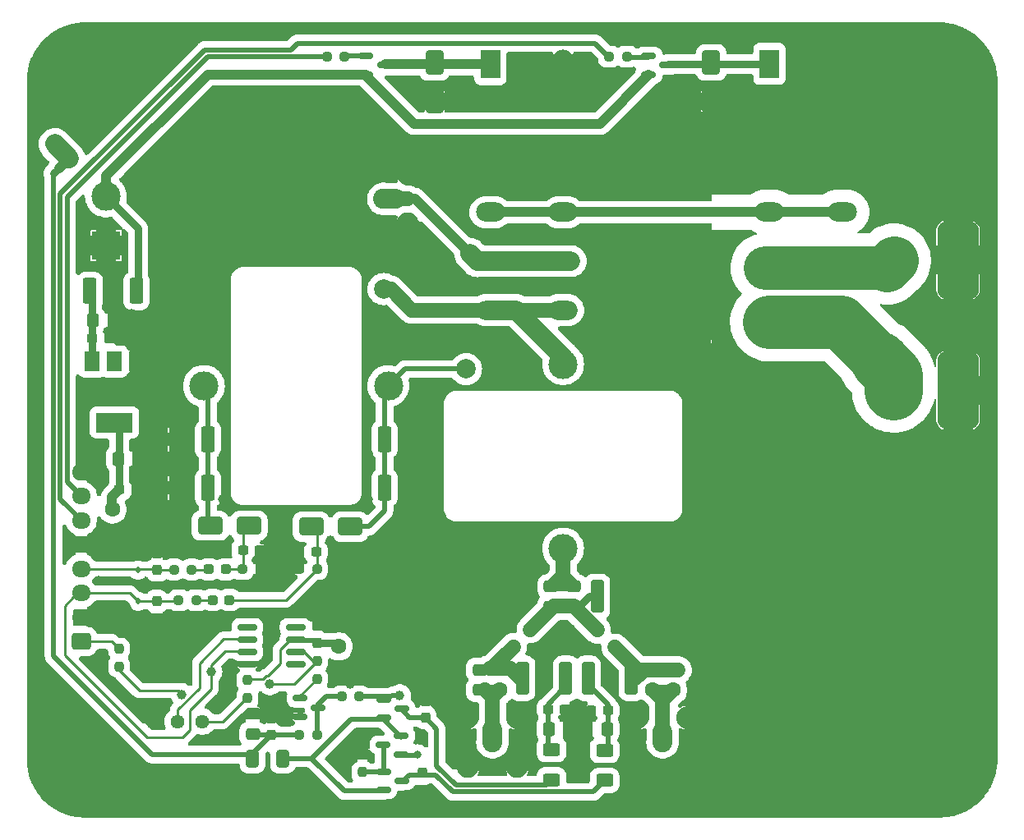
<source format=gbr>
%TF.GenerationSoftware,KiCad,Pcbnew,7.0.10*%
%TF.CreationDate,2024-05-11T14:05:21+02:00*%
%TF.ProjectId,TXRX_relay_board,54585258-5f72-4656-9c61-795f626f6172,rev?*%
%TF.SameCoordinates,Original*%
%TF.FileFunction,Copper,L1,Top*%
%TF.FilePolarity,Positive*%
%FSLAX46Y46*%
G04 Gerber Fmt 4.6, Leading zero omitted, Abs format (unit mm)*
G04 Created by KiCad (PCBNEW 7.0.10) date 2024-05-11 14:05:21*
%MOMM*%
%LPD*%
G01*
G04 APERTURE LIST*
G04 Aperture macros list*
%AMRoundRect*
0 Rectangle with rounded corners*
0 $1 Rounding radius*
0 $2 $3 $4 $5 $6 $7 $8 $9 X,Y pos of 4 corners*
0 Add a 4 corners polygon primitive as box body*
4,1,4,$2,$3,$4,$5,$6,$7,$8,$9,$2,$3,0*
0 Add four circle primitives for the rounded corners*
1,1,$1+$1,$2,$3*
1,1,$1+$1,$4,$5*
1,1,$1+$1,$6,$7*
1,1,$1+$1,$8,$9*
0 Add four rect primitives between the rounded corners*
20,1,$1+$1,$2,$3,$4,$5,0*
20,1,$1+$1,$4,$5,$6,$7,0*
20,1,$1+$1,$6,$7,$8,$9,0*
20,1,$1+$1,$8,$9,$2,$3,0*%
G04 Aperture macros list end*
%TA.AperFunction,SMDPad,CuDef*%
%ADD10RoundRect,0.237500X0.250000X0.237500X-0.250000X0.237500X-0.250000X-0.237500X0.250000X-0.237500X0*%
%TD*%
%TA.AperFunction,SMDPad,CuDef*%
%ADD11RoundRect,0.237500X-0.250000X-0.237500X0.250000X-0.237500X0.250000X0.237500X-0.250000X0.237500X0*%
%TD*%
%TA.AperFunction,SMDPad,CuDef*%
%ADD12RoundRect,0.237500X0.287500X0.237500X-0.287500X0.237500X-0.287500X-0.237500X0.287500X-0.237500X0*%
%TD*%
%TA.AperFunction,SMDPad,CuDef*%
%ADD13RoundRect,0.112500X0.112500X-0.187500X0.112500X0.187500X-0.112500X0.187500X-0.112500X-0.187500X0*%
%TD*%
%TA.AperFunction,SMDPad,CuDef*%
%ADD14RoundRect,0.112500X-0.112500X0.187500X-0.112500X-0.187500X0.112500X-0.187500X0.112500X0.187500X0*%
%TD*%
%TA.AperFunction,SMDPad,CuDef*%
%ADD15RoundRect,0.237500X-0.237500X0.300000X-0.237500X-0.300000X0.237500X-0.300000X0.237500X0.300000X0*%
%TD*%
%TA.AperFunction,SMDPad,CuDef*%
%ADD16RoundRect,0.237500X0.237500X-0.300000X0.237500X0.300000X-0.237500X0.300000X-0.237500X-0.300000X0*%
%TD*%
%TA.AperFunction,SMDPad,CuDef*%
%ADD17RoundRect,0.237500X0.300000X0.237500X-0.300000X0.237500X-0.300000X-0.237500X0.300000X-0.237500X0*%
%TD*%
%TA.AperFunction,SMDPad,CuDef*%
%ADD18RoundRect,0.237500X-0.300000X-0.237500X0.300000X-0.237500X0.300000X0.237500X-0.300000X0.237500X0*%
%TD*%
%TA.AperFunction,ComponentPad*%
%ADD19O,3.000000X2.000000*%
%TD*%
%TA.AperFunction,ComponentPad*%
%ADD20R,2.000000X3.000000*%
%TD*%
%TA.AperFunction,ComponentPad*%
%ADD21O,2.000000X3.000000*%
%TD*%
%TA.AperFunction,SMDPad,CuDef*%
%ADD22RoundRect,0.150000X-0.587500X-0.150000X0.587500X-0.150000X0.587500X0.150000X-0.587500X0.150000X0*%
%TD*%
%TA.AperFunction,SMDPad,CuDef*%
%ADD23RoundRect,0.237500X0.237500X-0.250000X0.237500X0.250000X-0.237500X0.250000X-0.237500X-0.250000X0*%
%TD*%
%TA.AperFunction,SMDPad,CuDef*%
%ADD24RoundRect,0.150000X0.587500X0.150000X-0.587500X0.150000X-0.587500X-0.150000X0.587500X-0.150000X0*%
%TD*%
%TA.AperFunction,SMDPad,CuDef*%
%ADD25RoundRect,0.250000X0.475000X-0.337500X0.475000X0.337500X-0.475000X0.337500X-0.475000X-0.337500X0*%
%TD*%
%TA.AperFunction,SMDPad,CuDef*%
%ADD26RoundRect,0.250000X-0.475000X0.337500X-0.475000X-0.337500X0.475000X-0.337500X0.475000X0.337500X0*%
%TD*%
%TA.AperFunction,ComponentPad*%
%ADD27R,3.000000X3.000000*%
%TD*%
%TA.AperFunction,ComponentPad*%
%ADD28C,3.000000*%
%TD*%
%TA.AperFunction,SMDPad,CuDef*%
%ADD29RoundRect,0.250000X-0.400000X-1.450000X0.400000X-1.450000X0.400000X1.450000X-0.400000X1.450000X0*%
%TD*%
%TA.AperFunction,SMDPad,CuDef*%
%ADD30RoundRect,0.250000X-0.625000X0.400000X-0.625000X-0.400000X0.625000X-0.400000X0.625000X0.400000X0*%
%TD*%
%TA.AperFunction,SMDPad,CuDef*%
%ADD31RoundRect,0.250000X1.000000X0.650000X-1.000000X0.650000X-1.000000X-0.650000X1.000000X-0.650000X0*%
%TD*%
%TA.AperFunction,SMDPad,CuDef*%
%ADD32RoundRect,0.250000X-0.650000X1.000000X-0.650000X-1.000000X0.650000X-1.000000X0.650000X1.000000X0*%
%TD*%
%TA.AperFunction,SMDPad,CuDef*%
%ADD33RoundRect,0.250000X-0.337500X-0.475000X0.337500X-0.475000X0.337500X0.475000X-0.337500X0.475000X0*%
%TD*%
%TA.AperFunction,SMDPad,CuDef*%
%ADD34RoundRect,0.250000X-0.353553X0.000000X0.000000X-0.353553X0.353553X0.000000X0.000000X0.353553X0*%
%TD*%
%TA.AperFunction,ComponentPad*%
%ADD35C,2.050000*%
%TD*%
%TA.AperFunction,ComponentPad*%
%ADD36C,2.250000*%
%TD*%
%TA.AperFunction,SMDPad,CuDef*%
%ADD37RoundRect,0.249999X-0.450001X-1.075001X0.450001X-1.075001X0.450001X1.075001X-0.450001X1.075001X0*%
%TD*%
%TA.AperFunction,SMDPad,CuDef*%
%ADD38RoundRect,0.250000X0.337500X0.475000X-0.337500X0.475000X-0.337500X-0.475000X0.337500X-0.475000X0*%
%TD*%
%TA.AperFunction,SMDPad,CuDef*%
%ADD39RoundRect,0.250000X-1.000000X-0.650000X1.000000X-0.650000X1.000000X0.650000X-1.000000X0.650000X0*%
%TD*%
%TA.AperFunction,SMDPad,CuDef*%
%ADD40R,1.500000X2.000000*%
%TD*%
%TA.AperFunction,SMDPad,CuDef*%
%ADD41R,3.800000X2.000000*%
%TD*%
%TA.AperFunction,SMDPad,CuDef*%
%ADD42RoundRect,0.250000X-0.412500X-0.650000X0.412500X-0.650000X0.412500X0.650000X-0.412500X0.650000X0*%
%TD*%
%TA.AperFunction,SMDPad,CuDef*%
%ADD43RoundRect,1.075000X1.075000X2.975000X-1.075000X2.975000X-1.075000X-2.975000X1.075000X-2.975000X0*%
%TD*%
%TA.AperFunction,SMDPad,CuDef*%
%ADD44RoundRect,0.250000X0.000000X0.353553X-0.353553X0.000000X0.000000X-0.353553X0.353553X0.000000X0*%
%TD*%
%TA.AperFunction,SMDPad,CuDef*%
%ADD45RoundRect,0.237500X-0.237500X0.250000X-0.237500X-0.250000X0.237500X-0.250000X0.237500X0.250000X0*%
%TD*%
%TA.AperFunction,ComponentPad*%
%ADD46RoundRect,0.250000X0.725000X-0.600000X0.725000X0.600000X-0.725000X0.600000X-0.725000X-0.600000X0*%
%TD*%
%TA.AperFunction,ComponentPad*%
%ADD47O,1.950000X1.700000*%
%TD*%
%TA.AperFunction,ComponentPad*%
%ADD48C,1.440000*%
%TD*%
%TA.AperFunction,SMDPad,CuDef*%
%ADD49RoundRect,0.249999X0.450001X1.075001X-0.450001X1.075001X-0.450001X-1.075001X0.450001X-1.075001X0*%
%TD*%
%TA.AperFunction,SMDPad,CuDef*%
%ADD50RoundRect,0.150000X-0.825000X-0.150000X0.825000X-0.150000X0.825000X0.150000X-0.825000X0.150000X0*%
%TD*%
%TA.AperFunction,ComponentPad*%
%ADD51C,2.000000*%
%TD*%
%TA.AperFunction,ViaPad*%
%ADD52C,0.800000*%
%TD*%
%TA.AperFunction,ViaPad*%
%ADD53C,1.000000*%
%TD*%
%TA.AperFunction,ViaPad*%
%ADD54C,1.600000*%
%TD*%
%TA.AperFunction,ViaPad*%
%ADD55C,2.000000*%
%TD*%
%TA.AperFunction,ViaPad*%
%ADD56C,6.000000*%
%TD*%
%TA.AperFunction,ViaPad*%
%ADD57C,1.400000*%
%TD*%
%TA.AperFunction,Conductor*%
%ADD58C,0.250000*%
%TD*%
%TA.AperFunction,Conductor*%
%ADD59C,0.500000*%
%TD*%
%TA.AperFunction,Conductor*%
%ADD60C,0.750000*%
%TD*%
%TA.AperFunction,Conductor*%
%ADD61C,1.000000*%
%TD*%
%TA.AperFunction,Conductor*%
%ADD62C,1.500000*%
%TD*%
%TA.AperFunction,Conductor*%
%ADD63C,2.000000*%
%TD*%
%TA.AperFunction,Conductor*%
%ADD64C,6.000000*%
%TD*%
%TA.AperFunction,Conductor*%
%ADD65C,5.500000*%
%TD*%
%TA.AperFunction,Conductor*%
%ADD66C,4.500000*%
%TD*%
%TA.AperFunction,Conductor*%
%ADD67C,5.000000*%
%TD*%
G04 APERTURE END LIST*
D10*
%TO.P,R10,1*%
%TO.N,Net-(L5-Pad2)*%
X82471900Y-117585200D03*
%TO.P,R10,2*%
%TO.N,FWD_PWR*%
X80646900Y-117585200D03*
%TD*%
%TO.P,R8,1*%
%TO.N,Net-(L3-Pad2)*%
X81989300Y-114427000D03*
%TO.P,R8,2*%
%TO.N,REF_PWR*%
X80164300Y-114427000D03*
%TD*%
%TO.P,R7,1*%
%TO.N,Net-(D3-K)*%
X94892500Y-114376200D03*
%TO.P,R7,2*%
%TO.N,GND*%
X93067500Y-114376200D03*
%TD*%
D11*
%TO.P,R4,1*%
%TO.N,Net-(D2-K)*%
X87225500Y-114376200D03*
%TO.P,R4,2*%
%TO.N,GND*%
X89050500Y-114376200D03*
%TD*%
D12*
%TO.P,L5,1*%
%TO.N,Net-(D3-K)*%
X85888800Y-117559800D03*
%TO.P,L5,2*%
%TO.N,Net-(L5-Pad2)*%
X84138800Y-117559800D03*
%TD*%
%TO.P,L3,1*%
%TO.N,Net-(D2-K)*%
X85482400Y-114401600D03*
%TO.P,L3,2*%
%TO.N,Net-(L3-Pad2)*%
X83732400Y-114401600D03*
%TD*%
D13*
%TO.P,D7,1,A1*%
%TO.N,GND*%
X76479400Y-119803600D03*
%TO.P,D7,2,A2*%
%TO.N,FWD_PWR*%
X76479400Y-117703600D03*
%TD*%
D14*
%TO.P,D6,1,A1*%
%TO.N,GND*%
X76454000Y-112386400D03*
%TO.P,D6,2,A2*%
%TO.N,REF_PWR*%
X76454000Y-114486400D03*
%TD*%
D15*
%TO.P,C10,1*%
%TO.N,FWD_PWR*%
X78384400Y-117687900D03*
%TO.P,C10,2*%
%TO.N,GND*%
X78384400Y-119412900D03*
%TD*%
D16*
%TO.P,C7,1*%
%TO.N,REF_PWR*%
X78435200Y-114476700D03*
%TO.P,C7,2*%
%TO.N,GND*%
X78435200Y-112751700D03*
%TD*%
D17*
%TO.P,C3,1*%
%TO.N,Net-(D3-K)*%
X94817100Y-112598200D03*
%TO.P,C3,2*%
%TO.N,GND*%
X93092100Y-112598200D03*
%TD*%
D18*
%TO.P,C1,2*%
%TO.N,GND*%
X89000500Y-112420400D03*
%TO.P,C1,1*%
%TO.N,Net-(D2-K)*%
X87275500Y-112420400D03*
%TD*%
D19*
%TO.P,K1,11*%
%TO.N,Net-(J3-In)*%
X120250000Y-82622800D03*
X112750000Y-82622800D03*
%TO.P,K1,12*%
%TO.N,Net-(K1-Pad12)*%
X120250000Y-77582800D03*
X112750000Y-77582800D03*
%TO.P,K1,14*%
%TO.N,Net-(K1-Pad14)*%
X120250000Y-87662800D03*
X112750000Y-87662800D03*
D20*
%TO.P,K1,A1*%
%TO.N,Net-(D1-K)*%
X112750000Y-62322800D03*
D21*
%TO.P,K1,A2*%
%TO.N,GND*%
X120250000Y-62322800D03*
%TD*%
D22*
%TO.P,Q1,1,B*%
%TO.N,Net-(Q1-B)*%
X99949000Y-61473000D03*
%TO.P,Q1,2,E*%
%TO.N,+12V*%
X99949000Y-63373000D03*
%TO.P,Q1,3,C*%
%TO.N,Net-(D1-K)*%
X101824000Y-62423000D03*
%TD*%
D23*
%TO.P,R16,1*%
%TO.N,Net-(Q3-B)*%
X94886000Y-125701000D03*
%TO.P,R16,2*%
%TO.N,Net-(R16-Pad2)*%
X94886000Y-123876000D03*
%TD*%
D24*
%TO.P,Q4,1,B*%
%TO.N,Net-(Q4-B)*%
X103589000Y-133467000D03*
%TO.P,Q4,2,E*%
%TO.N,Net-(Q4-E)*%
X103589000Y-131567000D03*
%TO.P,Q4,3,C*%
%TO.N,Net-(Q4-C)*%
X101714000Y-132517000D03*
%TD*%
D25*
%TO.P,C21,1*%
%TO.N,+12V*%
X88282000Y-131387500D03*
%TO.P,C21,2*%
%TO.N,GND*%
X88282000Y-129312500D03*
%TD*%
D18*
%TO.P,C11,1*%
%TO.N,Net-(C11-Pad1)*%
X118706308Y-128826746D03*
%TO.P,C11,2*%
%TO.N,GND*%
X120431308Y-128826746D03*
%TD*%
D19*
%TO.P,K2,11*%
%TO.N,Net-(J6-In)*%
X149000000Y-82590000D03*
X141500000Y-82590000D03*
%TO.P,K2,12*%
%TO.N,Net-(K1-Pad12)*%
X149000000Y-77550000D03*
X141500000Y-77550000D03*
%TO.P,K2,14*%
%TO.N,Net-(J5-In)*%
X149000000Y-87630000D03*
X141500000Y-87630000D03*
D20*
%TO.P,K2,A1*%
%TO.N,Net-(D8-K)*%
X141500000Y-62290000D03*
D21*
%TO.P,K2,A2*%
%TO.N,GND*%
X149000000Y-62290000D03*
%TD*%
D26*
%TO.P,C15,1*%
%TO.N,Net-(D4-A)*%
X131600000Y-124762500D03*
%TO.P,C15,2*%
%TO.N,Net-(J4-In)*%
X131600000Y-126837500D03*
%TD*%
D27*
%TO.P,J1,1,Pin_1*%
%TO.N,GND*%
X73152000Y-81026000D03*
D28*
%TO.P,J1,2,Pin_2*%
%TO.N,+12V*%
X73152000Y-75946000D03*
%TD*%
D29*
%TO.P,L7,1*%
%TO.N,Net-(D5-A)*%
X116073808Y-125651746D03*
%TO.P,L7,2*%
%TO.N,Net-(C11-Pad1)*%
X120523808Y-125651746D03*
%TD*%
D30*
%TO.P,R11,1*%
%TO.N,Net-(C12-Pad1)*%
X124521808Y-133070000D03*
%TO.P,R11,2*%
%TO.N,~{Bias}*%
X124521808Y-136170000D03*
%TD*%
D16*
%TO.P,C18,1*%
%TO.N,+5V*%
X94886000Y-121968000D03*
%TO.P,C18,2*%
%TO.N,GND*%
X94886000Y-120243000D03*
%TD*%
D18*
%TO.P,C20,1*%
%TO.N,Net-(U2-VI)*%
X71746000Y-90605000D03*
%TO.P,C20,2*%
%TO.N,GND*%
X73471000Y-90605000D03*
%TD*%
D29*
%TO.P,L4,1*%
%TO.N,Net-(D4-K)*%
X123775000Y-117199500D03*
%TO.P,L4,2*%
%TO.N,GND*%
X128225000Y-117199500D03*
%TD*%
D11*
%TO.P,R18,1*%
%TO.N,+12V*%
X93084500Y-131493000D03*
%TO.P,R18,2*%
%TO.N,Net-(Q3-C)*%
X94909500Y-131493000D03*
%TD*%
D17*
%TO.P,C9,1*%
%TO.N,Net-(C12-Pad1)*%
X124876308Y-128953746D03*
%TO.P,C9,2*%
%TO.N,GND*%
X123151308Y-128953746D03*
%TD*%
D18*
%TO.P,C24,1*%
%TO.N,+5V*%
X74537500Y-106200000D03*
%TO.P,C24,2*%
%TO.N,GND*%
X76262500Y-106200000D03*
%TD*%
D11*
%TO.P,R1,1*%
%TO.N,Rel1*%
X95926500Y-61534000D03*
%TO.P,R1,2*%
%TO.N,Net-(Q1-B)*%
X97751500Y-61534000D03*
%TD*%
D31*
%TO.P,D2,1,K*%
%TO.N,Net-(D2-K)*%
X87900000Y-109900000D03*
%TO.P,D2,2,A*%
%TO.N,Net-(D2-A)*%
X83900000Y-109900000D03*
%TD*%
D10*
%TO.P,R19,1*%
%TO.N,Net-(Q4-B)*%
X99262500Y-127525000D03*
%TO.P,R19,2*%
%TO.N,Net-(Q3-C)*%
X97437500Y-127525000D03*
%TD*%
D16*
%TO.P,C22,1*%
%TO.N,+12V*%
X90187000Y-131466500D03*
%TO.P,C22,2*%
%TO.N,GND*%
X90187000Y-129741500D03*
%TD*%
D32*
%TO.P,D1,1,K*%
%TO.N,Net-(D1-K)*%
X107000000Y-62135000D03*
%TO.P,D1,2,A*%
%TO.N,GND*%
X107000000Y-66135000D03*
%TD*%
D26*
%TO.P,C4,1*%
%TO.N,Net-(C4-Pad1)*%
X121319377Y-116133623D03*
%TO.P,C4,2*%
%TO.N,Net-(D4-K)*%
X121319377Y-118208623D03*
%TD*%
%TO.P,C6,1*%
%TO.N,Net-(D5-A)*%
X113750000Y-124762500D03*
%TO.P,C6,2*%
%TO.N,Net-(C6-Pad2)*%
X113750000Y-126837500D03*
%TD*%
D33*
%TO.P,C13,1*%
%TO.N,Net-(C11-Pad1)*%
X118763808Y-130858746D03*
%TO.P,C13,2*%
%TO.N,GND*%
X120838808Y-130858746D03*
%TD*%
D34*
%TO.P,D4,1,K*%
%TO.N,Net-(D4-K)*%
X123816117Y-120666117D03*
%TO.P,D4,2,A*%
%TO.N,Net-(D4-A)*%
X125583883Y-122433883D03*
%TD*%
D33*
%TO.P,C19,1*%
%TO.N,Net-(U2-VI)*%
X71825000Y-88700000D03*
%TO.P,C19,2*%
%TO.N,GND*%
X73900000Y-88700000D03*
%TD*%
D35*
%TO.P,J4,1,In*%
%TO.N,Net-(J4-In)*%
X130490808Y-132232500D03*
D36*
%TO.P,J4,2,Ext*%
%TO.N,GND*%
X133030808Y-129692500D03*
X127950808Y-129692500D03*
X133030808Y-134772500D03*
X127950808Y-134772500D03*
%TD*%
D23*
%TO.P,R20,1*%
%TO.N,Net-(Q4-C)*%
X99585000Y-135326500D03*
%TO.P,R20,2*%
%TO.N,GND*%
X99585000Y-133501500D03*
%TD*%
D26*
%TO.P,C5,1*%
%TO.N,Net-(C4-Pad1)*%
X119000000Y-116162000D03*
%TO.P,C5,2*%
%TO.N,Net-(D4-K)*%
X119000000Y-118237000D03*
%TD*%
D37*
%TO.P,R6,1*%
%TO.N,Net-(D3-A)*%
X101850000Y-101000000D03*
%TO.P,R6,2*%
%TO.N,GND*%
X106650000Y-101000000D03*
%TD*%
D29*
%TO.P,L6,1*%
%TO.N,Net-(C12-Pad1)*%
X122825000Y-125650000D03*
%TO.P,L6,2*%
%TO.N,Net-(D4-A)*%
X127275000Y-125650000D03*
%TD*%
D11*
%TO.P,R13,1*%
%TO.N,Rel2*%
X125000000Y-61534000D03*
%TO.P,R13,2*%
%TO.N,Net-(Q2-B)*%
X126825000Y-61534000D03*
%TD*%
D38*
%TO.P,C12,1*%
%TO.N,Net-(C12-Pad1)*%
X124797308Y-130858746D03*
%TO.P,C12,2*%
%TO.N,GND*%
X122722308Y-130858746D03*
%TD*%
D26*
%TO.P,C8,1*%
%TO.N,Net-(D5-A)*%
X111650000Y-124762500D03*
%TO.P,C8,2*%
%TO.N,Net-(C6-Pad2)*%
X111650000Y-126837500D03*
%TD*%
D39*
%TO.P,D3,1,K*%
%TO.N,Net-(D3-K)*%
X94300000Y-110000000D03*
%TO.P,D3,2,A*%
%TO.N,Net-(D3-A)*%
X98300000Y-110000000D03*
%TD*%
D37*
%TO.P,R2,1*%
%TO.N,GND*%
X78850000Y-106000000D03*
%TO.P,R2,2*%
%TO.N,Net-(D2-A)*%
X83650000Y-106000000D03*
%TD*%
D22*
%TO.P,Q3,1,B*%
%TO.N,Net-(Q3-B)*%
X93169500Y-127701000D03*
%TO.P,Q3,2,E*%
%TO.N,GND*%
X93169500Y-129601000D03*
%TO.P,Q3,3,C*%
%TO.N,Net-(Q3-C)*%
X95044500Y-128651000D03*
%TD*%
D40*
%TO.P,U2,1,GND*%
%TO.N,GND*%
X76327000Y-92964000D03*
%TO.P,U2,2,VO*%
%TO.N,+5V*%
X74027000Y-92964000D03*
D41*
X74027000Y-99264000D03*
D40*
%TO.P,U2,3,VI*%
%TO.N,Net-(U2-VI)*%
X71727000Y-92964000D03*
%TD*%
D42*
%TO.P,L8,1*%
%TO.N,+12V*%
X88243500Y-133906000D03*
%TO.P,L8,2*%
%TO.N,Net-(Q4-E)*%
X91368500Y-133906000D03*
%TD*%
D33*
%TO.P,C23,1*%
%TO.N,+5V*%
X74400500Y-103000000D03*
%TO.P,C23,2*%
%TO.N,GND*%
X76475500Y-103000000D03*
%TD*%
D22*
%TO.P,Q2,1,B*%
%TO.N,Net-(Q2-B)*%
X129069000Y-61473000D03*
%TO.P,Q2,2,E*%
%TO.N,+12V*%
X129069000Y-63373000D03*
%TO.P,Q2,3,C*%
%TO.N,Net-(D8-K)*%
X130944000Y-62423000D03*
%TD*%
D28*
%TO.P,J5,1,In*%
%TO.N,Net-(J5-In)*%
X154300000Y-96000000D03*
D43*
%TO.P,J5,2,Ext*%
%TO.N,GND*%
X160950000Y-95950000D03*
%TD*%
D44*
%TO.P,D5,1,K*%
%TO.N,Net-(D4-K)*%
X116883883Y-120616117D03*
%TO.P,D5,2,A*%
%TO.N,Net-(D5-A)*%
X115116117Y-122383883D03*
%TD*%
D16*
%TO.P,C17,1*%
%TO.N,Bias*%
X106062000Y-129688500D03*
%TO.P,C17,2*%
%TO.N,GND*%
X106062000Y-127963500D03*
%TD*%
D22*
%TO.P,Q6,1,B*%
%TO.N,Net-(Q4-C)*%
X101744000Y-135250000D03*
%TO.P,Q6,2,E*%
%TO.N,Net-(Q4-E)*%
X101744000Y-137150000D03*
%TO.P,Q6,3,C*%
%TO.N,~{Bias}*%
X103619000Y-136200000D03*
%TD*%
D37*
%TO.P,R3,1*%
%TO.N,GND*%
X78850000Y-101000000D03*
%TO.P,R3,2*%
%TO.N,Net-(D2-A)*%
X83650000Y-101000000D03*
%TD*%
D45*
%TO.P,R17,1*%
%TO.N,HIGH_PWR_IN*%
X74500000Y-122587500D03*
%TO.P,R17,2*%
%TO.N,Net-(R16-Pad2)*%
X74500000Y-124412500D03*
%TD*%
D32*
%TO.P,D8,1,K*%
%TO.N,Net-(D8-K)*%
X135500000Y-62135000D03*
%TO.P,D8,2,A*%
%TO.N,GND*%
X135500000Y-66135000D03*
%TD*%
D15*
%TO.P,C16,1*%
%TO.N,~{Bias}*%
X105727000Y-135387500D03*
%TO.P,C16,2*%
%TO.N,GND*%
X105727000Y-137112500D03*
%TD*%
D22*
%TO.P,Q5,1,B*%
%TO.N,Net-(Q4-B)*%
X101744000Y-127818000D03*
%TO.P,Q5,2,E*%
%TO.N,Net-(Q4-E)*%
X101744000Y-129718000D03*
%TO.P,Q5,3,C*%
%TO.N,Bias*%
X103619000Y-128768000D03*
%TD*%
D26*
%TO.P,C14,1*%
%TO.N,Net-(D4-A)*%
X129500000Y-124777348D03*
%TO.P,C14,2*%
%TO.N,Net-(J4-In)*%
X129500000Y-126852348D03*
%TD*%
D46*
%TO.P,J2,1,Pin_1*%
%TO.N,HIGH_PWR_IN*%
X70600000Y-121850000D03*
D47*
%TO.P,J2,2,Pin_2*%
%TO.N,GND*%
X70600000Y-119350000D03*
%TO.P,J2,3,Pin_3*%
%TO.N,FWD_PWR*%
X70600000Y-116850000D03*
%TO.P,J2,4,Pin_4*%
%TO.N,REF_PWR*%
X70600000Y-114350000D03*
%TO.P,J2,5,Pin_5*%
%TO.N,GND*%
X70600000Y-111850000D03*
%TO.P,J2,6,Pin_6*%
%TO.N,Rel2*%
X70600000Y-109350000D03*
%TO.P,J2,7,Pin_7*%
%TO.N,Rel1*%
X70600000Y-106850000D03*
%TO.P,J2,8,Pin_8*%
%TO.N,GND*%
X70600000Y-104350000D03*
%TD*%
D35*
%TO.P,J3,1,In*%
%TO.N,Net-(J3-In)*%
X101727000Y-76200000D03*
D36*
%TO.P,J3,2,Ext*%
%TO.N,GND*%
X99187000Y-73660000D03*
X99187000Y-78740000D03*
X104267000Y-73660000D03*
X104267000Y-78740000D03*
%TD*%
D48*
%TO.P,RV1,1,1*%
%TO.N,Net-(R14-Pad2)*%
X83075000Y-130096000D03*
%TO.P,RV1,2,2*%
%TO.N,Net-(U1--)*%
X80535000Y-130096000D03*
%TO.P,RV1,3,3*%
%TO.N,GND*%
X77995000Y-130096000D03*
%TD*%
D37*
%TO.P,R5,1*%
%TO.N,Net-(D3-A)*%
X101850000Y-106000000D03*
%TO.P,R5,2*%
%TO.N,GND*%
X106650000Y-106000000D03*
%TD*%
D35*
%TO.P,R9,1*%
%TO.N,Net-(C6-Pad2)*%
X112969808Y-132232500D03*
D36*
%TO.P,R9,2*%
%TO.N,GND*%
X110429808Y-129692500D03*
X110429808Y-134772500D03*
X115509808Y-129692500D03*
X115509808Y-134772500D03*
%TD*%
D28*
%TO.P,J6,1,In*%
%TO.N,Net-(J6-In)*%
X154300000Y-82550000D03*
D43*
%TO.P,J6,2,Ext*%
%TO.N,GND*%
X160950000Y-82500000D03*
%TD*%
D49*
%TO.P,R15,1*%
%TO.N,+12V*%
X76300000Y-85700000D03*
%TO.P,R15,2*%
%TO.N,Net-(U2-VI)*%
X71500000Y-85700000D03*
%TD*%
D45*
%TO.P,R14,1*%
%TO.N,+5V*%
X87731600Y-125833500D03*
%TO.P,R14,2*%
%TO.N,Net-(R14-Pad2)*%
X87731600Y-127658500D03*
%TD*%
D30*
%TO.P,R12,1*%
%TO.N,Net-(C11-Pad1)*%
X119060808Y-132991746D03*
%TO.P,R12,2*%
%TO.N,Bias*%
X119060808Y-136091746D03*
%TD*%
D50*
%TO.P,U1,1,VOS*%
%TO.N,unconnected-(U1-VOS-Pad1)*%
X87735500Y-120370600D03*
%TO.P,U1,2,-*%
%TO.N,Net-(U1--)*%
X87735500Y-121640600D03*
%TO.P,U1,3,+*%
%TO.N,FWD_PWR*%
X87735500Y-122910600D03*
%TO.P,U1,4,V-*%
%TO.N,GND*%
X87735500Y-124180600D03*
%TO.P,U1,5,NC*%
%TO.N,unconnected-(U1-NC-Pad5)*%
X92685500Y-124180600D03*
%TO.P,U1,6*%
%TO.N,Net-(R16-Pad2)*%
X92685500Y-122910600D03*
%TO.P,U1,7,V+*%
%TO.N,+5V*%
X92685500Y-121640600D03*
%TO.P,U1,8,VOS*%
%TO.N,unconnected-(U1-VOS-Pad8)*%
X92685500Y-120370600D03*
%TD*%
D28*
%TO.P,L2,1,1*%
%TO.N,Net-(K1-Pad14)*%
X120250000Y-93250000D03*
%TO.P,L2,2,2*%
%TO.N,Net-(C4-Pad1)*%
X120250000Y-112250000D03*
D51*
%TO.P,L2,3,3*%
%TO.N,GND*%
X110250000Y-111750000D03*
%TO.P,L2,4,4*%
%TO.N,Net-(D3-A)*%
X110250000Y-93750000D03*
%TD*%
D28*
%TO.P,L1,1,1*%
%TO.N,Net-(D3-A)*%
X102250000Y-95500000D03*
%TO.P,L1,2,2*%
%TO.N,Net-(D2-A)*%
X83250000Y-95500000D03*
D51*
%TO.P,L1,3,3*%
%TO.N,GND*%
X83750000Y-85500000D03*
%TO.P,L1,4,4*%
%TO.N,Net-(K1-Pad14)*%
X101750000Y-85500000D03*
%TD*%
D52*
%TO.N,GND*%
X125050000Y-125650000D03*
X118298808Y-125651746D03*
D53*
X97840800Y-113055400D03*
X97815400Y-115265200D03*
X96418400Y-117017800D03*
X94996000Y-118745000D03*
X91084400Y-113766600D03*
X85547200Y-112750600D03*
X83540600Y-112725200D03*
X80721200Y-112750600D03*
X85521800Y-119456200D03*
X82905600Y-119456200D03*
X80111600Y-119456200D03*
X90982800Y-116001800D03*
X88265000Y-116052600D03*
X77063600Y-116103400D03*
X72390000Y-115595400D03*
X78740000Y-122377200D03*
X81991200Y-122377200D03*
X80695800Y-125501400D03*
X77495400Y-125526800D03*
X89865200Y-120319800D03*
D52*
X85496400Y-127533400D03*
X84226400Y-128473200D03*
D54*
%TO.N,+5V*%
X97129600Y-122351800D03*
X73837800Y-108229400D03*
D53*
%TO.N,GND*%
X132886266Y-58700000D03*
X98134314Y-70450000D03*
X164050000Y-123900000D03*
X87271570Y-82000000D03*
X113405884Y-72550000D03*
X66200000Y-123040000D03*
X95500000Y-76900000D03*
X66200000Y-90520000D03*
X86913734Y-138850000D03*
X156500000Y-77400000D03*
X164050000Y-91380000D03*
X139440198Y-101850000D03*
X143943140Y-138850000D03*
X117255884Y-80100000D03*
X80700000Y-102962744D03*
X156750000Y-88050000D03*
X164050000Y-104930000D03*
D52*
X121750000Y-129300000D03*
D53*
X136400000Y-82650000D03*
X79200000Y-94784314D03*
X130834314Y-80100000D03*
X140640198Y-104400000D03*
X133750000Y-116750000D03*
X100150000Y-102450000D03*
X85300000Y-102600000D03*
X146464696Y-58700000D03*
X162265686Y-70800000D03*
X110450000Y-66150000D03*
X110690198Y-72550000D03*
X108300000Y-76950000D03*
X144871570Y-101850000D03*
X80700000Y-89384314D03*
X106100000Y-82000000D03*
X117421570Y-74950000D03*
X136400000Y-120697058D03*
X164050000Y-126610000D03*
X133750000Y-103418628D03*
X113500000Y-93950000D03*
X89987256Y-82000000D03*
X136400000Y-131559802D03*
X124100000Y-110850000D03*
X114505884Y-85100000D03*
X66200000Y-74260000D03*
X136400000Y-109834314D03*
X103207850Y-138850000D03*
X119971570Y-80100000D03*
X144737256Y-106400000D03*
X118837256Y-72550000D03*
X97700000Y-132700000D03*
X128284314Y-74950000D03*
X116250000Y-66150000D03*
X116786280Y-138850000D03*
X164050000Y-113060000D03*
X116121570Y-72550000D03*
X109550000Y-120618628D03*
X114168628Y-138800000D03*
X143749010Y-58700000D03*
X104900000Y-107718628D03*
D52*
X80650000Y-87400000D03*
D53*
X135601952Y-58700000D03*
X76050000Y-109250000D03*
X127550000Y-120450000D03*
X113876464Y-58700000D03*
X66200000Y-79680000D03*
X122023522Y-58700000D03*
X105650000Y-131600000D03*
X127454894Y-58700000D03*
X70350000Y-69450000D03*
X164050000Y-80540000D03*
X107750000Y-127400000D03*
X133750000Y-114034314D03*
X109550000Y-126050000D03*
X100298034Y-58700000D03*
X106700000Y-75350000D03*
X156934314Y-104400000D03*
X149180382Y-58700000D03*
X94866662Y-58700000D03*
X74200000Y-126850000D03*
X91200000Y-127950000D03*
X92702942Y-82000000D03*
X124268628Y-72550000D03*
X89865200Y-122478800D03*
D52*
X122450000Y-132900000D03*
D53*
X124933338Y-138850000D03*
X80700000Y-92100000D03*
X100200000Y-107150000D03*
X133750000Y-119068628D03*
X146071570Y-104400000D03*
X133515686Y-85100000D03*
X95418628Y-70450000D03*
D55*
X161000000Y-77000000D03*
D53*
X133750000Y-97987256D03*
X122852942Y-74950000D03*
X111790198Y-85100000D03*
X66200000Y-125750000D03*
X136400000Y-112550000D03*
X100150000Y-98050000D03*
X136400000Y-90797058D03*
X162700000Y-67200000D03*
X111160778Y-58700000D03*
X108065686Y-91000000D03*
X133750000Y-121784314D03*
X125568628Y-74950000D03*
X97850000Y-135100000D03*
X103565686Y-82000000D03*
X109450000Y-84750000D03*
X66200000Y-87810000D03*
X117221570Y-85100000D03*
X66200000Y-106780000D03*
X111824512Y-80100000D03*
D52*
X148300000Y-95500000D03*
D53*
X155734314Y-101850000D03*
X136400000Y-115265686D03*
X133550000Y-80100000D03*
X109850000Y-78400000D03*
X164050000Y-96800000D03*
D52*
X142200000Y-94050000D03*
D53*
X137924512Y-104400000D03*
X136400000Y-93512744D03*
X146658826Y-138850000D03*
X153018628Y-101850000D03*
X125402942Y-80100000D03*
X130170580Y-58700000D03*
X95450000Y-79350000D03*
D56*
X159000000Y-64000000D03*
D53*
X66200000Y-76970000D03*
X138317638Y-58700000D03*
X89629420Y-138850000D03*
X128084314Y-85100000D03*
X89987256Y-70450000D03*
X124739208Y-58700000D03*
X76100000Y-111300000D03*
X154805884Y-138850000D03*
X98134314Y-82000000D03*
X164050000Y-72410000D03*
X138511768Y-138850000D03*
X136590198Y-106400000D03*
X152550000Y-78350000D03*
X126984314Y-72550000D03*
X154450000Y-77400000D03*
X77000000Y-100600000D03*
X133750000Y-111318628D03*
X75800000Y-89400000D03*
X136400000Y-88081372D03*
X147587256Y-101850000D03*
D56*
X71000000Y-64000000D03*
D53*
X136400000Y-128844116D03*
X104700000Y-65250000D03*
X80700000Y-111109802D03*
X66200000Y-85100000D03*
X164050000Y-115770000D03*
X151896068Y-58700000D03*
X104900000Y-110434314D03*
X97582348Y-58700000D03*
X98340000Y-126200000D03*
X127649024Y-138850000D03*
X86719604Y-58700000D03*
X133750000Y-89840198D03*
X116600000Y-110850000D03*
X152550000Y-76550000D03*
X84003918Y-58700000D03*
X119307836Y-58700000D03*
X84198048Y-138850000D03*
X85250000Y-98300000D03*
X116600000Y-116550000D03*
X133080396Y-138850000D03*
X140540198Y-70800000D03*
X152090198Y-138850000D03*
X133750000Y-108850000D03*
X116592150Y-58700000D03*
X81840198Y-82000000D03*
D56*
X71000000Y-134000000D03*
D53*
X66200000Y-120330000D03*
X77300000Y-61500000D03*
D52*
X108000000Y-72600000D03*
D53*
X105923536Y-138850000D03*
X108639222Y-138850000D03*
X66200000Y-98650000D03*
D52*
X140350000Y-94050000D03*
D53*
X69750000Y-129300000D03*
D52*
X121100000Y-120450000D03*
D53*
X66200000Y-82390000D03*
X66200000Y-93230000D03*
X142155884Y-101850000D03*
X135590198Y-73250000D03*
X141033324Y-58700000D03*
X81288232Y-58700000D03*
X143255884Y-70800000D03*
X104900000Y-99571570D03*
X132415686Y-72550000D03*
X164050000Y-94090000D03*
X139305884Y-106400000D03*
D52*
X121050000Y-134300000D03*
D53*
X100850000Y-70450000D03*
X123800000Y-65600000D03*
X71700000Y-124100000D03*
X91500000Y-129600000D03*
X130100000Y-118500000D03*
D52*
X119550000Y-120450000D03*
D53*
X80700000Y-108394116D03*
X97776478Y-138850000D03*
X120137256Y-74950000D03*
X66200000Y-109490000D03*
X156150000Y-59950000D03*
X159350000Y-104450000D03*
X156834314Y-70800000D03*
D52*
X146450000Y-94100000D03*
D53*
X81482362Y-138850000D03*
X78766676Y-138850000D03*
X164050000Y-77830000D03*
X154611754Y-58700000D03*
D52*
X121100000Y-132900000D03*
D53*
X89900000Y-127950000D03*
X126350000Y-118350000D03*
X125368628Y-85100000D03*
X158350000Y-101800000D03*
X85150000Y-107200000D03*
D55*
X161000000Y-88200000D03*
D53*
X130364710Y-138850000D03*
X122652942Y-85100000D03*
X141227454Y-138850000D03*
X149168628Y-73250000D03*
X78486000Y-111328200D03*
X92702942Y-70450000D03*
X80700000Y-100247058D03*
X95418628Y-82000000D03*
X77050000Y-99100000D03*
X84555884Y-70450000D03*
D55*
X161000000Y-102000000D03*
D52*
X123450000Y-122500000D03*
D53*
X133750000Y-92555884D03*
X135796082Y-138850000D03*
X87271570Y-70450000D03*
D52*
X80650000Y-85450000D03*
D53*
X119937256Y-85100000D03*
X136400000Y-126128430D03*
X143737256Y-73250000D03*
X114705884Y-74950000D03*
D52*
X80350000Y-72000000D03*
D53*
X75800000Y-90800000D03*
X164050000Y-85960000D03*
X80700000Y-105678430D03*
X81840198Y-70450000D03*
X152500000Y-74750000D03*
X109550000Y-123334314D03*
X136400000Y-96228430D03*
X66150000Y-72250000D03*
D52*
X144250000Y-94050000D03*
D53*
X136400000Y-123412744D03*
X105729406Y-58700000D03*
X66200000Y-104070000D03*
X126200000Y-63350000D03*
X145971570Y-70800000D03*
X114850000Y-118200000D03*
X133750000Y-87124512D03*
X103565686Y-70450000D03*
X76900000Y-137400000D03*
X143355884Y-104400000D03*
X66200000Y-112200000D03*
X158315686Y-106400000D03*
X111990198Y-74950000D03*
X91000000Y-109500000D03*
X107750000Y-83350000D03*
X129450000Y-122200000D03*
X66200000Y-101360000D03*
X128118628Y-80100000D03*
X161600000Y-73250000D03*
D56*
X159000000Y-134000000D03*
D53*
X100492164Y-138850000D03*
X134000000Y-124000000D03*
X131000000Y-74950000D03*
X136400000Y-101659802D03*
X138305884Y-73250000D03*
X133750000Y-106134314D03*
X105350000Y-91000000D03*
X79200000Y-97500000D03*
X92150976Y-58700000D03*
X151884314Y-73250000D03*
D52*
X117750000Y-122550000D03*
D53*
X150302942Y-101850000D03*
X157450000Y-90350000D03*
X164050000Y-102220000D03*
X135250000Y-81000000D03*
X155050000Y-87950000D03*
X108445092Y-58700000D03*
X155600000Y-106400000D03*
X164050000Y-75120000D03*
X126900000Y-93987256D03*
X164050000Y-69700000D03*
X121552942Y-72550000D03*
X101260000Y-126170000D03*
X99550000Y-131500000D03*
X101650000Y-110850000D03*
X126900000Y-88555884D03*
X111354908Y-138850000D03*
D52*
X122450000Y-134350000D03*
D53*
X154600000Y-73250000D03*
X159450000Y-73250000D03*
X107750000Y-121968628D03*
X75800000Y-88050000D03*
D52*
X150350000Y-99150000D03*
D53*
X105580000Y-126140000D03*
X113497058Y-91000000D03*
D55*
X161000000Y-90450000D03*
D53*
X122217652Y-138850000D03*
X164050000Y-83250000D03*
X148687256Y-70800000D03*
D52*
X78450000Y-73550000D03*
D53*
X66871875Y-68033750D03*
X154218628Y-104400000D03*
X157315686Y-73250000D03*
X107750000Y-124684314D03*
X159550000Y-70800000D03*
X130800000Y-85100000D03*
X151502942Y-104400000D03*
X75300000Y-95250000D03*
X100850000Y-82000000D03*
X113250000Y-66150000D03*
X130100000Y-115900000D03*
X147452942Y-106400000D03*
X141021570Y-73250000D03*
X148787256Y-104400000D03*
X66200000Y-114910000D03*
X146452942Y-73250000D03*
X136400000Y-98944116D03*
X84280000Y-131910000D03*
X136400000Y-117981372D03*
X126900000Y-91271570D03*
D52*
X120200000Y-122500000D03*
D53*
X76050000Y-107600000D03*
X79300000Y-60000000D03*
X95500000Y-74600000D03*
D52*
X121750000Y-128200000D03*
D53*
X149374512Y-138850000D03*
X66200000Y-117620000D03*
X133750000Y-95271570D03*
D52*
X149350000Y-97100000D03*
D53*
X104900000Y-102287256D03*
X111800000Y-121350000D03*
X114540198Y-80100000D03*
X164050000Y-107640000D03*
X133750000Y-100702942D03*
X92345106Y-138850000D03*
X164050000Y-118480000D03*
X119600000Y-138800000D03*
D52*
X76850000Y-74950000D03*
D53*
X95550000Y-72400000D03*
X101750000Y-89200000D03*
X129700000Y-72550000D03*
X162065686Y-104450000D03*
X68100000Y-127550000D03*
X164050000Y-88670000D03*
X151402942Y-70800000D03*
X91000000Y-111650000D03*
X110781372Y-91000000D03*
X116600000Y-113800000D03*
X104900000Y-96855884D03*
X66200000Y-95940000D03*
X104900000Y-113150000D03*
X113250000Y-119900000D03*
X164050000Y-121190000D03*
X152884314Y-106400000D03*
X164050000Y-99510000D03*
X96250000Y-111400000D03*
X104900000Y-105002942D03*
X133715686Y-74950000D03*
X154118628Y-70800000D03*
X126300000Y-115950000D03*
X103250000Y-64100000D03*
X136400000Y-85365686D03*
X142021570Y-106400000D03*
X95060792Y-138850000D03*
X124150000Y-113350000D03*
X103013720Y-58700000D03*
X122687256Y-80100000D03*
X76950000Y-95250000D03*
X89435290Y-58700000D03*
X164050000Y-110350000D03*
X164050000Y-129320000D03*
X119150000Y-66150000D03*
X150168628Y-106400000D03*
X84555884Y-82000000D03*
D57*
%TO.N,+12V*%
X67818000Y-70485000D03*
X69088000Y-71755000D03*
D53*
%TO.N,FWD_PWR*%
X83984600Y-124990000D03*
%TO.N,Net-(Q4-B)*%
X103425000Y-127400000D03*
D52*
X105228094Y-133492772D03*
D53*
%TO.N,Net-(R16-Pad2)*%
X90038844Y-126227883D03*
X80968517Y-127288463D03*
%TD*%
D58*
%TO.N,Net-(D3-K)*%
X94892500Y-114376200D02*
X91708900Y-117559800D01*
X91708900Y-117559800D02*
X85888800Y-117559800D01*
X94892500Y-114376200D02*
X94892500Y-110592500D01*
X94892500Y-110592500D02*
X94300000Y-110000000D01*
%TO.N,Net-(D2-K)*%
X87275500Y-112801400D02*
X87275500Y-110524500D01*
X87275500Y-110524500D02*
X87900000Y-109900000D01*
X87275500Y-112801400D02*
X87275500Y-114326200D01*
X87275500Y-114326200D02*
X87225500Y-114376200D01*
X85482400Y-114401600D02*
X87200100Y-114401600D01*
X87200100Y-114401600D02*
X87225500Y-114376200D01*
%TO.N,Net-(L3-Pad2)*%
X81989300Y-114427000D02*
X83707000Y-114427000D01*
X83707000Y-114427000D02*
X83732400Y-114401600D01*
%TO.N,REF_PWR*%
X80164300Y-114427000D02*
X78484900Y-114427000D01*
X78484900Y-114427000D02*
X78435200Y-114476700D01*
X70600000Y-114350000D02*
X78308500Y-114350000D01*
X78308500Y-114350000D02*
X78435200Y-114476700D01*
%TO.N,FWD_PWR*%
X76479400Y-117703600D02*
X80528500Y-117703600D01*
X80528500Y-117703600D02*
X80646900Y-117585200D01*
X70600000Y-116850000D02*
X75625800Y-116850000D01*
X75625800Y-116850000D02*
X76479400Y-117703600D01*
%TO.N,Net-(L5-Pad2)*%
X82471900Y-117585200D02*
X84113400Y-117585200D01*
X84113400Y-117585200D02*
X84138800Y-117559800D01*
%TO.N,Net-(U1--)*%
X80535000Y-130096000D02*
X80535000Y-128888000D01*
X80535000Y-128888000D02*
X82804000Y-126619000D01*
X85296000Y-121587000D02*
X87735500Y-121587000D01*
X82804000Y-126619000D02*
X82804000Y-124079000D01*
X82804000Y-124079000D02*
X85296000Y-121587000D01*
%TO.N,FWD_PWR*%
X87735500Y-122857000D02*
X85397600Y-122857000D01*
X85397600Y-122857000D02*
X83984600Y-124270000D01*
X81805000Y-128915000D02*
X81805000Y-130985000D01*
X83984600Y-124270000D02*
X83984600Y-126735400D01*
X83984600Y-126735400D02*
X81805000Y-128915000D01*
X77375000Y-131750000D02*
X68900000Y-123275000D01*
X81805000Y-130985000D02*
X81040000Y-131750000D01*
X81040000Y-131750000D02*
X77375000Y-131750000D01*
X68900000Y-123275000D02*
X68900000Y-118171000D01*
X68900000Y-118171000D02*
X69810000Y-117261000D01*
X69810000Y-117261000D02*
X70231000Y-117261000D01*
%TO.N,Net-(R14-Pad2)*%
X87750000Y-127562500D02*
X87727900Y-127562500D01*
X87727900Y-127562500D02*
X85194400Y-130096000D01*
X85194400Y-130096000D02*
X83075000Y-130096000D01*
%TO.N,+5V*%
X88155000Y-125754500D02*
X89345500Y-125754500D01*
X89345500Y-125754500D02*
X89697117Y-125402883D01*
X89697117Y-125402883D02*
X89862117Y-125402883D01*
X89862117Y-125402883D02*
X91135200Y-124129800D01*
X91135200Y-122631200D02*
X92049600Y-121716800D01*
X91135200Y-124129800D02*
X91135200Y-122631200D01*
X92049600Y-121716800D02*
X92192700Y-121716800D01*
D59*
X92192700Y-121716800D02*
X94634800Y-121716800D01*
D60*
X94886000Y-121968000D02*
X96745800Y-121968000D01*
X96745800Y-121968000D02*
X97129600Y-122351800D01*
D58*
X94634800Y-121716800D02*
X94886000Y-121968000D01*
D59*
X73787000Y-108280200D02*
X73787000Y-108305600D01*
X73837800Y-108229400D02*
X73787000Y-108280200D01*
X73787000Y-108178600D02*
X73837800Y-108229400D01*
D61*
X74537500Y-106200000D02*
X73787000Y-106950500D01*
X73787000Y-106950500D02*
X73787000Y-108178600D01*
D59*
X74549000Y-99786000D02*
X74523600Y-99811400D01*
D60*
X74523600Y-99811400D02*
X74523600Y-106186100D01*
D59*
X74523600Y-106186100D02*
X74549000Y-106211500D01*
%TO.N,Net-(U2-VI)*%
X71727000Y-85927000D02*
X71500000Y-85700000D01*
D60*
X71727000Y-92964000D02*
X71727000Y-85927000D01*
D61*
%TO.N,Net-(C4-Pad1)*%
X119028377Y-116133623D02*
X119000000Y-116162000D01*
X120250000Y-112250000D02*
X120250000Y-114800000D01*
X121319377Y-116133623D02*
X119028377Y-116133623D01*
D62*
X120250000Y-112250000D02*
X120250000Y-114912000D01*
D61*
X119000000Y-116000000D02*
X119000000Y-116162000D01*
X120088000Y-114912000D02*
X119000000Y-116000000D01*
X121319377Y-115869377D02*
X121319377Y-116133623D01*
X120250000Y-114912000D02*
X120088000Y-114912000D01*
X120250000Y-114800000D02*
X121319377Y-115869377D01*
%TO.N,Net-(D4-K)*%
X123816117Y-120666117D02*
X123776871Y-120666117D01*
D60*
X123775000Y-117199500D02*
X122950500Y-117199500D01*
D62*
X119291377Y-118208623D02*
X116883883Y-120616117D01*
D60*
X122950500Y-117199500D02*
X121941377Y-118208623D01*
D59*
X121941377Y-118208623D02*
X121319377Y-118208623D01*
D62*
X123776871Y-120666117D02*
X121319377Y-118208623D01*
X121319377Y-118208623D02*
X119291377Y-118208623D01*
%TO.N,Net-(D5-A)*%
X112700000Y-124614246D02*
X112885754Y-124614246D01*
X114787308Y-124614246D02*
X115824808Y-125651746D01*
X112700000Y-124614246D02*
X114787308Y-124614246D01*
X112885754Y-124614246D02*
X115116117Y-122383883D01*
%TO.N,Net-(C6-Pad2)*%
X112969808Y-127617692D02*
X113750000Y-126837500D01*
X112969808Y-132232500D02*
X112969808Y-127617692D01*
D61*
X113750000Y-126837500D02*
X111650000Y-126837500D01*
D63*
X112969808Y-132232500D02*
X112969808Y-130850000D01*
D62*
X112969808Y-127617692D02*
X112189616Y-126837500D01*
D61*
X112189616Y-126837500D02*
X111650000Y-126837500D01*
D59*
%TO.N,Net-(C12-Pad1)*%
X124876308Y-132715500D02*
X124521808Y-133070000D01*
X124876308Y-128376308D02*
X123251808Y-126751808D01*
X124876308Y-128953746D02*
X124876308Y-132715500D01*
X123251808Y-126751808D02*
X123251808Y-125651746D01*
X124876308Y-128953746D02*
X124876308Y-128376308D01*
%TO.N,Net-(C11-Pad1)*%
X120274808Y-126775192D02*
X120274808Y-125651746D01*
X118706308Y-128343692D02*
X120274808Y-126775192D01*
X118706308Y-128826746D02*
X118706308Y-132637246D01*
X118706308Y-128826746D02*
X118706308Y-128343692D01*
X118706308Y-132637246D02*
X119060808Y-132991746D01*
D62*
%TO.N,Net-(D4-A)*%
X128597706Y-124755848D02*
X127905848Y-124755848D01*
X127905848Y-124755848D02*
X125583883Y-122433883D01*
X132116910Y-124755848D02*
X128597706Y-124755848D01*
X128597706Y-124755848D02*
X127701808Y-125651746D01*
X127701808Y-125651746D02*
X127701808Y-124551808D01*
D61*
%TO.N,Net-(J4-In)*%
X130490808Y-132232500D02*
X130490808Y-132209192D01*
X131600000Y-126837500D02*
X129514848Y-126837500D01*
D62*
X130490808Y-132232500D02*
X130490808Y-127946692D01*
X130490808Y-127946692D02*
X131600000Y-126837500D01*
D63*
X130490808Y-132209192D02*
X130490808Y-131100000D01*
D61*
X129514848Y-126837500D02*
X129500000Y-126852348D01*
D62*
X130490808Y-127843156D02*
X129500000Y-126852348D01*
D59*
%TO.N,~{Bias}*%
X104359500Y-135583500D02*
X105727000Y-135583500D01*
X105727000Y-135583500D02*
X107143550Y-135583500D01*
X107143550Y-135583500D02*
X108910050Y-137350000D01*
X123341808Y-137350000D02*
X124521808Y-136170000D01*
X104359500Y-135583500D02*
X103619000Y-136324000D01*
X108910050Y-137350000D02*
X123341808Y-137350000D01*
%TO.N,Bias*%
X107227000Y-134677000D02*
X107227000Y-130853500D01*
X119060808Y-136091746D02*
X118502554Y-136650000D01*
X103619000Y-128892000D02*
X104415500Y-129688500D01*
X107227000Y-130853500D02*
X106062000Y-129688500D01*
X109200000Y-136650000D02*
X107227000Y-134677000D01*
X104415500Y-129688500D02*
X106062000Y-129688500D01*
X118502554Y-136650000D02*
X109200000Y-136650000D01*
%TO.N,+12V*%
X67750000Y-73601000D02*
X67750000Y-123350000D01*
D60*
X68326000Y-73025000D02*
X67750000Y-73601000D01*
D59*
X88243500Y-133906000D02*
X88243500Y-133410000D01*
D60*
X76454000Y-79248000D02*
X73152000Y-75946000D01*
D59*
X67750000Y-123350000D02*
X77900000Y-133500000D01*
D61*
X69342000Y-72009000D02*
X68326000Y-73025000D01*
X99949000Y-63500000D02*
X104902000Y-68453000D01*
X73152000Y-73848000D02*
X83627000Y-63373000D01*
X83627000Y-63373000D02*
X99949000Y-63373000D01*
X124050000Y-68453000D02*
X129069000Y-63434000D01*
D59*
X88387500Y-131493000D02*
X88282000Y-131387500D01*
D60*
X76454000Y-85191000D02*
X76454000Y-79248000D01*
D59*
X88243500Y-133410000D02*
X90187000Y-131466500D01*
D61*
X99949000Y-63373000D02*
X99949000Y-63500000D01*
D63*
X67881500Y-70548500D02*
X69342000Y-72009000D01*
D59*
X93084500Y-131493000D02*
X88387500Y-131493000D01*
X77900000Y-133500000D02*
X87837500Y-133500000D01*
D61*
X104902000Y-68453000D02*
X124050000Y-68453000D01*
X73152000Y-75946000D02*
X73152000Y-73848000D01*
%TO.N,Net-(D1-K)*%
X112750000Y-62322800D02*
X101924200Y-62322800D01*
D59*
%TO.N,Net-(D2-A)*%
X83650000Y-95950000D02*
X83650000Y-109250000D01*
%TO.N,Net-(D3-A)*%
X100250000Y-110000000D02*
X98300000Y-110000000D01*
X103950000Y-93750000D02*
X102200000Y-95500000D01*
X101850000Y-108400000D02*
X100250000Y-110000000D01*
X110250000Y-93750000D02*
X103950000Y-93750000D01*
X101850000Y-95000000D02*
X101850000Y-108400000D01*
D60*
%TO.N,Net-(D8-K)*%
X131077000Y-62290000D02*
X141500000Y-62290000D01*
D58*
X130944000Y-62423000D02*
X131077000Y-62290000D01*
%TO.N,HIGH_PWR_IN*%
X73762500Y-121850000D02*
X74500000Y-122587500D01*
X70600000Y-121850000D02*
X73762500Y-121850000D01*
D59*
%TO.N,Rel1*%
X95926500Y-61534000D02*
X83627000Y-61534000D01*
X83627000Y-61534000D02*
X69150000Y-76011000D01*
X69150000Y-105400000D02*
X70600000Y-106850000D01*
X69150000Y-76011000D02*
X69150000Y-105400000D01*
D63*
%TO.N,Net-(J3-In)*%
X103050000Y-76200000D02*
X101727000Y-76200000D01*
D61*
X105000000Y-76200000D02*
X104250000Y-76200000D01*
D63*
X111422800Y-82622800D02*
X113531000Y-82622800D01*
X113531000Y-82622800D02*
X121031000Y-82622800D01*
X110675000Y-81875000D02*
X111422800Y-82622800D01*
D61*
X110675000Y-81875000D02*
X105000000Y-76200000D01*
D62*
X104250000Y-76200000D02*
X101727000Y-76200000D01*
D64*
%TO.N,Net-(J5-In)*%
X154300000Y-96000000D02*
X154300000Y-94350000D01*
D65*
X154300000Y-94350000D02*
X148850000Y-88900000D01*
X148850000Y-88900000D02*
X141500000Y-88900000D01*
D64*
X154300000Y-94350000D02*
X152850000Y-92900000D01*
D66*
%TO.N,Net-(J6-In)*%
X153600000Y-83300000D02*
X141050000Y-83300000D01*
D67*
X154350000Y-82550000D02*
X153600000Y-83300000D01*
D63*
X154210000Y-82590000D02*
X154300000Y-82500000D01*
D61*
%TO.N,Net-(K1-Pad12)*%
X148967200Y-77582800D02*
X149000000Y-77550000D01*
X113531000Y-77582800D02*
X148967200Y-77582800D01*
D62*
%TO.N,Net-(K1-Pad14)*%
X121031000Y-87662800D02*
X104662800Y-87662800D01*
D63*
X115412800Y-87662800D02*
X120250000Y-92500000D01*
D62*
X102500000Y-85500000D02*
X101700000Y-85500000D01*
X104662800Y-87662800D02*
X102500000Y-85500000D01*
D63*
X120250000Y-92500000D02*
X120250000Y-93250000D01*
X112750000Y-87662800D02*
X115412800Y-87662800D01*
D59*
%TO.N,Net-(Q4-E)*%
X91368500Y-133906000D02*
X94344000Y-133906000D01*
X101744000Y-129846000D02*
X103589000Y-131691000D01*
X101744000Y-129842000D02*
X101744000Y-129846000D01*
X101744000Y-137274000D02*
X97712000Y-137274000D01*
X97712000Y-137274000D02*
X94344000Y-133906000D01*
X94344000Y-133906000D02*
X98408000Y-129842000D01*
X98408000Y-129842000D02*
X101744000Y-129842000D01*
%TO.N,Net-(Q1-B)*%
X97812500Y-61473000D02*
X97751500Y-61534000D01*
X99949000Y-61473000D02*
X97812500Y-61473000D01*
D58*
%TO.N,Net-(Q2-B)*%
X129008000Y-61595000D02*
X129069000Y-61534000D01*
D59*
X126825000Y-61595000D02*
X129008000Y-61595000D01*
%TO.N,Net-(Q4-B)*%
X103425000Y-127400000D02*
X102662000Y-127400000D01*
X105129866Y-133591000D02*
X105228094Y-133492772D01*
X103589000Y-133591000D02*
X105129866Y-133591000D01*
X102662000Y-127400000D02*
X102537000Y-127525000D01*
X102537000Y-127525000D02*
X99262500Y-127525000D01*
%TO.N,Net-(Q4-C)*%
X101696500Y-135326500D02*
X101744000Y-135374000D01*
X101744000Y-132671000D02*
X101714000Y-132641000D01*
X101744000Y-135374000D02*
X101744000Y-132671000D01*
X99585000Y-135326500D02*
X101696500Y-135326500D01*
D58*
%TO.N,Net-(Q3-B)*%
X93092000Y-127495000D02*
X94886000Y-125701000D01*
X93059500Y-127495000D02*
X93092000Y-127495000D01*
D59*
%TO.N,Net-(Q3-C)*%
X94934500Y-128445000D02*
X95854500Y-127525000D01*
X95854500Y-127525000D02*
X97402500Y-127525000D01*
X94909500Y-128470000D02*
X94934500Y-128445000D01*
X94909500Y-131493000D02*
X94909500Y-128470000D01*
D58*
%TO.N,Net-(R16-Pad2)*%
X92534117Y-126227883D02*
X90038844Y-126227883D01*
X74500000Y-124800000D02*
X74500000Y-124412500D01*
X94886000Y-123876000D02*
X92534117Y-126227883D01*
X80968517Y-127288463D02*
X80580054Y-126900000D01*
X93489000Y-122857000D02*
X94508000Y-123876000D01*
X92685500Y-122857000D02*
X93489000Y-122857000D01*
X76600000Y-126900000D02*
X74500000Y-124800000D01*
X94508000Y-123876000D02*
X94886000Y-123876000D01*
X80580054Y-126900000D02*
X76600000Y-126900000D01*
D59*
%TO.N,Rel2*%
X70600000Y-109350000D02*
X70600000Y-109300000D01*
X83337051Y-60834000D02*
X92202000Y-60834000D01*
X68450000Y-107150000D02*
X68450000Y-75721051D01*
X68450000Y-75721051D02*
X83337051Y-60834000D01*
X70600000Y-109300000D02*
X68450000Y-107150000D01*
X123555000Y-60150000D02*
X125000000Y-61595000D01*
X92886000Y-60150000D02*
X123555000Y-60150000D01*
X92202000Y-60834000D02*
X92886000Y-60150000D01*
%TD*%
%TA.AperFunction,Conductor*%
%TO.N,GND*%
G36*
X164999500Y-103000000D02*
G01*
X135500000Y-103000000D01*
X135571566Y-79383300D01*
X139572905Y-79383300D01*
X139627906Y-79399984D01*
X139847282Y-79546566D01*
X140117741Y-79679942D01*
X140117743Y-79679942D01*
X140117748Y-79679945D01*
X140128282Y-79683520D01*
X140177306Y-79720129D01*
X140195450Y-79778562D01*
X140175782Y-79836501D01*
X140125815Y-79871813D01*
X140122505Y-79872778D01*
X139933290Y-79924379D01*
X139933281Y-79924382D01*
X139580814Y-80062200D01*
X139580806Y-80062204D01*
X139244972Y-80236712D01*
X138929596Y-80445924D01*
X138638239Y-80687479D01*
X138374204Y-80958638D01*
X138374199Y-80958643D01*
X138140494Y-81256319D01*
X137939746Y-81577159D01*
X137774236Y-81917525D01*
X137645851Y-82273536D01*
X137556027Y-82641204D01*
X137505795Y-83016317D01*
X137505795Y-83016318D01*
X137495721Y-83394650D01*
X137495721Y-83394658D01*
X137525915Y-83771897D01*
X137525916Y-83771905D01*
X137525917Y-83771911D01*
X137596043Y-84143824D01*
X137596044Y-84143829D01*
X137641664Y-84295122D01*
X137705304Y-84506177D01*
X137852461Y-84854863D01*
X137905149Y-84949981D01*
X138035847Y-85185932D01*
X138253388Y-85495637D01*
X138253388Y-85495638D01*
X138502605Y-85780451D01*
X138502608Y-85780454D01*
X138502610Y-85780456D01*
X138626705Y-85895014D01*
X138656636Y-85948377D01*
X138649485Y-86009143D01*
X138626890Y-86040326D01*
X138596768Y-86068276D01*
X138329255Y-86371405D01*
X138329251Y-86371410D01*
X138093241Y-86699680D01*
X137891085Y-87049823D01*
X137891081Y-87049831D01*
X137724805Y-87418337D01*
X137724803Y-87418340D01*
X137596039Y-87801591D01*
X137506071Y-88195766D01*
X137455798Y-88596934D01*
X137445719Y-89001107D01*
X137475931Y-89404273D01*
X137475933Y-89404285D01*
X137506196Y-89575912D01*
X137546140Y-89802443D01*
X137655642Y-90191636D01*
X137770341Y-90483884D01*
X137803350Y-90567990D01*
X137803357Y-90568005D01*
X137987794Y-90927763D01*
X137987798Y-90927770D01*
X138207152Y-91267396D01*
X138459232Y-91583494D01*
X138741532Y-91872922D01*
X139051246Y-92132804D01*
X139385298Y-92360556D01*
X139740367Y-92553916D01*
X140112923Y-92710962D01*
X140499265Y-92830133D01*
X140895553Y-92910244D01*
X141197274Y-92940436D01*
X141297846Y-92950500D01*
X141297848Y-92950500D01*
X147131220Y-92950500D01*
X147189411Y-92969407D01*
X147201224Y-92979496D01*
X148942651Y-94720923D01*
X148963878Y-94752486D01*
X148967634Y-94761399D01*
X148967636Y-94761403D01*
X149165405Y-95127405D01*
X149165407Y-95127407D01*
X149165410Y-95127413D01*
X149397584Y-95472625D01*
X149662000Y-95793826D01*
X149973858Y-96105684D01*
X150001635Y-96160201D01*
X150002738Y-96170905D01*
X150014570Y-96415528D01*
X150014573Y-96415552D01*
X150074682Y-96827202D01*
X150074686Y-96827224D01*
X150174242Y-97231138D01*
X150312327Y-97623587D01*
X150487645Y-98000881D01*
X150698549Y-98359476D01*
X150698553Y-98359482D01*
X150698554Y-98359483D01*
X150943090Y-98696058D01*
X151218969Y-99007460D01*
X151523614Y-99290783D01*
X151780384Y-99486989D01*
X151854182Y-99543381D01*
X151854185Y-99543383D01*
X152207576Y-99762889D01*
X152207588Y-99762896D01*
X152403165Y-99859588D01*
X152580525Y-99947274D01*
X152969519Y-100094800D01*
X153370935Y-100204094D01*
X153781026Y-100274136D01*
X154195962Y-100304271D01*
X154611870Y-100294218D01*
X154611878Y-100294217D01*
X154611880Y-100294217D01*
X155024850Y-100244073D01*
X155024851Y-100244072D01*
X155024866Y-100244071D01*
X155431094Y-100154299D01*
X155826761Y-100025739D01*
X156104368Y-99904809D01*
X156208161Y-99859597D01*
X156208164Y-99859595D01*
X156208174Y-99859591D01*
X156571770Y-99657408D01*
X156914155Y-99421076D01*
X157232133Y-99152803D01*
X157522734Y-98855093D01*
X157783245Y-98530726D01*
X158011235Y-98182730D01*
X158204573Y-97814354D01*
X158361455Y-97429039D01*
X158480417Y-97030380D01*
X158503845Y-96910708D01*
X158533579Y-96857238D01*
X158589066Y-96831454D01*
X158649112Y-96843209D01*
X158690780Y-96888013D01*
X158700000Y-96929732D01*
X158700000Y-98997527D01*
X158706281Y-99088026D01*
X158706282Y-99088030D01*
X158756136Y-99299997D01*
X158756138Y-99300004D01*
X158844096Y-99499211D01*
X158967156Y-99678856D01*
X159121143Y-99832843D01*
X159300791Y-99955904D01*
X159449999Y-100021785D01*
X159450000Y-100021785D01*
X162450000Y-100021785D01*
X162599208Y-99955904D01*
X162778856Y-99832843D01*
X162932843Y-99678856D01*
X163055903Y-99499211D01*
X163143861Y-99300004D01*
X163143863Y-99299997D01*
X163193717Y-99088033D01*
X163193718Y-99088023D01*
X163200000Y-98997528D01*
X163200000Y-97450001D01*
X163199999Y-97450000D01*
X162450001Y-97450000D01*
X162450000Y-97450001D01*
X162450000Y-100021785D01*
X159450000Y-100021785D01*
X159450000Y-91878212D01*
X162450000Y-91878212D01*
X162450000Y-94449999D01*
X162450001Y-94450000D01*
X163199998Y-94450000D01*
X163199999Y-94449999D01*
X163199999Y-92902472D01*
X163193718Y-92811973D01*
X163193717Y-92811969D01*
X163143863Y-92600002D01*
X163143861Y-92599995D01*
X163055903Y-92400788D01*
X162932843Y-92221143D01*
X162778856Y-92067156D01*
X162599210Y-91944096D01*
X162599202Y-91944092D01*
X162450000Y-91878212D01*
X159450000Y-91878212D01*
X159449999Y-91878212D01*
X159300797Y-91944092D01*
X159300789Y-91944096D01*
X159121143Y-92067156D01*
X158967156Y-92221143D01*
X158844096Y-92400788D01*
X158756138Y-92599995D01*
X158756136Y-92600002D01*
X158706282Y-92811966D01*
X158706281Y-92811976D01*
X158700000Y-92902471D01*
X158700000Y-93416173D01*
X158681093Y-93474364D01*
X158631593Y-93510328D01*
X158570407Y-93510328D01*
X158520907Y-93474364D01*
X158504877Y-93439867D01*
X158494609Y-93398208D01*
X158493836Y-93394808D01*
X158467663Y-93269184D01*
X158445311Y-93197459D01*
X158443725Y-93191766D01*
X158425754Y-93118853D01*
X158383177Y-92997847D01*
X158382050Y-92994447D01*
X158374247Y-92969407D01*
X158343892Y-92871992D01*
X158314733Y-92802785D01*
X158312588Y-92797227D01*
X158287677Y-92726424D01*
X158287674Y-92726417D01*
X158287671Y-92726408D01*
X158233606Y-92610058D01*
X158232171Y-92606818D01*
X158229299Y-92600002D01*
X158182366Y-92488601D01*
X158146675Y-92422550D01*
X158143999Y-92417220D01*
X158112356Y-92349121D01*
X158047322Y-92238546D01*
X158045563Y-92235427D01*
X157984586Y-92122581D01*
X157947308Y-92067156D01*
X157942681Y-92060276D01*
X157939522Y-92055258D01*
X157901446Y-91990517D01*
X157826036Y-91886724D01*
X157824012Y-91883830D01*
X157752414Y-91777372D01*
X157704678Y-91719385D01*
X157701040Y-91714682D01*
X157656910Y-91653942D01*
X157656903Y-91653935D01*
X157656899Y-91653929D01*
X157571863Y-91557944D01*
X157569532Y-91555215D01*
X157488010Y-91456185D01*
X157487995Y-91456169D01*
X157434895Y-91403068D01*
X157430813Y-91398732D01*
X157381031Y-91342540D01*
X157287128Y-91255210D01*
X157284544Y-91252719D01*
X156599815Y-90567990D01*
X155817410Y-89785585D01*
X155586422Y-89575912D01*
X155586419Y-89575909D01*
X155252830Y-89327328D01*
X155252819Y-89327321D01*
X154896806Y-89112105D01*
X154896805Y-89112104D01*
X154896796Y-89112099D01*
X154707595Y-89021386D01*
X154680392Y-89002120D01*
X152896954Y-87218682D01*
X152869177Y-87164165D01*
X152878748Y-87103733D01*
X152922013Y-87060468D01*
X152980932Y-87050669D01*
X153257480Y-87090100D01*
X153335783Y-87093126D01*
X153648984Y-87105231D01*
X153648987Y-87105230D01*
X153648996Y-87105231D01*
X154039994Y-87080025D01*
X154426329Y-87014749D01*
X154803903Y-86910097D01*
X155168716Y-86767176D01*
X155516899Y-86587503D01*
X155844764Y-86372981D01*
X155846698Y-86371410D01*
X155931745Y-86302297D01*
X156148834Y-86125885D01*
X156727192Y-85547527D01*
X158700001Y-85547527D01*
X158706281Y-85638026D01*
X158706282Y-85638030D01*
X158756136Y-85849997D01*
X158756138Y-85850004D01*
X158844096Y-86049211D01*
X158967156Y-86228856D01*
X159121143Y-86382843D01*
X159300791Y-86505904D01*
X159449999Y-86571785D01*
X159450000Y-86571785D01*
X162450000Y-86571785D01*
X162599208Y-86505904D01*
X162778856Y-86382843D01*
X162932843Y-86228856D01*
X163055903Y-86049211D01*
X163143861Y-85850004D01*
X163143863Y-85849997D01*
X163193717Y-85638033D01*
X163193718Y-85638023D01*
X163200000Y-85547528D01*
X163200000Y-84000001D01*
X163199999Y-84000000D01*
X162450001Y-84000000D01*
X162450000Y-84000001D01*
X162450000Y-86571785D01*
X159450000Y-86571785D01*
X159450000Y-84000001D01*
X159449999Y-84000000D01*
X158700002Y-84000000D01*
X158700001Y-84000001D01*
X158700001Y-85547527D01*
X156727192Y-85547527D01*
X157106578Y-85168141D01*
X157303349Y-84949981D01*
X157534464Y-84633595D01*
X157731824Y-84295122D01*
X157893335Y-83938150D01*
X158017285Y-83566464D01*
X158102362Y-83184002D01*
X158147663Y-82794820D01*
X158152708Y-82403043D01*
X158117442Y-82012824D01*
X158117442Y-82012821D01*
X158042242Y-81628302D01*
X157927905Y-81253554D01*
X157927902Y-81253544D01*
X157820962Y-80999999D01*
X158700000Y-80999999D01*
X158700001Y-81000000D01*
X159449999Y-81000000D01*
X159450000Y-80999999D01*
X159450000Y-78428212D01*
X162450000Y-78428212D01*
X162450000Y-80999999D01*
X162450001Y-81000000D01*
X163199998Y-81000000D01*
X163199999Y-80999999D01*
X163199999Y-79452472D01*
X163193718Y-79361973D01*
X163193717Y-79361969D01*
X163143863Y-79150002D01*
X163143861Y-79149995D01*
X163055903Y-78950788D01*
X162932843Y-78771143D01*
X162778856Y-78617156D01*
X162599210Y-78494096D01*
X162599202Y-78494092D01*
X162450000Y-78428212D01*
X159450000Y-78428212D01*
X159449999Y-78428212D01*
X159300797Y-78494092D01*
X159300789Y-78494096D01*
X159121143Y-78617156D01*
X158967156Y-78771143D01*
X158844096Y-78950788D01*
X158756138Y-79149995D01*
X158756136Y-79150002D01*
X158706282Y-79361966D01*
X158706281Y-79361976D01*
X158700000Y-79452471D01*
X158700000Y-80999999D01*
X157820962Y-80999999D01*
X157775635Y-80892532D01*
X157587056Y-80549089D01*
X157364164Y-80226857D01*
X157364159Y-80226851D01*
X157109329Y-79929259D01*
X157109318Y-79929248D01*
X156825227Y-79659424D01*
X156825225Y-79659423D01*
X156514899Y-79420241D01*
X156181621Y-79214232D01*
X156048870Y-79150002D01*
X155828923Y-79043583D01*
X155542791Y-78939902D01*
X155460549Y-78910101D01*
X155080418Y-78815208D01*
X155080403Y-78815205D01*
X154692516Y-78759899D01*
X154301015Y-78744768D01*
X154301003Y-78744769D01*
X153910007Y-78769975D01*
X153910001Y-78769976D01*
X153523683Y-78835248D01*
X153523673Y-78835250D01*
X153146100Y-78939902D01*
X153146095Y-78939903D01*
X152860253Y-79051886D01*
X152781284Y-79082824D01*
X152781282Y-79082824D01*
X152781282Y-79082825D01*
X152433105Y-79262494D01*
X152105233Y-79477020D01*
X152105231Y-79477021D01*
X151799187Y-79725723D01*
X151798725Y-79725155D01*
X151745394Y-79748950D01*
X151734970Y-79749500D01*
X150665796Y-79749500D01*
X150607605Y-79730593D01*
X150571641Y-79681093D01*
X150571641Y-79619907D01*
X150607605Y-79570407D01*
X150622010Y-79561710D01*
X150652714Y-79546568D01*
X150652714Y-79546567D01*
X150652718Y-79546566D01*
X150903461Y-79379025D01*
X151130189Y-79180189D01*
X151329025Y-78953461D01*
X151496566Y-78702718D01*
X151629945Y-78432252D01*
X151726880Y-78146691D01*
X151785713Y-77850920D01*
X151805436Y-77550000D01*
X151785713Y-77249080D01*
X151726880Y-76953309D01*
X151716645Y-76923159D01*
X151634112Y-76680025D01*
X151629945Y-76667748D01*
X151496566Y-76397282D01*
X151329025Y-76146539D01*
X151130189Y-75919811D01*
X151059098Y-75857466D01*
X150903469Y-75720982D01*
X150903468Y-75720981D01*
X150903461Y-75720975D01*
X150903455Y-75720971D01*
X150903450Y-75720967D01*
X150652725Y-75553438D01*
X150652719Y-75553434D01*
X150382258Y-75420057D01*
X150096697Y-75323121D01*
X149800917Y-75264286D01*
X149575310Y-75249500D01*
X148424690Y-75249500D01*
X148199082Y-75264286D01*
X147903302Y-75323121D01*
X147617741Y-75420057D01*
X147347280Y-75553434D01*
X147347274Y-75553438D01*
X147096549Y-75720967D01*
X147096529Y-75720982D01*
X147054625Y-75757732D01*
X146998409Y-75781885D01*
X146989350Y-75782300D01*
X143510650Y-75782300D01*
X143452459Y-75763393D01*
X143445375Y-75757732D01*
X143403470Y-75720982D01*
X143403450Y-75720967D01*
X143152725Y-75553438D01*
X143152719Y-75553434D01*
X142882258Y-75420057D01*
X142596697Y-75323121D01*
X142300917Y-75264286D01*
X142075310Y-75249500D01*
X140924690Y-75249500D01*
X140699082Y-75264286D01*
X140403302Y-75323121D01*
X140117741Y-75420057D01*
X139847280Y-75553434D01*
X139847274Y-75553438D01*
X139596549Y-75720967D01*
X139596529Y-75720982D01*
X139554625Y-75757732D01*
X139498409Y-75781885D01*
X139489350Y-75782300D01*
X135582478Y-75782300D01*
X135600000Y-70000000D01*
X164999500Y-70000000D01*
X164999500Y-103000000D01*
G37*
%TD.AperFunction*%
%TD*%
%TA.AperFunction,Conductor*%
%TO.N,GND*%
G36*
X101365326Y-130761866D02*
G01*
X101432609Y-130808108D01*
X101808609Y-131184108D01*
X101859339Y-131262226D01*
X101873910Y-131354223D01*
X101849802Y-131444194D01*
X101791185Y-131516581D01*
X101708192Y-131558867D01*
X101650217Y-131566500D01*
X101081546Y-131566500D01*
X100992012Y-131576588D01*
X100947242Y-131581632D01*
X100776976Y-131641211D01*
X100624237Y-131737184D01*
X100624236Y-131737186D01*
X100496686Y-131864736D01*
X100496684Y-131864737D01*
X100400711Y-132017476D01*
X100341132Y-132187742D01*
X100337706Y-132218149D01*
X100326000Y-132322046D01*
X100326000Y-132322051D01*
X100326000Y-132711951D01*
X100327533Y-132725563D01*
X100318485Y-132818267D01*
X100272514Y-132899276D01*
X100197568Y-132954584D01*
X100190661Y-132957582D01*
X100060000Y-133011703D01*
X100060000Y-133026500D01*
X100102089Y-133026500D01*
X100173019Y-132983033D01*
X100265366Y-132970874D01*
X100354675Y-132997328D01*
X100425503Y-133057819D01*
X100437460Y-133075008D01*
X100496684Y-133169262D01*
X100624238Y-133296816D01*
X100738676Y-133368722D01*
X100805516Y-133433593D01*
X100840193Y-133520041D01*
X100843500Y-133558388D01*
X100843500Y-134202000D01*
X100824134Y-134293109D01*
X100769385Y-134368464D01*
X100688720Y-134415037D01*
X100619500Y-134426000D01*
X100509567Y-134426000D01*
X100418458Y-134406634D01*
X100368600Y-134376081D01*
X100308802Y-134327658D01*
X100195858Y-134270109D01*
X100123472Y-134211491D01*
X100081186Y-134128498D01*
X100076312Y-134035482D01*
X100087334Y-134006769D01*
X100074796Y-133976500D01*
X99095204Y-133976500D01*
X99083763Y-134004119D01*
X99096138Y-134082248D01*
X99072030Y-134172219D01*
X99013413Y-134244606D01*
X98974141Y-134270109D01*
X98861197Y-134327658D01*
X98716133Y-134445128D01*
X98716128Y-134445133D01*
X98598661Y-134590193D01*
X98513914Y-134756516D01*
X98465600Y-134936828D01*
X98465600Y-134936829D01*
X98459501Y-135014329D01*
X98459500Y-135014356D01*
X98459500Y-135638643D01*
X98459501Y-135638670D01*
X98465600Y-135716170D01*
X98465600Y-135716171D01*
X98465601Y-135716178D01*
X98465602Y-135716179D01*
X98469341Y-135730134D01*
X98513914Y-135896486D01*
X98591017Y-136047805D01*
X98615125Y-136137775D01*
X98600555Y-136229773D01*
X98549825Y-136307891D01*
X98471708Y-136358621D01*
X98391432Y-136373500D01*
X98177783Y-136373500D01*
X98086674Y-136354134D01*
X98019391Y-136307892D01*
X95775891Y-134064392D01*
X95725161Y-133986274D01*
X95710590Y-133894277D01*
X95734698Y-133804306D01*
X95775891Y-133747608D01*
X96496999Y-133026500D01*
X99095204Y-133026500D01*
X99110000Y-133026500D01*
X99110000Y-133011704D01*
X99095204Y-133026500D01*
X96496999Y-133026500D01*
X98715391Y-130808108D01*
X98793509Y-130757378D01*
X98873783Y-130742500D01*
X101274217Y-130742500D01*
X101365326Y-130761866D01*
G37*
%TD.AperFunction*%
%TA.AperFunction,Conductor*%
G36*
X105166797Y-130608366D02*
G01*
X105216655Y-130638919D01*
X105323588Y-130725511D01*
X105338197Y-130737341D01*
X105504516Y-130822086D01*
X105684821Y-130870398D01*
X105684825Y-130870398D01*
X105684828Y-130870399D01*
X105757106Y-130876086D01*
X105762354Y-130876500D01*
X105883717Y-130876500D01*
X105974826Y-130895866D01*
X106042109Y-130942108D01*
X106260892Y-131160891D01*
X106311622Y-131239009D01*
X106326500Y-131319283D01*
X106326500Y-132561630D01*
X106307134Y-132652739D01*
X106252385Y-132728094D01*
X106171720Y-132774667D01*
X106079086Y-132784403D01*
X105990500Y-132755620D01*
X105960396Y-132734784D01*
X105814546Y-132615088D01*
X105814545Y-132615087D01*
X105632050Y-132517541D01*
X105632049Y-132517540D01*
X105632048Y-132517540D01*
X105434028Y-132457472D01*
X105434026Y-132457471D01*
X105434024Y-132457471D01*
X105228098Y-132437189D01*
X105228089Y-132437189D01*
X105087241Y-132451061D01*
X104994673Y-132440719D01*
X104914314Y-132393620D01*
X104860060Y-132317907D01*
X104841291Y-132226674D01*
X104861253Y-132135693D01*
X104875617Y-132108968D01*
X104902289Y-132066522D01*
X104961868Y-131896255D01*
X104977000Y-131761954D01*
X104977000Y-131372046D01*
X104961868Y-131237745D01*
X104902289Y-131067478D01*
X104902287Y-131067474D01*
X104817273Y-130932175D01*
X104785197Y-130844728D01*
X104791463Y-130751794D01*
X104834987Y-130669444D01*
X104908242Y-130611916D01*
X104998563Y-130589157D01*
X105006939Y-130589000D01*
X105075688Y-130589000D01*
X105166797Y-130608366D01*
G37*
%TD.AperFunction*%
%TA.AperFunction,Conductor*%
G36*
X89122267Y-126983018D02*
G01*
X89205260Y-127025304D01*
X89215192Y-127033840D01*
X89342542Y-127149935D01*
X89523825Y-127262181D01*
X89523827Y-127262181D01*
X89523829Y-127262183D01*
X89523831Y-127262184D01*
X89664388Y-127316635D01*
X89722646Y-127339204D01*
X89932234Y-127378383D01*
X89932238Y-127378383D01*
X90145450Y-127378383D01*
X90145454Y-127378383D01*
X90355042Y-127339204D01*
X90536700Y-127268830D01*
X90553856Y-127262184D01*
X90553858Y-127262183D01*
X90553858Y-127262182D01*
X90553863Y-127262181D01*
X90735146Y-127149935D01*
X90831776Y-127061844D01*
X90912152Y-127014777D01*
X90982683Y-127003383D01*
X91609829Y-127003383D01*
X91700938Y-127022749D01*
X91776293Y-127077498D01*
X91822866Y-127158163D01*
X91832602Y-127250797D01*
X91821259Y-127301366D01*
X91796632Y-127371742D01*
X91796632Y-127371745D01*
X91781500Y-127506046D01*
X91781500Y-127895954D01*
X91791892Y-127988182D01*
X91796632Y-128030257D01*
X91856211Y-128200523D01*
X91948381Y-128347210D01*
X91952184Y-128353262D01*
X92079738Y-128480816D01*
X92153402Y-128527102D01*
X92232135Y-128576574D01*
X92232478Y-128576789D01*
X92402745Y-128636368D01*
X92537046Y-128651500D01*
X93434412Y-128651500D01*
X93525521Y-128670866D01*
X93600876Y-128725615D01*
X93647449Y-128806280D01*
X93657002Y-128850414D01*
X93668440Y-128951921D01*
X93659396Y-129044625D01*
X93613428Y-129125636D01*
X93538485Y-129180947D01*
X93475720Y-129194779D01*
X93469500Y-129201000D01*
X93469500Y-129677000D01*
X93450134Y-129768109D01*
X93395385Y-129843464D01*
X93314720Y-129890037D01*
X93245500Y-129901000D01*
X92381554Y-129901000D01*
X92401759Y-129931238D01*
X92401761Y-129931240D01*
X92484454Y-129986494D01*
X92492130Y-129988021D01*
X92577710Y-130024788D01*
X92640938Y-130093185D01*
X92670880Y-130181386D01*
X92662359Y-130274140D01*
X92616848Y-130355409D01*
X92542216Y-130411140D01*
X92525300Y-130417258D01*
X92525473Y-130417708D01*
X92514519Y-130421912D01*
X92431356Y-130464286D01*
X92348197Y-130506659D01*
X92348195Y-130506660D01*
X92348194Y-130506661D01*
X92303835Y-130542582D01*
X92220843Y-130584868D01*
X92162869Y-130592500D01*
X91206022Y-130592500D01*
X91114913Y-130573134D01*
X91066914Y-130540145D01*
X91064993Y-130542519D01*
X90910806Y-130417661D01*
X90910804Y-130417660D01*
X90910803Y-130417659D01*
X90865469Y-130394560D01*
X90793086Y-130335943D01*
X90778249Y-130315333D01*
X90715285Y-130216500D01*
X89658714Y-130216500D01*
X89623368Y-130271982D01*
X89558082Y-130338417D01*
X89471418Y-130372554D01*
X89378362Y-130368491D01*
X89295005Y-130326929D01*
X89293482Y-130325707D01*
X89269833Y-130306557D01*
X89250149Y-130290617D01*
X89250144Y-130290614D01*
X89250142Y-130290613D01*
X89101681Y-130214968D01*
X89029294Y-130156351D01*
X88987008Y-130073358D01*
X88982133Y-129980342D01*
X89007683Y-129913781D01*
X89001975Y-129900000D01*
X87562025Y-129900000D01*
X87556152Y-129914176D01*
X87569746Y-129935109D01*
X87584317Y-130027106D01*
X87560209Y-130117077D01*
X87501592Y-130189464D01*
X87462319Y-130214968D01*
X87313854Y-130290615D01*
X87313853Y-130290615D01*
X87166743Y-130409743D01*
X87047616Y-130556851D01*
X86961680Y-130725511D01*
X86949975Y-130769197D01*
X86913237Y-130906309D01*
X86912686Y-130908364D01*
X86906500Y-130986956D01*
X86906500Y-131788015D01*
X86906501Y-131788022D01*
X86912688Y-131866647D01*
X86912690Y-131866656D01*
X86961678Y-132049483D01*
X86961680Y-132049488D01*
X87047087Y-132217108D01*
X87047617Y-132218149D01*
X87047618Y-132218151D01*
X87060885Y-132234534D01*
X87103171Y-132317526D01*
X87108045Y-132410543D01*
X87074664Y-132497501D01*
X87008801Y-132563363D01*
X86921842Y-132596742D01*
X86886803Y-132599500D01*
X81828005Y-132599500D01*
X81736896Y-132580134D01*
X81661541Y-132525385D01*
X81614968Y-132444720D01*
X81605232Y-132352086D01*
X81634015Y-132263500D01*
X81669613Y-132217108D01*
X81834283Y-132052439D01*
X82384157Y-131502566D01*
X82415147Y-131471576D01*
X82424043Y-131462680D01*
X82425535Y-131464172D01*
X82484443Y-131415726D01*
X82574228Y-131390937D01*
X82660379Y-131402672D01*
X82682759Y-131410354D01*
X82737409Y-131429116D01*
X82961437Y-131466500D01*
X83188563Y-131466500D01*
X83412591Y-131429116D01*
X83627410Y-131355369D01*
X83827161Y-131247269D01*
X84006396Y-131107765D01*
X84157347Y-130943787D01*
X84233302Y-130889874D01*
X84322149Y-130871500D01*
X85281775Y-130871500D01*
X85281778Y-130871500D01*
X85312244Y-130864545D01*
X85336992Y-130860340D01*
X85368057Y-130856841D01*
X85397563Y-130846515D01*
X85421683Y-130839566D01*
X85452152Y-130832613D01*
X85480303Y-130819055D01*
X85503516Y-130809441D01*
X85533003Y-130799123D01*
X85533002Y-130799123D01*
X85533006Y-130799122D01*
X85559461Y-130782498D01*
X85581439Y-130770351D01*
X85609602Y-130756790D01*
X85634042Y-130737299D01*
X85654508Y-130722777D01*
X85680976Y-130706147D01*
X85804547Y-130582576D01*
X85804547Y-130582575D01*
X85822981Y-130564142D01*
X85822988Y-130564132D01*
X87086122Y-129301000D01*
X92381554Y-129301000D01*
X92869500Y-129301000D01*
X92869500Y-129201000D01*
X92557373Y-129201000D01*
X92484455Y-129215504D01*
X92401761Y-129270759D01*
X92401759Y-129270761D01*
X92381554Y-129300999D01*
X92381554Y-129301000D01*
X87086122Y-129301000D01*
X87120623Y-129266499D01*
X89658714Y-129266499D01*
X89658715Y-129266500D01*
X89712000Y-129266500D01*
X89712000Y-129201704D01*
X90662000Y-129201704D01*
X90662000Y-129266500D01*
X90715285Y-129266500D01*
X90715285Y-129266499D01*
X90705230Y-129244934D01*
X90662000Y-129201704D01*
X89712000Y-129201704D01*
X89668772Y-129244932D01*
X89668769Y-129244934D01*
X89658714Y-129266499D01*
X87120623Y-129266499D01*
X87525014Y-128862108D01*
X87603132Y-128811378D01*
X87683406Y-128796500D01*
X88031244Y-128796500D01*
X88031246Y-128796500D01*
X88057846Y-128794406D01*
X88108769Y-128790399D01*
X88108770Y-128790398D01*
X88108779Y-128790398D01*
X88289084Y-128742086D01*
X88289099Y-128742077D01*
X88294837Y-128739877D01*
X88375110Y-128725000D01*
X89001975Y-128725000D01*
X88963187Y-128686212D01*
X88852571Y-128632135D01*
X88779225Y-128574722D01*
X88735572Y-128492441D01*
X88729160Y-128399517D01*
X88751364Y-128329206D01*
X88802686Y-128228484D01*
X88850998Y-128048179D01*
X88852409Y-128030257D01*
X88857098Y-127970670D01*
X88857100Y-127970643D01*
X88857100Y-127346356D01*
X88857098Y-127346329D01*
X88850999Y-127268830D01*
X88850998Y-127268828D01*
X88850998Y-127268821D01*
X88847926Y-127257358D01*
X88843051Y-127164347D01*
X88876430Y-127077389D01*
X88942293Y-127011525D01*
X89029250Y-126978144D01*
X89122267Y-126983018D01*
G37*
%TD.AperFunction*%
%TA.AperFunction,Conductor*%
G36*
X73241609Y-122644866D02*
G01*
X73316964Y-122699615D01*
X73363537Y-122780280D01*
X73374500Y-122849500D01*
X73374500Y-122899643D01*
X73374501Y-122899670D01*
X73380600Y-122977170D01*
X73380600Y-122977171D01*
X73380601Y-122977178D01*
X73380602Y-122977179D01*
X73428914Y-123157484D01*
X73513659Y-123323803D01*
X73526428Y-123339572D01*
X73542188Y-123359034D01*
X73584474Y-123442026D01*
X73589348Y-123535043D01*
X73555967Y-123622001D01*
X73542188Y-123640966D01*
X73515040Y-123674491D01*
X73513659Y-123676197D01*
X73449405Y-123802300D01*
X73428914Y-123842516D01*
X73380600Y-124022828D01*
X73380600Y-124022829D01*
X73374501Y-124100329D01*
X73374500Y-124100356D01*
X73374500Y-124724643D01*
X73374501Y-124724670D01*
X73380600Y-124802170D01*
X73380600Y-124802171D01*
X73380601Y-124802178D01*
X73380602Y-124802179D01*
X73428914Y-124982484D01*
X73504596Y-125131016D01*
X73513661Y-125148806D01*
X73631128Y-125293866D01*
X73631133Y-125293871D01*
X73776193Y-125411338D01*
X73776197Y-125411341D01*
X73942516Y-125496086D01*
X73942518Y-125496086D01*
X73942519Y-125496087D01*
X74098798Y-125537962D01*
X74181791Y-125580248D01*
X74199214Y-125595936D01*
X75989852Y-127386575D01*
X75989853Y-127386576D01*
X76113424Y-127510147D01*
X76139884Y-127526773D01*
X76160365Y-127541305D01*
X76184798Y-127560790D01*
X76212953Y-127574348D01*
X76234944Y-127586502D01*
X76261392Y-127603121D01*
X76261391Y-127603121D01*
X76261394Y-127603122D01*
X76287652Y-127612310D01*
X76290882Y-127613440D01*
X76314085Y-127623050D01*
X76342248Y-127636613D01*
X76372714Y-127643566D01*
X76396841Y-127650518D01*
X76414878Y-127656829D01*
X76426343Y-127660841D01*
X76457400Y-127664340D01*
X76482159Y-127668547D01*
X76492039Y-127670802D01*
X76512622Y-127675500D01*
X76556448Y-127675500D01*
X79737303Y-127675500D01*
X79828412Y-127694866D01*
X79903767Y-127749615D01*
X79937819Y-127799654D01*
X79979400Y-127883160D01*
X79986151Y-127896718D01*
X79986152Y-127896721D01*
X80059461Y-127993797D01*
X80098912Y-128078174D01*
X80100633Y-128171303D01*
X80064327Y-128257080D01*
X80039098Y-128287178D01*
X79924851Y-128401425D01*
X79924849Y-128401428D01*
X79908223Y-128427886D01*
X79893701Y-128448354D01*
X79874211Y-128472795D01*
X79860647Y-128500961D01*
X79848502Y-128522935D01*
X79831881Y-128549388D01*
X79831874Y-128549401D01*
X79821554Y-128578894D01*
X79811947Y-128602088D01*
X79798387Y-128630247D01*
X79798386Y-128630249D01*
X79791432Y-128660714D01*
X79784482Y-128684840D01*
X79774158Y-128714346D01*
X79770659Y-128745397D01*
X79766454Y-128770150D01*
X79759500Y-128800623D01*
X79759500Y-128853389D01*
X79740134Y-128944498D01*
X79685385Y-129019853D01*
X79673084Y-129030156D01*
X79603610Y-129084229D01*
X79603603Y-129084235D01*
X79449783Y-129251328D01*
X79449774Y-129251340D01*
X79325550Y-129441477D01*
X79325547Y-129441483D01*
X79234316Y-129649469D01*
X79178558Y-129869653D01*
X79159803Y-130096000D01*
X79178558Y-130322346D01*
X79234316Y-130542530D01*
X79286072Y-130660520D01*
X79304936Y-130751734D01*
X79285068Y-130842735D01*
X79229905Y-130917788D01*
X79148984Y-130963915D01*
X79080939Y-130974500D01*
X77948050Y-130974500D01*
X77856941Y-130955134D01*
X77789658Y-130908892D01*
X77196454Y-130315688D01*
X77172840Y-130324350D01*
X77079907Y-130318083D01*
X76997557Y-130274559D01*
X76982722Y-130261000D01*
X76817722Y-130096000D01*
X77590014Y-130096000D01*
X77609835Y-130221148D01*
X77667359Y-130334045D01*
X77756955Y-130423641D01*
X77869852Y-130481165D01*
X77963519Y-130496000D01*
X78026481Y-130496000D01*
X78120148Y-130481165D01*
X78233045Y-130423641D01*
X78322641Y-130334045D01*
X78380165Y-130221148D01*
X78399986Y-130096000D01*
X78380165Y-129970852D01*
X78322641Y-129857955D01*
X78233045Y-129768359D01*
X78120148Y-129710835D01*
X78026481Y-129696000D01*
X77963519Y-129696000D01*
X77869852Y-129710835D01*
X77756955Y-129768359D01*
X77667359Y-129857955D01*
X77609835Y-129970852D01*
X77590014Y-130096000D01*
X76817722Y-130096000D01*
X70454613Y-123732891D01*
X70403883Y-123654773D01*
X70389312Y-123562776D01*
X70413420Y-123472805D01*
X70472037Y-123400418D01*
X70555030Y-123358132D01*
X70613005Y-123350499D01*
X71388015Y-123350499D01*
X71388020Y-123350499D01*
X71466645Y-123344312D01*
X71649488Y-123295320D01*
X71818149Y-123209383D01*
X71965257Y-123090257D01*
X72084383Y-122943149D01*
X72170320Y-122774488D01*
X72170322Y-122774482D01*
X72172340Y-122769226D01*
X72175406Y-122764504D01*
X72175649Y-122764028D01*
X72175699Y-122764053D01*
X72223070Y-122691108D01*
X72301187Y-122640378D01*
X72381462Y-122625500D01*
X73150500Y-122625500D01*
X73241609Y-122644866D01*
G37*
%TD.AperFunction*%
%TA.AperFunction,Conductor*%
G36*
X119134456Y-61069866D02*
G01*
X119209811Y-61124615D01*
X119256384Y-61205280D01*
X119266120Y-61297914D01*
X119261386Y-61317026D01*
X119265294Y-61322800D01*
X121229807Y-61322800D01*
X121238906Y-61307871D01*
X121233286Y-61287288D01*
X121247419Y-61195222D01*
X121297777Y-61116864D01*
X121375652Y-61065763D01*
X121456921Y-61050500D01*
X123089217Y-61050500D01*
X123180326Y-61069866D01*
X123247609Y-61116108D01*
X123796392Y-61664891D01*
X123847122Y-61743009D01*
X123862000Y-61823283D01*
X123862000Y-61833643D01*
X123862001Y-61833670D01*
X123868100Y-61911170D01*
X123868100Y-61911171D01*
X123868101Y-61911178D01*
X123868102Y-61911179D01*
X123916414Y-62091484D01*
X124001159Y-62257803D01*
X124001161Y-62257806D01*
X124118628Y-62402866D01*
X124118633Y-62402871D01*
X124263693Y-62520338D01*
X124263697Y-62520341D01*
X124430016Y-62605086D01*
X124610321Y-62653398D01*
X124610325Y-62653398D01*
X124610328Y-62653399D01*
X124682606Y-62659086D01*
X124687854Y-62659500D01*
X124687856Y-62659500D01*
X125312144Y-62659500D01*
X125312146Y-62659500D01*
X125333554Y-62657815D01*
X125389670Y-62653399D01*
X125389671Y-62653399D01*
X125389672Y-62653398D01*
X125389679Y-62653398D01*
X125569984Y-62605086D01*
X125736303Y-62520341D01*
X125771534Y-62491811D01*
X125854523Y-62449526D01*
X125947540Y-62444651D01*
X126034498Y-62478030D01*
X126053457Y-62491804D01*
X126088697Y-62520341D01*
X126255016Y-62605086D01*
X126435321Y-62653398D01*
X126435325Y-62653398D01*
X126435328Y-62653399D01*
X126507606Y-62659086D01*
X126512854Y-62659500D01*
X126512856Y-62659500D01*
X127137144Y-62659500D01*
X127137146Y-62659500D01*
X127158554Y-62657815D01*
X127214670Y-62653399D01*
X127214671Y-62653399D01*
X127214672Y-62653398D01*
X127214679Y-62653398D01*
X127394984Y-62605086D01*
X127452688Y-62575683D01*
X127542657Y-62551574D01*
X127634655Y-62566143D01*
X127712774Y-62616872D01*
X127763505Y-62694988D01*
X127778078Y-62786986D01*
X127759054Y-62861320D01*
X127759866Y-62861605D01*
X127756573Y-62871015D01*
X127756207Y-62872446D01*
X127755714Y-62873467D01*
X127696132Y-63043744D01*
X127696131Y-63043747D01*
X127687629Y-63119205D01*
X127658184Y-63207573D01*
X127623430Y-63252516D01*
X123639055Y-67236892D01*
X123560937Y-67287622D01*
X123480663Y-67302500D01*
X108224000Y-67302500D01*
X108132891Y-67283134D01*
X108057536Y-67228385D01*
X108010963Y-67147720D01*
X108000000Y-67078500D01*
X108000000Y-67035000D01*
X106000001Y-67035000D01*
X106000001Y-67078500D01*
X105980635Y-67169609D01*
X105925886Y-67244964D01*
X105845221Y-67291537D01*
X105776001Y-67302500D01*
X105471336Y-67302500D01*
X105380227Y-67283134D01*
X105312944Y-67236892D01*
X103311053Y-65235000D01*
X106000000Y-65235000D01*
X106100000Y-65235000D01*
X106100000Y-64890025D01*
X107900000Y-64890025D01*
X107900000Y-65235000D01*
X107999999Y-65235000D01*
X107999999Y-65101782D01*
X107999998Y-65101777D01*
X107990087Y-65033750D01*
X107938786Y-64928811D01*
X107900000Y-64890025D01*
X106100000Y-64890025D01*
X106061214Y-64928810D01*
X106009913Y-65033748D01*
X106000000Y-65101785D01*
X106000000Y-65235000D01*
X103311053Y-65235000D01*
X101931745Y-63855692D01*
X101881015Y-63777574D01*
X101866444Y-63685577D01*
X101890552Y-63595606D01*
X101949169Y-63523219D01*
X102032162Y-63480933D01*
X102090137Y-63473300D01*
X105374450Y-63473300D01*
X105465559Y-63492666D01*
X105540914Y-63547415D01*
X105574035Y-63595605D01*
X105590617Y-63628149D01*
X105709743Y-63775257D01*
X105856851Y-63894383D01*
X106025512Y-63980320D01*
X106208355Y-64029312D01*
X106208363Y-64029312D01*
X106208365Y-64029313D01*
X106208363Y-64029313D01*
X106286956Y-64035499D01*
X106286966Y-64035499D01*
X106286979Y-64035500D01*
X107713020Y-64035499D01*
X107791645Y-64029312D01*
X107974488Y-63980320D01*
X108143149Y-63894383D01*
X108290257Y-63775257D01*
X108409383Y-63628149D01*
X108425965Y-63595605D01*
X108484583Y-63523218D01*
X108567576Y-63480932D01*
X108625550Y-63473300D01*
X110875500Y-63473300D01*
X110966609Y-63492666D01*
X111041964Y-63547415D01*
X111088537Y-63628080D01*
X111099500Y-63697300D01*
X111099500Y-63888494D01*
X111102402Y-63925369D01*
X111148256Y-64083198D01*
X111231919Y-64224665D01*
X111348135Y-64340881D01*
X111489602Y-64424544D01*
X111647431Y-64470398D01*
X111684306Y-64473300D01*
X111684310Y-64473300D01*
X113815690Y-64473300D01*
X113815694Y-64473300D01*
X113852569Y-64470398D01*
X114010398Y-64424544D01*
X114151865Y-64340881D01*
X114268081Y-64224665D01*
X114351744Y-64083198D01*
X114397598Y-63925369D01*
X114400500Y-63888494D01*
X114400500Y-62281662D01*
X119596127Y-62281662D01*
X119606439Y-62445566D01*
X119657188Y-62601756D01*
X119745186Y-62740419D01*
X119864903Y-62852840D01*
X120008817Y-62931958D01*
X120167886Y-62972800D01*
X120290894Y-62972800D01*
X120412933Y-62957383D01*
X120565629Y-62896926D01*
X120698492Y-62800395D01*
X120803175Y-62673855D01*
X120873100Y-62525257D01*
X120903873Y-62363938D01*
X120893561Y-62200034D01*
X120842812Y-62043844D01*
X120754814Y-61905181D01*
X120635097Y-61792760D01*
X120491183Y-61713642D01*
X120332114Y-61672800D01*
X120209106Y-61672800D01*
X120087067Y-61688217D01*
X119934371Y-61748674D01*
X119801508Y-61845205D01*
X119696825Y-61971745D01*
X119626900Y-62120343D01*
X119596127Y-62281662D01*
X114400500Y-62281662D01*
X114400500Y-61274500D01*
X114419866Y-61183391D01*
X114474615Y-61108036D01*
X114555280Y-61061463D01*
X114624500Y-61050500D01*
X119043347Y-61050500D01*
X119134456Y-61069866D01*
G37*
%TD.AperFunction*%
%TA.AperFunction,Conductor*%
G36*
X159004402Y-58000673D02*
G01*
X159010682Y-58000919D01*
X159240964Y-58009967D01*
X159241417Y-58010082D01*
X159241420Y-58009985D01*
X159241531Y-58009989D01*
X159468353Y-58019371D01*
X159485375Y-58020729D01*
X159723076Y-58048863D01*
X159723224Y-58048881D01*
X159948765Y-58076995D01*
X159964702Y-58079570D01*
X160198903Y-58126155D01*
X160201064Y-58126597D01*
X160422943Y-58173120D01*
X160437729Y-58176751D01*
X160667479Y-58241546D01*
X160670463Y-58242411D01*
X160887826Y-58307123D01*
X160901416Y-58311648D01*
X161048848Y-58366039D01*
X161125317Y-58394250D01*
X161129150Y-58395704D01*
X161340377Y-58478125D01*
X161352674Y-58483354D01*
X161569399Y-58583265D01*
X161573964Y-58585433D01*
X161657532Y-58626286D01*
X161777653Y-58685010D01*
X161788673Y-58690784D01*
X161996908Y-58807401D01*
X162002008Y-58810347D01*
X162196800Y-58926418D01*
X162206583Y-58932596D01*
X162404989Y-59065167D01*
X162410655Y-59069081D01*
X162595147Y-59200806D01*
X162603640Y-59207180D01*
X162791024Y-59354901D01*
X162797090Y-59359859D01*
X162970079Y-59506374D01*
X162977355Y-59512811D01*
X163045527Y-59575829D01*
X163152531Y-59674743D01*
X163158871Y-59680839D01*
X163319159Y-59841127D01*
X163325255Y-59847467D01*
X163455790Y-59988679D01*
X163487182Y-60022638D01*
X163493624Y-60029919D01*
X163640139Y-60202908D01*
X163645108Y-60208988D01*
X163708719Y-60289678D01*
X163792810Y-60396347D01*
X163799201Y-60404863D01*
X163930901Y-60589320D01*
X163934848Y-60595033D01*
X164067401Y-60793413D01*
X164073580Y-60803198D01*
X164165356Y-60957217D01*
X164186894Y-60993363D01*
X164189619Y-60997935D01*
X164192625Y-61003139D01*
X164293571Y-61183391D01*
X164309197Y-61211292D01*
X164314998Y-61222364D01*
X164414565Y-61426034D01*
X164416749Y-61430633D01*
X164516633Y-61647298D01*
X164521886Y-61659653D01*
X164604270Y-61870787D01*
X164605748Y-61874681D01*
X164688347Y-62098574D01*
X164692880Y-62112189D01*
X164757563Y-62329454D01*
X164758465Y-62332567D01*
X164823240Y-62562241D01*
X164826883Y-62577077D01*
X164873398Y-62798921D01*
X164873861Y-62801187D01*
X164920423Y-63035266D01*
X164923007Y-63051259D01*
X164951062Y-63276325D01*
X164951229Y-63277705D01*
X164979267Y-63514600D01*
X164980629Y-63531671D01*
X164990014Y-63758576D01*
X164990032Y-63759038D01*
X164999327Y-63995597D01*
X164999500Y-64004392D01*
X164999500Y-70000000D01*
X135600000Y-70000000D01*
X135580508Y-76432300D01*
X122026965Y-76432300D01*
X121935856Y-76412934D01*
X121881491Y-76378633D01*
X121723140Y-76243388D01*
X121501628Y-76107646D01*
X121501626Y-76107645D01*
X121501625Y-76107644D01*
X121261612Y-76008227D01*
X121008987Y-75947577D01*
X120814877Y-75932301D01*
X120814856Y-75932300D01*
X120814853Y-75932300D01*
X119685147Y-75932300D01*
X119685143Y-75932300D01*
X119685122Y-75932301D01*
X119491012Y-75947577D01*
X119238387Y-76008227D01*
X118998374Y-76107644D01*
X118998373Y-76107645D01*
X118887616Y-76175517D01*
X118776860Y-76243388D01*
X118618509Y-76378632D01*
X118536655Y-76423075D01*
X118473035Y-76432300D01*
X114526965Y-76432300D01*
X114435856Y-76412934D01*
X114381491Y-76378633D01*
X114223140Y-76243388D01*
X114001628Y-76107646D01*
X114001626Y-76107645D01*
X114001625Y-76107644D01*
X113761612Y-76008227D01*
X113508987Y-75947577D01*
X113314877Y-75932301D01*
X113314856Y-75932300D01*
X113314853Y-75932300D01*
X112185147Y-75932300D01*
X112185143Y-75932300D01*
X112185122Y-75932301D01*
X111991012Y-75947577D01*
X111738387Y-76008227D01*
X111498374Y-76107644D01*
X111498373Y-76107645D01*
X111387616Y-76175517D01*
X111276860Y-76243388D01*
X111079311Y-76412111D01*
X110910588Y-76609660D01*
X110858141Y-76695246D01*
X110774845Y-76831173D01*
X110774844Y-76831174D01*
X110675427Y-77071187D01*
X110657350Y-77146485D01*
X110614779Y-77323806D01*
X110594396Y-77582800D01*
X110614779Y-77841794D01*
X110619116Y-77859859D01*
X110675427Y-78094412D01*
X110774844Y-78334425D01*
X110774845Y-78334426D01*
X110774846Y-78334428D01*
X110910588Y-78555940D01*
X111079311Y-78753489D01*
X111276860Y-78922212D01*
X111498372Y-79057954D01*
X111498373Y-79057954D01*
X111498374Y-79057955D01*
X111738387Y-79157372D01*
X111738388Y-79157372D01*
X111738390Y-79157373D01*
X111991006Y-79218021D01*
X111991008Y-79218021D01*
X111991012Y-79218022D01*
X112173866Y-79232412D01*
X112185147Y-79233300D01*
X112185151Y-79233300D01*
X113314849Y-79233300D01*
X113314853Y-79233300D01*
X113353397Y-79230266D01*
X113508987Y-79218022D01*
X113508989Y-79218021D01*
X113508994Y-79218021D01*
X113761610Y-79157373D01*
X114001628Y-79057954D01*
X114223140Y-78922212D01*
X114381490Y-78786967D01*
X114463345Y-78742525D01*
X114526965Y-78733300D01*
X118473035Y-78733300D01*
X118564144Y-78752666D01*
X118618508Y-78786966D01*
X118776860Y-78922212D01*
X118998372Y-79057954D01*
X118998373Y-79057954D01*
X118998374Y-79057955D01*
X119238387Y-79157372D01*
X119238388Y-79157372D01*
X119238390Y-79157373D01*
X119491006Y-79218021D01*
X119491008Y-79218021D01*
X119491012Y-79218022D01*
X119673866Y-79232412D01*
X119685147Y-79233300D01*
X119685151Y-79233300D01*
X120814849Y-79233300D01*
X120814853Y-79233300D01*
X120853397Y-79230266D01*
X121008987Y-79218022D01*
X121008989Y-79218021D01*
X121008994Y-79218021D01*
X121261610Y-79157373D01*
X121501628Y-79057954D01*
X121723140Y-78922212D01*
X121881490Y-78786967D01*
X121963345Y-78742525D01*
X122026965Y-78733300D01*
X135573535Y-78733300D01*
X135500000Y-103000000D01*
X164999500Y-103000000D01*
X164999500Y-133995607D01*
X164999327Y-134004402D01*
X164990032Y-134240961D01*
X164990014Y-134241423D01*
X164980629Y-134468327D01*
X164979267Y-134485398D01*
X164951229Y-134722293D01*
X164951062Y-134723673D01*
X164923007Y-134948739D01*
X164920423Y-134964732D01*
X164873861Y-135198811D01*
X164873398Y-135201077D01*
X164826883Y-135422921D01*
X164823240Y-135437757D01*
X164758465Y-135667431D01*
X164757563Y-135670544D01*
X164692880Y-135887809D01*
X164688347Y-135901424D01*
X164605748Y-136125317D01*
X164604270Y-136129211D01*
X164521886Y-136340345D01*
X164516633Y-136352700D01*
X164416749Y-136569365D01*
X164414565Y-136573964D01*
X164314998Y-136777634D01*
X164309197Y-136788706D01*
X164192630Y-136996851D01*
X164189619Y-137002063D01*
X164073580Y-137196800D01*
X164067401Y-137206585D01*
X163934848Y-137404965D01*
X163930901Y-137410678D01*
X163799201Y-137595135D01*
X163792810Y-137603651D01*
X163645120Y-137790996D01*
X163640139Y-137797090D01*
X163493624Y-137970079D01*
X163487182Y-137977360D01*
X163325255Y-138152531D01*
X163319159Y-138158871D01*
X163158871Y-138319159D01*
X163152531Y-138325255D01*
X162977360Y-138487182D01*
X162970079Y-138493624D01*
X162797090Y-138640139D01*
X162790996Y-138645120D01*
X162603651Y-138792810D01*
X162595135Y-138799201D01*
X162410678Y-138930901D01*
X162404965Y-138934848D01*
X162206585Y-139067401D01*
X162196800Y-139073580D01*
X162002063Y-139189619D01*
X161996851Y-139192630D01*
X161788706Y-139309197D01*
X161777634Y-139314998D01*
X161573964Y-139414565D01*
X161569365Y-139416749D01*
X161352700Y-139516633D01*
X161340345Y-139521886D01*
X161129211Y-139604270D01*
X161125317Y-139605748D01*
X160901424Y-139688347D01*
X160887809Y-139692880D01*
X160670544Y-139757563D01*
X160667431Y-139758465D01*
X160437757Y-139823240D01*
X160422921Y-139826883D01*
X160201077Y-139873398D01*
X160198811Y-139873861D01*
X159964732Y-139920423D01*
X159948739Y-139923007D01*
X159723673Y-139951062D01*
X159722293Y-139951229D01*
X159485398Y-139979267D01*
X159468327Y-139980629D01*
X159241423Y-139990014D01*
X159240961Y-139990032D01*
X159004403Y-139999327D01*
X158995608Y-139999500D01*
X71004392Y-139999500D01*
X70995597Y-139999327D01*
X70759037Y-139990032D01*
X70758868Y-139989989D01*
X70758576Y-139990014D01*
X70531671Y-139980629D01*
X70514600Y-139979267D01*
X70277705Y-139951229D01*
X70276325Y-139951062D01*
X70051259Y-139923007D01*
X70035266Y-139920423D01*
X69801187Y-139873861D01*
X69798921Y-139873398D01*
X69577077Y-139826883D01*
X69562241Y-139823240D01*
X69332567Y-139758465D01*
X69329454Y-139757563D01*
X69112189Y-139692880D01*
X69098574Y-139688347D01*
X68874681Y-139605748D01*
X68870787Y-139604270D01*
X68659653Y-139521886D01*
X68647298Y-139516633D01*
X68430633Y-139416749D01*
X68426034Y-139414565D01*
X68222364Y-139314998D01*
X68211299Y-139309201D01*
X68003139Y-139192625D01*
X67997935Y-139189619D01*
X67803198Y-139073580D01*
X67793413Y-139067401D01*
X67595033Y-138934848D01*
X67589320Y-138930901D01*
X67404863Y-138799201D01*
X67396347Y-138792810D01*
X67298825Y-138715930D01*
X67208988Y-138645108D01*
X67202908Y-138640139D01*
X67029919Y-138493624D01*
X67022638Y-138487182D01*
X66847467Y-138325255D01*
X66841127Y-138319159D01*
X66680839Y-138158871D01*
X66674743Y-138152531D01*
X66667395Y-138144582D01*
X66512811Y-137977355D01*
X66506374Y-137970079D01*
X66359859Y-137797090D01*
X66354901Y-137791024D01*
X66207180Y-137603640D01*
X66200797Y-137595135D01*
X66158652Y-137536107D01*
X66069081Y-137410655D01*
X66065167Y-137404989D01*
X65932596Y-137206583D01*
X65926418Y-137196800D01*
X65810347Y-137002008D01*
X65807401Y-136996908D01*
X65690784Y-136788673D01*
X65685010Y-136777653D01*
X65616493Y-136637500D01*
X65585433Y-136573964D01*
X65583249Y-136569365D01*
X65574141Y-136549608D01*
X65483354Y-136352674D01*
X65478125Y-136340377D01*
X65395704Y-136129150D01*
X65394250Y-136125317D01*
X65311651Y-135901424D01*
X65307123Y-135887826D01*
X65242411Y-135670463D01*
X65241533Y-135667431D01*
X65233414Y-135638643D01*
X65176751Y-135437729D01*
X65173120Y-135422943D01*
X65126597Y-135201064D01*
X65126137Y-135198811D01*
X65079570Y-134964702D01*
X65076995Y-134948765D01*
X65048881Y-134723224D01*
X65048863Y-134723076D01*
X65020729Y-134485375D01*
X65019371Y-134468353D01*
X65009985Y-134241423D01*
X65000673Y-134004402D01*
X65000500Y-133995609D01*
X65000500Y-70548506D01*
X66225896Y-70548506D01*
X66246277Y-70807486D01*
X66246279Y-70807493D01*
X66306927Y-71060110D01*
X66406346Y-71300128D01*
X66406348Y-71300132D01*
X66406351Y-71300137D01*
X66542085Y-71521634D01*
X66542085Y-71521635D01*
X66542086Y-71521637D01*
X66542088Y-71521639D01*
X66668562Y-71669722D01*
X67252479Y-72253639D01*
X67303209Y-72331757D01*
X67317780Y-72423754D01*
X67293672Y-72513725D01*
X67289780Y-72521028D01*
X67269020Y-72558299D01*
X67269018Y-72558304D01*
X67248756Y-72618757D01*
X67201440Y-72698988D01*
X67194762Y-72705960D01*
X66989229Y-72911495D01*
X66893205Y-73028501D01*
X66893198Y-73028511D01*
X66797979Y-73206653D01*
X66739336Y-73399972D01*
X66719538Y-73600996D01*
X66719538Y-73601003D01*
X66739336Y-73802027D01*
X66739338Y-73802033D01*
X66797977Y-73995341D01*
X66797978Y-73995344D01*
X66797979Y-73995345D01*
X66823049Y-74042247D01*
X66848920Y-74131727D01*
X66849500Y-74147842D01*
X66849500Y-123261501D01*
X66846742Y-123296542D01*
X66845781Y-123302612D01*
X66848738Y-123359031D01*
X66849193Y-123367721D01*
X66849500Y-123379443D01*
X66849500Y-123397199D01*
X66851355Y-123414857D01*
X66852273Y-123426525D01*
X66855686Y-123491644D01*
X66857279Y-123497588D01*
X66863682Y-123532137D01*
X66864324Y-123538250D01*
X66864326Y-123538258D01*
X66884469Y-123600251D01*
X66887798Y-123611490D01*
X66904678Y-123674482D01*
X66904681Y-123674491D01*
X66907472Y-123679968D01*
X66920920Y-123712434D01*
X66922821Y-123718284D01*
X66922822Y-123718287D01*
X66922824Y-123718290D01*
X66955421Y-123774750D01*
X66961016Y-123785055D01*
X66979458Y-123821249D01*
X66990617Y-123843149D01*
X66994485Y-123847925D01*
X67014389Y-123876885D01*
X67017467Y-123882216D01*
X67061104Y-123930681D01*
X67068700Y-123939574D01*
X67079874Y-123953371D01*
X67079880Y-123953379D01*
X67092428Y-123965927D01*
X67100495Y-123974428D01*
X67144129Y-124022889D01*
X67149096Y-124026497D01*
X67175829Y-124049328D01*
X77200674Y-134074174D01*
X77223501Y-134100901D01*
X77227109Y-134105868D01*
X77227111Y-134105870D01*
X77227112Y-134105871D01*
X77275569Y-134149502D01*
X77284055Y-134157555D01*
X77296623Y-134170123D01*
X77310423Y-134181298D01*
X77319340Y-134188914D01*
X77367784Y-134232533D01*
X77373111Y-134235609D01*
X77402069Y-134255511D01*
X77406851Y-134259383D01*
X77464960Y-134288990D01*
X77475249Y-134294577D01*
X77531716Y-134327179D01*
X77537555Y-134329076D01*
X77570038Y-134342531D01*
X77575510Y-134345319D01*
X77575514Y-134345321D01*
X77601398Y-134352256D01*
X77638505Y-134362198D01*
X77649694Y-134365512D01*
X77711744Y-134385674D01*
X77715880Y-134386108D01*
X77717851Y-134386316D01*
X77752421Y-134392723D01*
X77758355Y-134394313D01*
X77823479Y-134397725D01*
X77835156Y-134398644D01*
X77852806Y-134400499D01*
X77852807Y-134400500D01*
X77852808Y-134400500D01*
X77870557Y-134400500D01*
X77882277Y-134400806D01*
X77947388Y-134404219D01*
X77953457Y-134403257D01*
X77988499Y-134400500D01*
X86706543Y-134400500D01*
X86797652Y-134419866D01*
X86873007Y-134474615D01*
X86919580Y-134555280D01*
X86930370Y-134615701D01*
X86930499Y-134619004D01*
X86936688Y-134697647D01*
X86936690Y-134697656D01*
X86985678Y-134880483D01*
X86985680Y-134880488D01*
X87033698Y-134974728D01*
X87070619Y-135047192D01*
X87071617Y-135049149D01*
X87190743Y-135196257D01*
X87337851Y-135315383D01*
X87506512Y-135401320D01*
X87689355Y-135450312D01*
X87689363Y-135450312D01*
X87689365Y-135450313D01*
X87689363Y-135450313D01*
X87767956Y-135456499D01*
X87767966Y-135456499D01*
X87767979Y-135456500D01*
X88719020Y-135456499D01*
X88797645Y-135450312D01*
X88980488Y-135401320D01*
X89149149Y-135315383D01*
X89296257Y-135196257D01*
X89415383Y-135049149D01*
X89501320Y-134880488D01*
X89550312Y-134697645D01*
X89550313Y-134697635D01*
X89556499Y-134619043D01*
X89556499Y-134619033D01*
X89556500Y-134619021D01*
X89556499Y-133463282D01*
X89575865Y-133372174D01*
X89622107Y-133304891D01*
X89673108Y-133253890D01*
X89751226Y-133203160D01*
X89843223Y-133188589D01*
X89933194Y-133212697D01*
X90005581Y-133271314D01*
X90047867Y-133354307D01*
X90055500Y-133412282D01*
X90055500Y-134619015D01*
X90055501Y-134619022D01*
X90061688Y-134697647D01*
X90061690Y-134697656D01*
X90110678Y-134880483D01*
X90110680Y-134880488D01*
X90158698Y-134974728D01*
X90195619Y-135047192D01*
X90196617Y-135049149D01*
X90315743Y-135196257D01*
X90462851Y-135315383D01*
X90631512Y-135401320D01*
X90814355Y-135450312D01*
X90814363Y-135450312D01*
X90814365Y-135450313D01*
X90814363Y-135450313D01*
X90892956Y-135456499D01*
X90892966Y-135456499D01*
X90892979Y-135456500D01*
X91844020Y-135456499D01*
X91922645Y-135450312D01*
X92105488Y-135401320D01*
X92274149Y-135315383D01*
X92421257Y-135196257D01*
X92540383Y-135049149D01*
X92601700Y-134928806D01*
X92660318Y-134856420D01*
X92743310Y-134814133D01*
X92801286Y-134806500D01*
X93878217Y-134806500D01*
X93969326Y-134825866D01*
X94036609Y-134872108D01*
X97012670Y-137848169D01*
X97035495Y-137874892D01*
X97039112Y-137879871D01*
X97087579Y-137923511D01*
X97096065Y-137931564D01*
X97108620Y-137944119D01*
X97122429Y-137955302D01*
X97131310Y-137962887D01*
X97179784Y-138006533D01*
X97185108Y-138009606D01*
X97214074Y-138029514D01*
X97218851Y-138033383D01*
X97276960Y-138062990D01*
X97287241Y-138068573D01*
X97311421Y-138082533D01*
X97343716Y-138101179D01*
X97349549Y-138103074D01*
X97382038Y-138116531D01*
X97387512Y-138119320D01*
X97450515Y-138136200D01*
X97461715Y-138139518D01*
X97523744Y-138159674D01*
X97529859Y-138160316D01*
X97564417Y-138166721D01*
X97570354Y-138168312D01*
X97635481Y-138171725D01*
X97647123Y-138172641D01*
X97664808Y-138174500D01*
X97682561Y-138174500D01*
X97694283Y-138174807D01*
X97697197Y-138174959D01*
X97759388Y-138178219D01*
X97765458Y-138177257D01*
X97800498Y-138174500D01*
X101791191Y-138174500D01*
X101791192Y-138174500D01*
X101932256Y-138159674D01*
X102080635Y-138111462D01*
X102149851Y-138100500D01*
X102376448Y-138100500D01*
X102376454Y-138100500D01*
X102510755Y-138085368D01*
X102681022Y-138025789D01*
X102833762Y-137929816D01*
X102961316Y-137802262D01*
X103057289Y-137649522D01*
X103078991Y-137587500D01*
X105198714Y-137587500D01*
X105208769Y-137609065D01*
X105252000Y-137652296D01*
X105252000Y-137587500D01*
X106202000Y-137587500D01*
X106202000Y-137652296D01*
X106245228Y-137609068D01*
X106245230Y-137609065D01*
X106255285Y-137587500D01*
X106202000Y-137587500D01*
X105252000Y-137587500D01*
X105198714Y-137587500D01*
X103078991Y-137587500D01*
X103116868Y-137479255D01*
X103126398Y-137394668D01*
X103155842Y-137306305D01*
X103218683Y-137237552D01*
X103304055Y-137200304D01*
X103384031Y-137198509D01*
X103384650Y-137198607D01*
X103571612Y-137228219D01*
X103760646Y-137218313D01*
X103943488Y-137169320D01*
X103953759Y-137165378D01*
X104034033Y-137150500D01*
X104251448Y-137150500D01*
X104251454Y-137150500D01*
X104385755Y-137135368D01*
X104556022Y-137075789D01*
X104708762Y-136979816D01*
X104836316Y-136852262D01*
X104905394Y-136742324D01*
X104970264Y-136675484D01*
X105056713Y-136640807D01*
X105095060Y-136637500D01*
X106255285Y-136637500D01*
X106287047Y-136587644D01*
X106352333Y-136521209D01*
X106438996Y-136487072D01*
X106475966Y-136484000D01*
X106677767Y-136484000D01*
X106768876Y-136503366D01*
X106836159Y-136549608D01*
X108210720Y-137924169D01*
X108233545Y-137950892D01*
X108237162Y-137955871D01*
X108285617Y-137999500D01*
X108294115Y-138007564D01*
X108306670Y-138020119D01*
X108320479Y-138031302D01*
X108329360Y-138038887D01*
X108377834Y-138082533D01*
X108383158Y-138085606D01*
X108412124Y-138105514D01*
X108416901Y-138109383D01*
X108475010Y-138138990D01*
X108485291Y-138144573D01*
X108511447Y-138159674D01*
X108541766Y-138177179D01*
X108547599Y-138179074D01*
X108580088Y-138192531D01*
X108585562Y-138195320D01*
X108648565Y-138212200D01*
X108659765Y-138215518D01*
X108721794Y-138235674D01*
X108727909Y-138236316D01*
X108762467Y-138242721D01*
X108768404Y-138244312D01*
X108833531Y-138247725D01*
X108845173Y-138248641D01*
X108862858Y-138250500D01*
X108880611Y-138250500D01*
X108892333Y-138250807D01*
X108895247Y-138250959D01*
X108957438Y-138254219D01*
X108963508Y-138253257D01*
X108998548Y-138250500D01*
X123253309Y-138250500D01*
X123288350Y-138253257D01*
X123294420Y-138254219D01*
X123359531Y-138250807D01*
X123371252Y-138250500D01*
X123389002Y-138250500D01*
X123389002Y-138250499D01*
X123404669Y-138248852D01*
X123406648Y-138248645D01*
X123418336Y-138247725D01*
X123483454Y-138244313D01*
X123489378Y-138242725D01*
X123523963Y-138236314D01*
X123530064Y-138235674D01*
X123530066Y-138235673D01*
X123530068Y-138235673D01*
X123548170Y-138229790D01*
X123592092Y-138215519D01*
X123603272Y-138212207D01*
X123666296Y-138195320D01*
X123671756Y-138192537D01*
X123704252Y-138179076D01*
X123710092Y-138177179D01*
X123766579Y-138144565D01*
X123776842Y-138138992D01*
X123834957Y-138109383D01*
X123839721Y-138105524D01*
X123868708Y-138085601D01*
X123874024Y-138082533D01*
X123895741Y-138062979D01*
X123922486Y-138038898D01*
X123931394Y-138031289D01*
X123945188Y-138020119D01*
X123957731Y-138007574D01*
X123966240Y-137999500D01*
X123966250Y-137999491D01*
X124014696Y-137955871D01*
X124018303Y-137950905D01*
X124041130Y-137924175D01*
X124429199Y-137536107D01*
X124507317Y-137485377D01*
X124587591Y-137470499D01*
X125209823Y-137470499D01*
X125209828Y-137470499D01*
X125288453Y-137464312D01*
X125471296Y-137415320D01*
X125639957Y-137329383D01*
X125787065Y-137210257D01*
X125906191Y-137063149D01*
X125992128Y-136894488D01*
X126041120Y-136711645D01*
X126043966Y-136675484D01*
X126047307Y-136633043D01*
X126047307Y-136633033D01*
X126047308Y-136633021D01*
X126047307Y-135706980D01*
X126041120Y-135628355D01*
X126022866Y-135560231D01*
X125992129Y-135445516D01*
X125992128Y-135445512D01*
X125906191Y-135276851D01*
X125787065Y-135129743D01*
X125639957Y-135010617D01*
X125639956Y-135010616D01*
X125471296Y-134924680D01*
X125456599Y-134920742D01*
X125288453Y-134875688D01*
X125288447Y-134875687D01*
X125288442Y-134875686D01*
X125288444Y-134875686D01*
X125209839Y-134869500D01*
X123833792Y-134869500D01*
X123833785Y-134869501D01*
X123755160Y-134875688D01*
X123755151Y-134875690D01*
X123572324Y-134924678D01*
X123572323Y-134924679D01*
X123572322Y-134924679D01*
X123572320Y-134924680D01*
X123513999Y-134954395D01*
X123403659Y-135010616D01*
X123256551Y-135129743D01*
X123137424Y-135276851D01*
X123051488Y-135445511D01*
X123036329Y-135502086D01*
X123002500Y-135628343D01*
X123002494Y-135628364D01*
X122996308Y-135706956D01*
X122996308Y-136225500D01*
X122976942Y-136316609D01*
X122922193Y-136391964D01*
X122841528Y-136438537D01*
X122772308Y-136449500D01*
X120810308Y-136449500D01*
X120719199Y-136430134D01*
X120643844Y-136375385D01*
X120597271Y-136294720D01*
X120586308Y-136225500D01*
X120586307Y-135628730D01*
X120586307Y-135628726D01*
X120580120Y-135550101D01*
X120555039Y-135456498D01*
X120531129Y-135367262D01*
X120531128Y-135367258D01*
X120445191Y-135198597D01*
X120326065Y-135051489D01*
X120199180Y-134948739D01*
X120178956Y-134932362D01*
X120010296Y-134846426D01*
X119982876Y-134839079D01*
X119827453Y-134797434D01*
X119827447Y-134797433D01*
X119827442Y-134797432D01*
X119827444Y-134797432D01*
X119748839Y-134791246D01*
X118372792Y-134791246D01*
X118372785Y-134791247D01*
X118294160Y-134797434D01*
X118294151Y-134797436D01*
X118111324Y-134846424D01*
X118111323Y-134846425D01*
X118111322Y-134846425D01*
X118111320Y-134846426D01*
X118091706Y-134856420D01*
X117942659Y-134932362D01*
X117795551Y-135051489D01*
X117676424Y-135198597D01*
X117590488Y-135367257D01*
X117581361Y-135401320D01*
X117541496Y-135550101D01*
X117541495Y-135550104D01*
X117541494Y-135550111D01*
X117539755Y-135560231D01*
X117537103Y-135559775D01*
X117515587Y-135632396D01*
X117455090Y-135703220D01*
X117371017Y-135743314D01*
X117318739Y-135749500D01*
X116751454Y-135749500D01*
X116660345Y-135730134D01*
X116584990Y-135675385D01*
X116538417Y-135594720D01*
X116528681Y-135502086D01*
X116557464Y-135413500D01*
X116567966Y-135397017D01*
X116574739Y-135387343D01*
X116665325Y-135193080D01*
X116665329Y-135193069D01*
X116720804Y-134986033D01*
X116721792Y-134974728D01*
X116012630Y-135683892D01*
X115934513Y-135734622D01*
X115854238Y-135749500D01*
X115165378Y-135749500D01*
X115074269Y-135730134D01*
X115006986Y-135683892D01*
X114297822Y-134974728D01*
X114298812Y-134986039D01*
X114354286Y-135193069D01*
X114354290Y-135193080D01*
X114444876Y-135387343D01*
X114451650Y-135397017D01*
X114488046Y-135482756D01*
X114486422Y-135575886D01*
X114447058Y-135660304D01*
X114376762Y-135721413D01*
X114287688Y-135748647D01*
X114268162Y-135749500D01*
X111671454Y-135749500D01*
X111580345Y-135730134D01*
X111504990Y-135675385D01*
X111458417Y-135594720D01*
X111448681Y-135502086D01*
X111477464Y-135413500D01*
X111487966Y-135397017D01*
X111494739Y-135387343D01*
X111585325Y-135193080D01*
X111585329Y-135193069D01*
X111640804Y-134986033D01*
X111641792Y-134974728D01*
X110932630Y-135683892D01*
X110854513Y-135734622D01*
X110774238Y-135749500D01*
X110085378Y-135749500D01*
X109994269Y-135730134D01*
X109926986Y-135683892D01*
X109217822Y-134974728D01*
X109081362Y-135038360D01*
X109068745Y-135047192D01*
X108977308Y-135064946D01*
X108886555Y-135043974D01*
X108822872Y-134999373D01*
X108549710Y-134726211D01*
X109576050Y-134726211D01*
X109586059Y-134910826D01*
X109635522Y-135088973D01*
X109722124Y-135252322D01*
X109841817Y-135393235D01*
X109989003Y-135505123D01*
X110156801Y-135582755D01*
X110337365Y-135622500D01*
X110475892Y-135622500D01*
X110613610Y-135607522D01*
X110788818Y-135548488D01*
X110947239Y-135453169D01*
X111081466Y-135326023D01*
X111185221Y-135172995D01*
X111253655Y-135001240D01*
X111283566Y-134818789D01*
X111278547Y-134726211D01*
X114656050Y-134726211D01*
X114666059Y-134910826D01*
X114715522Y-135088973D01*
X114802124Y-135252322D01*
X114921817Y-135393235D01*
X115069003Y-135505123D01*
X115236801Y-135582755D01*
X115417365Y-135622500D01*
X115555892Y-135622500D01*
X115693610Y-135607522D01*
X115868818Y-135548488D01*
X116027239Y-135453169D01*
X116161466Y-135326023D01*
X116265221Y-135172995D01*
X116333655Y-135001240D01*
X116363566Y-134818789D01*
X116358547Y-134726211D01*
X127097050Y-134726211D01*
X127107059Y-134910826D01*
X127156522Y-135088973D01*
X127243124Y-135252322D01*
X127362817Y-135393235D01*
X127510003Y-135505123D01*
X127677801Y-135582755D01*
X127858365Y-135622500D01*
X127996892Y-135622500D01*
X128134610Y-135607522D01*
X128309818Y-135548488D01*
X128468239Y-135453169D01*
X128602466Y-135326023D01*
X128706221Y-135172995D01*
X128774655Y-135001240D01*
X128804566Y-134818789D01*
X128799547Y-134726211D01*
X132177050Y-134726211D01*
X132187059Y-134910826D01*
X132236522Y-135088973D01*
X132323124Y-135252322D01*
X132442817Y-135393235D01*
X132590003Y-135505123D01*
X132757801Y-135582755D01*
X132938365Y-135622500D01*
X133076892Y-135622500D01*
X133214610Y-135607522D01*
X133389818Y-135548488D01*
X133548239Y-135453169D01*
X133682466Y-135326023D01*
X133786221Y-135172995D01*
X133854655Y-135001240D01*
X133884566Y-134818789D01*
X133874557Y-134634174D01*
X133825094Y-134456027D01*
X133738492Y-134292678D01*
X133618799Y-134151765D01*
X133471613Y-134039877D01*
X133303815Y-133962245D01*
X133123251Y-133922500D01*
X132984724Y-133922500D01*
X132847006Y-133937478D01*
X132671798Y-133996512D01*
X132513377Y-134091831D01*
X132379150Y-134218977D01*
X132275395Y-134372005D01*
X132206961Y-134543760D01*
X132177050Y-134726211D01*
X128799547Y-134726211D01*
X128794557Y-134634174D01*
X128745094Y-134456027D01*
X128658492Y-134292678D01*
X128538799Y-134151765D01*
X128391613Y-134039877D01*
X128223815Y-133962245D01*
X128043251Y-133922500D01*
X127904724Y-133922500D01*
X127767006Y-133937478D01*
X127591798Y-133996512D01*
X127433377Y-134091831D01*
X127299150Y-134218977D01*
X127195395Y-134372005D01*
X127126961Y-134543760D01*
X127097050Y-134726211D01*
X116358547Y-134726211D01*
X116353557Y-134634174D01*
X116304094Y-134456027D01*
X116217492Y-134292678D01*
X116097799Y-134151765D01*
X115950613Y-134039877D01*
X115782815Y-133962245D01*
X115602251Y-133922500D01*
X115463724Y-133922500D01*
X115326006Y-133937478D01*
X115150798Y-133996512D01*
X114992377Y-134091831D01*
X114858150Y-134218977D01*
X114754395Y-134372005D01*
X114685961Y-134543760D01*
X114656050Y-134726211D01*
X111278547Y-134726211D01*
X111273557Y-134634174D01*
X111224094Y-134456027D01*
X111137492Y-134292678D01*
X111017799Y-134151765D01*
X110870613Y-134039877D01*
X110702815Y-133962245D01*
X110522251Y-133922500D01*
X110383724Y-133922500D01*
X110246006Y-133937478D01*
X110070798Y-133996512D01*
X109912377Y-134091831D01*
X109778150Y-134218977D01*
X109674395Y-134372005D01*
X109605961Y-134543760D01*
X109576050Y-134726211D01*
X108549710Y-134726211D01*
X108193108Y-134369609D01*
X108142378Y-134291491D01*
X108127500Y-134211217D01*
X108127500Y-130941999D01*
X108130259Y-130906952D01*
X108131219Y-130900889D01*
X108127807Y-130835776D01*
X108127500Y-130824055D01*
X108127500Y-130806307D01*
X108127499Y-130806306D01*
X108125644Y-130788656D01*
X108124725Y-130776979D01*
X108121313Y-130711855D01*
X108119723Y-130705921D01*
X108113316Y-130671351D01*
X108113115Y-130669444D01*
X108112674Y-130665244D01*
X108092512Y-130603194D01*
X108089198Y-130592005D01*
X108073960Y-130535131D01*
X108072321Y-130529014D01*
X108072319Y-130529010D01*
X108069531Y-130523538D01*
X108056076Y-130491055D01*
X108054179Y-130485216D01*
X108032624Y-130447883D01*
X108021573Y-130428741D01*
X108015990Y-130418460D01*
X107986383Y-130360351D01*
X107986379Y-130360346D01*
X107982511Y-130355569D01*
X107962609Y-130326611D01*
X107959533Y-130321284D01*
X107915914Y-130272840D01*
X107908298Y-130263923D01*
X107897123Y-130250123D01*
X107884555Y-130237555D01*
X107876502Y-130229069D01*
X107832871Y-130180612D01*
X107832870Y-130180611D01*
X107832868Y-130180609D01*
X107827901Y-130177001D01*
X107801174Y-130154174D01*
X107293211Y-129646211D01*
X109576050Y-129646211D01*
X109586059Y-129830826D01*
X109635522Y-130008973D01*
X109722124Y-130172322D01*
X109841817Y-130313235D01*
X109989003Y-130425123D01*
X110156801Y-130502755D01*
X110337365Y-130542500D01*
X110475892Y-130542500D01*
X110613610Y-130527522D01*
X110788818Y-130468488D01*
X110947239Y-130373169D01*
X111081466Y-130246023D01*
X111185221Y-130092995D01*
X111253655Y-129921240D01*
X111283566Y-129738789D01*
X111273557Y-129554174D01*
X111224094Y-129376027D01*
X111137492Y-129212678D01*
X111017799Y-129071765D01*
X110870613Y-128959877D01*
X110702815Y-128882245D01*
X110522251Y-128842500D01*
X110383724Y-128842500D01*
X110246006Y-128857478D01*
X110070798Y-128916512D01*
X109912377Y-129011831D01*
X109778150Y-129138977D01*
X109674395Y-129292005D01*
X109605961Y-129463760D01*
X109576050Y-129646211D01*
X107293211Y-129646211D01*
X107253108Y-129606108D01*
X107202378Y-129527990D01*
X107187500Y-129447716D01*
X107187500Y-129326356D01*
X107187498Y-129326329D01*
X107181399Y-129248829D01*
X107181399Y-129248828D01*
X107181398Y-129248825D01*
X107181398Y-129248821D01*
X107133086Y-129068516D01*
X107048341Y-128902197D01*
X107048245Y-128902078D01*
X106930871Y-128757133D01*
X106930866Y-128757128D01*
X106785806Y-128639661D01*
X106785804Y-128639660D01*
X106785803Y-128639659D01*
X106740469Y-128616560D01*
X106668086Y-128557943D01*
X106653249Y-128537333D01*
X106590285Y-128438500D01*
X105533715Y-128438500D01*
X105470750Y-128537333D01*
X105405464Y-128603768D01*
X105383528Y-128616561D01*
X105327739Y-128644988D01*
X105326909Y-128643359D01*
X105253618Y-128671492D01*
X105160601Y-128666615D01*
X105077609Y-128624327D01*
X105018993Y-128551939D01*
X104995990Y-128475331D01*
X104991868Y-128438745D01*
X104932289Y-128268478D01*
X104836316Y-128115738D01*
X104708762Y-127988184D01*
X104680850Y-127970646D01*
X104634726Y-127941664D01*
X104567885Y-127876794D01*
X104533208Y-127790345D01*
X104536691Y-127697266D01*
X104538453Y-127690696D01*
X104560755Y-127612314D01*
X104560755Y-127612313D01*
X104560756Y-127612310D01*
X104572229Y-127488499D01*
X105533714Y-127488499D01*
X105533715Y-127488500D01*
X105587000Y-127488500D01*
X105587000Y-127423704D01*
X106537000Y-127423704D01*
X106537000Y-127488500D01*
X106590285Y-127488500D01*
X106590285Y-127488499D01*
X106580230Y-127466934D01*
X106537000Y-127423704D01*
X105587000Y-127423704D01*
X105543772Y-127466932D01*
X105543769Y-127466934D01*
X105533714Y-127488499D01*
X104572229Y-127488499D01*
X104580429Y-127400000D01*
X104565419Y-127238015D01*
X110274500Y-127238015D01*
X110274501Y-127238022D01*
X110280688Y-127316647D01*
X110280690Y-127316656D01*
X110329678Y-127499483D01*
X110329680Y-127499488D01*
X110360915Y-127560790D01*
X110415616Y-127668148D01*
X110432862Y-127689445D01*
X110534743Y-127815257D01*
X110681851Y-127934383D01*
X110850512Y-128020320D01*
X111033355Y-128069312D01*
X111033363Y-128069312D01*
X111033365Y-128069313D01*
X111033363Y-128069313D01*
X111091054Y-128073853D01*
X111111979Y-128075500D01*
X111345308Y-128075499D01*
X111436416Y-128094864D01*
X111511772Y-128149613D01*
X111558344Y-128230278D01*
X111569308Y-128299499D01*
X111569308Y-129874429D01*
X111549942Y-129965538D01*
X111503700Y-130032821D01*
X110632036Y-130904484D01*
X110643341Y-130903496D01*
X110850377Y-130848021D01*
X110850383Y-130848019D01*
X111000641Y-130777953D01*
X111091398Y-130757000D01*
X111182832Y-130774773D01*
X111259131Y-130828198D01*
X111307104Y-130908039D01*
X111319308Y-130980966D01*
X111319308Y-131908943D01*
X111313692Y-131958786D01*
X111308377Y-131982071D01*
X111308377Y-131982073D01*
X111308376Y-131982079D01*
X111298868Y-132108963D01*
X111289610Y-132232500D01*
X111308376Y-132482923D01*
X111364255Y-132727746D01*
X111456000Y-132961508D01*
X111581560Y-133178985D01*
X111581562Y-133178989D01*
X111738137Y-133375327D01*
X111738139Y-133375329D01*
X111908085Y-133533015D01*
X111922222Y-133546132D01*
X112129709Y-133687594D01*
X112129712Y-133687596D01*
X112250879Y-133745946D01*
X112355963Y-133796552D01*
X112595929Y-133870572D01*
X112844247Y-133908000D01*
X113095369Y-133908000D01*
X113343687Y-133870572D01*
X113583653Y-133796552D01*
X113809907Y-133687594D01*
X114017394Y-133546132D01*
X114201480Y-133375325D01*
X114358053Y-133178989D01*
X114483614Y-132961511D01*
X114575360Y-132727747D01*
X114631240Y-132482921D01*
X114650006Y-132232500D01*
X114631240Y-131982079D01*
X114625924Y-131958786D01*
X114620308Y-131908943D01*
X114620308Y-130980966D01*
X114639674Y-130889857D01*
X114694423Y-130814502D01*
X114775088Y-130767929D01*
X114867722Y-130758193D01*
X114938975Y-130777953D01*
X115089232Y-130848019D01*
X115089238Y-130848021D01*
X115296271Y-130903496D01*
X115296276Y-130903497D01*
X115307578Y-130904485D01*
X115307579Y-130904485D01*
X114435916Y-130032822D01*
X114385186Y-129954704D01*
X114370308Y-129874430D01*
X114370308Y-129646211D01*
X114656050Y-129646211D01*
X114666059Y-129830826D01*
X114715522Y-130008973D01*
X114802124Y-130172322D01*
X114921817Y-130313235D01*
X115069003Y-130425123D01*
X115236801Y-130502755D01*
X115417365Y-130542500D01*
X115555892Y-130542500D01*
X115693610Y-130527522D01*
X115868818Y-130468488D01*
X116027239Y-130373169D01*
X116161466Y-130246023D01*
X116265221Y-130092995D01*
X116333655Y-129921240D01*
X116363566Y-129738789D01*
X116353557Y-129554174D01*
X116304094Y-129376027D01*
X116217492Y-129212678D01*
X116144197Y-129126389D01*
X117518308Y-129126389D01*
X117518309Y-129126416D01*
X117524408Y-129203916D01*
X117524408Y-129203917D01*
X117524409Y-129203924D01*
X117524410Y-129203925D01*
X117572722Y-129384230D01*
X117657467Y-129550549D01*
X117685726Y-129585446D01*
X117728011Y-129668437D01*
X117732886Y-129761454D01*
X117699506Y-129848411D01*
X117685728Y-129867375D01*
X117666929Y-129890590D01*
X117666925Y-129890596D01*
X117580988Y-130059257D01*
X117567003Y-130111451D01*
X117532000Y-130242089D01*
X117531994Y-130242110D01*
X117525808Y-130320702D01*
X117525808Y-131396761D01*
X117525809Y-131396768D01*
X117531996Y-131475393D01*
X117531998Y-131475402D01*
X117580986Y-131658229D01*
X117580988Y-131658234D01*
X117633833Y-131761948D01*
X117666925Y-131826895D01*
X117667693Y-131827843D01*
X117668246Y-131828930D01*
X117673317Y-131836737D01*
X117672496Y-131837269D01*
X117709982Y-131910834D01*
X117714859Y-132003851D01*
X117681482Y-132090808D01*
X117676430Y-132098587D01*
X117590488Y-132267257D01*
X117590488Y-132267258D01*
X117541500Y-132450089D01*
X117541494Y-132450110D01*
X117535308Y-132528702D01*
X117535308Y-133454761D01*
X117535309Y-133454768D01*
X117541496Y-133533393D01*
X117541498Y-133533402D01*
X117590486Y-133716229D01*
X117590488Y-133716234D01*
X117631412Y-133796552D01*
X117676424Y-133884894D01*
X117695135Y-133908000D01*
X117795551Y-134032003D01*
X117942659Y-134151129D01*
X118111320Y-134237066D01*
X118294163Y-134286058D01*
X118294171Y-134286058D01*
X118294173Y-134286059D01*
X118294171Y-134286059D01*
X118372764Y-134292245D01*
X118372774Y-134292245D01*
X118372787Y-134292246D01*
X119748828Y-134292245D01*
X119827453Y-134286058D01*
X120010296Y-134237066D01*
X120178957Y-134151129D01*
X120326065Y-134032003D01*
X120445191Y-133884895D01*
X120531128Y-133716234D01*
X120580120Y-133533391D01*
X120580121Y-133533381D01*
X120586307Y-133454789D01*
X120586307Y-133454779D01*
X120586308Y-133454767D01*
X120586307Y-132528726D01*
X120580120Y-132450101D01*
X120531128Y-132267258D01*
X120445191Y-132098597D01*
X120326065Y-131951489D01*
X120326063Y-131951487D01*
X120288818Y-131921326D01*
X120230201Y-131848938D01*
X120206095Y-131758968D01*
X120220667Y-131666970D01*
X120251308Y-131619788D01*
X120251308Y-131446246D01*
X121426308Y-131446246D01*
X121426308Y-131578721D01*
X121465094Y-131539934D01*
X121465095Y-131539933D01*
X121510896Y-131446246D01*
X122050220Y-131446246D01*
X122096020Y-131539933D01*
X122134808Y-131578721D01*
X122134808Y-131446246D01*
X122050220Y-131446246D01*
X121510896Y-131446246D01*
X121426308Y-131446246D01*
X120251308Y-131446246D01*
X120251308Y-130138771D01*
X121426308Y-130138771D01*
X121426308Y-130271246D01*
X121510896Y-130271246D01*
X121510896Y-130271245D01*
X122050219Y-130271245D01*
X122050220Y-130271246D01*
X122134808Y-130271246D01*
X122134808Y-130138771D01*
X122096021Y-130177557D01*
X122096020Y-130177558D01*
X122050219Y-130271245D01*
X121510896Y-130271245D01*
X121465095Y-130177558D01*
X121426308Y-130138771D01*
X120251308Y-130138771D01*
X120237130Y-130132898D01*
X120216197Y-130146493D01*
X120124199Y-130161063D01*
X120034229Y-130136955D01*
X119961842Y-130078336D01*
X119936339Y-130039065D01*
X119860691Y-129890597D01*
X119781105Y-129792317D01*
X119738821Y-129709328D01*
X119733946Y-129616311D01*
X119755602Y-129549659D01*
X119778246Y-129505217D01*
X119836863Y-129432834D01*
X119842542Y-129428746D01*
X122611512Y-129428746D01*
X122654742Y-129471976D01*
X122676307Y-129482031D01*
X122676308Y-129482031D01*
X122676308Y-129428746D01*
X122611512Y-129428746D01*
X119842542Y-129428746D01*
X119857474Y-129417996D01*
X119956308Y-129355031D01*
X119956308Y-129301746D01*
X120906308Y-129301746D01*
X120906308Y-129355031D01*
X120927873Y-129344976D01*
X120927876Y-129344974D01*
X120971104Y-129301746D01*
X120906308Y-129301746D01*
X119956308Y-129301746D01*
X119956308Y-128575746D01*
X119975674Y-128484637D01*
X120030423Y-128409282D01*
X120111088Y-128362709D01*
X120180308Y-128351746D01*
X120971104Y-128351746D01*
X120972982Y-128347210D01*
X120934133Y-128287387D01*
X120919562Y-128195390D01*
X120943670Y-128105419D01*
X121002287Y-128033032D01*
X121085280Y-127990746D01*
X121207683Y-127957948D01*
X121248296Y-127947066D01*
X121416957Y-127861129D01*
X121534514Y-127765933D01*
X121617506Y-127723646D01*
X121710523Y-127718771D01*
X121797481Y-127752150D01*
X121816450Y-127765933D01*
X121926838Y-127855324D01*
X121931851Y-127859383D01*
X122100512Y-127945320D01*
X122283355Y-127994312D01*
X122283363Y-127994312D01*
X122283365Y-127994313D01*
X122283363Y-127994313D01*
X122361956Y-128000499D01*
X122361966Y-128000499D01*
X122361979Y-128000500D01*
X122577242Y-128000499D01*
X122668348Y-128019864D01*
X122743704Y-128074613D01*
X122790276Y-128155278D01*
X122800013Y-128247912D01*
X122771230Y-128336498D01*
X122708905Y-128405718D01*
X122671913Y-128427509D01*
X122654744Y-128435515D01*
X122654738Y-128435519D01*
X122611512Y-128478746D01*
X123402308Y-128478746D01*
X123493417Y-128498112D01*
X123568772Y-128552861D01*
X123615345Y-128633526D01*
X123626308Y-128702746D01*
X123626308Y-129482030D01*
X123681790Y-129517377D01*
X123748225Y-129582663D01*
X123782362Y-129669326D01*
X123778299Y-129762382D01*
X123736738Y-129845740D01*
X123735516Y-129847262D01*
X123700426Y-129890594D01*
X123700423Y-129890600D01*
X123624776Y-130039065D01*
X123566158Y-130111451D01*
X123483166Y-130153738D01*
X123390149Y-130158612D01*
X123323589Y-130133062D01*
X123309808Y-130138771D01*
X123309808Y-131582708D01*
X123371968Y-131625429D01*
X123420636Y-131704847D01*
X123432795Y-131797195D01*
X123406341Y-131886504D01*
X123350454Y-131953701D01*
X123256551Y-132029742D01*
X123137424Y-132176851D01*
X123051488Y-132345511D01*
X123033997Y-132410790D01*
X123002500Y-132528343D01*
X123002494Y-132528364D01*
X122996308Y-132606956D01*
X122996308Y-133533015D01*
X122996309Y-133533022D01*
X123002496Y-133611647D01*
X123002498Y-133611656D01*
X123051486Y-133794483D01*
X123051488Y-133794488D01*
X123137425Y-133963149D01*
X123256551Y-134110257D01*
X123403659Y-134229383D01*
X123572320Y-134315320D01*
X123755163Y-134364312D01*
X123755171Y-134364312D01*
X123755173Y-134364313D01*
X123755171Y-134364313D01*
X123833764Y-134370499D01*
X123833774Y-134370499D01*
X123833787Y-134370500D01*
X125209828Y-134370499D01*
X125288453Y-134364312D01*
X125471296Y-134315320D01*
X125639957Y-134229383D01*
X125787065Y-134110257D01*
X125906191Y-133963149D01*
X125992128Y-133794488D01*
X126041120Y-133611645D01*
X126045312Y-133558388D01*
X126047307Y-133533043D01*
X126047307Y-133533033D01*
X126047308Y-133533021D01*
X126047307Y-132606980D01*
X126041120Y-132528355D01*
X126038222Y-132517541D01*
X125992129Y-132345516D01*
X125992128Y-132345512D01*
X125906191Y-132176851D01*
X125872647Y-132135428D01*
X125830363Y-132052439D01*
X125825488Y-131959422D01*
X125858868Y-131872464D01*
X125872642Y-131853504D01*
X125894191Y-131826895D01*
X125980128Y-131658234D01*
X126029120Y-131475391D01*
X126030003Y-131464172D01*
X126035307Y-131396789D01*
X126035307Y-131396779D01*
X126035308Y-131396767D01*
X126035307Y-130320726D01*
X126029120Y-130242101D01*
X126024952Y-130226547D01*
X125980129Y-130059262D01*
X125980127Y-130059256D01*
X125905558Y-129912905D01*
X125881451Y-129822934D01*
X125896022Y-129730937D01*
X125920511Y-129688533D01*
X125918756Y-129687394D01*
X125925143Y-129677558D01*
X125925145Y-129677553D01*
X125925149Y-129677549D01*
X125941117Y-129646211D01*
X127097050Y-129646211D01*
X127107059Y-129830826D01*
X127156522Y-130008973D01*
X127243124Y-130172322D01*
X127362817Y-130313235D01*
X127510003Y-130425123D01*
X127677801Y-130502755D01*
X127858365Y-130542500D01*
X127996892Y-130542500D01*
X128134610Y-130527522D01*
X128309818Y-130468488D01*
X128468239Y-130373169D01*
X128602466Y-130246023D01*
X128706221Y-130092995D01*
X128774655Y-129921240D01*
X128804566Y-129738789D01*
X128794557Y-129554174D01*
X128745094Y-129376027D01*
X128658492Y-129212678D01*
X128538799Y-129071765D01*
X128391613Y-128959877D01*
X128223815Y-128882245D01*
X128043251Y-128842500D01*
X127904724Y-128842500D01*
X127767006Y-128857478D01*
X127591798Y-128916512D01*
X127433377Y-129011831D01*
X127299150Y-129138977D01*
X127195395Y-129292005D01*
X127126961Y-129463760D01*
X127097050Y-129646211D01*
X125941117Y-129646211D01*
X126009894Y-129511230D01*
X126058206Y-129330925D01*
X126059027Y-129320500D01*
X126064306Y-129253416D01*
X126064308Y-129253389D01*
X126064308Y-128654102D01*
X126064306Y-128654075D01*
X126058207Y-128576575D01*
X126058207Y-128576574D01*
X126058206Y-128576571D01*
X126058206Y-128576567D01*
X126009894Y-128396262D01*
X125925149Y-128229943D01*
X125925146Y-128229939D01*
X125807679Y-128084879D01*
X125807677Y-128084877D01*
X125727595Y-128020027D01*
X125674575Y-127957948D01*
X125674532Y-127957874D01*
X125670885Y-127951556D01*
X125665290Y-127941252D01*
X125642601Y-127896721D01*
X125635691Y-127883159D01*
X125631822Y-127878382D01*
X125611914Y-127849416D01*
X125608841Y-127844092D01*
X125565195Y-127795618D01*
X125557610Y-127786737D01*
X125546427Y-127772928D01*
X125533872Y-127760373D01*
X125525819Y-127751887D01*
X125482179Y-127703420D01*
X125477200Y-127699803D01*
X125450477Y-127676978D01*
X124217916Y-126444417D01*
X124167186Y-126366299D01*
X124152308Y-126286025D01*
X124152308Y-125604555D01*
X124152308Y-125604554D01*
X124137482Y-125463490D01*
X124136461Y-125460349D01*
X124135431Y-125453843D01*
X124135041Y-125452008D01*
X124135137Y-125451987D01*
X124125499Y-125391132D01*
X124125499Y-124136984D01*
X124125499Y-124136980D01*
X124119312Y-124058355D01*
X124101431Y-123991623D01*
X124070788Y-123877258D01*
X124070320Y-123875512D01*
X123984383Y-123706851D01*
X123865257Y-123559743D01*
X123718149Y-123440617D01*
X123718148Y-123440616D01*
X123549488Y-123354680D01*
X123549481Y-123354678D01*
X123366645Y-123305688D01*
X123366639Y-123305687D01*
X123366634Y-123305686D01*
X123366636Y-123305686D01*
X123288031Y-123299500D01*
X122361984Y-123299500D01*
X122361977Y-123299501D01*
X122283352Y-123305688D01*
X122283343Y-123305690D01*
X122100516Y-123354678D01*
X122100515Y-123354679D01*
X122100514Y-123354679D01*
X122100512Y-123354680D01*
X122074918Y-123367721D01*
X121931852Y-123440616D01*
X121814292Y-123535814D01*
X121731299Y-123578100D01*
X121638282Y-123582974D01*
X121551325Y-123549593D01*
X121532365Y-123535819D01*
X121416957Y-123442363D01*
X121416956Y-123442362D01*
X121248296Y-123356426D01*
X121241772Y-123354678D01*
X121065453Y-123307434D01*
X121065447Y-123307433D01*
X121065442Y-123307432D01*
X121065444Y-123307432D01*
X120986839Y-123301246D01*
X120060792Y-123301246D01*
X120060785Y-123301247D01*
X119982160Y-123307434D01*
X119982151Y-123307436D01*
X119799324Y-123356424D01*
X119799323Y-123356425D01*
X119799322Y-123356425D01*
X119799320Y-123356426D01*
X119756975Y-123378002D01*
X119630659Y-123442362D01*
X119483551Y-123561489D01*
X119364424Y-123708597D01*
X119278488Y-123877257D01*
X119277159Y-123882218D01*
X119229500Y-124060089D01*
X119229494Y-124060110D01*
X119223308Y-124138702D01*
X119223308Y-126460408D01*
X119203942Y-126551517D01*
X119157700Y-126618800D01*
X118132134Y-127644365D01*
X118105419Y-127667183D01*
X118100438Y-127670802D01*
X118100436Y-127670804D01*
X118056803Y-127719262D01*
X118048742Y-127727756D01*
X118036198Y-127740300D01*
X118036186Y-127740314D01*
X118025012Y-127754111D01*
X118017410Y-127763012D01*
X117999004Y-127783454D01*
X117934245Y-127833149D01*
X117920002Y-127840406D01*
X117920001Y-127840407D01*
X117774941Y-127957874D01*
X117774936Y-127957879D01*
X117657469Y-128102939D01*
X117572722Y-128269262D01*
X117524408Y-128449574D01*
X117524408Y-128449575D01*
X117518309Y-128527075D01*
X117518308Y-128527102D01*
X117518308Y-129126389D01*
X116144197Y-129126389D01*
X116097799Y-129071765D01*
X115950613Y-128959877D01*
X115782815Y-128882245D01*
X115602251Y-128842500D01*
X115463724Y-128842500D01*
X115326006Y-128857478D01*
X115150798Y-128916512D01*
X114992377Y-129011831D01*
X114858150Y-129138977D01*
X114754395Y-129292005D01*
X114685961Y-129463760D01*
X114656050Y-129646211D01*
X114370308Y-129646211D01*
X114370308Y-128290580D01*
X114389674Y-128199471D01*
X114435911Y-128132194D01*
X114520933Y-128047171D01*
X114577621Y-128005985D01*
X114718149Y-127934383D01*
X114853666Y-127824642D01*
X114936658Y-127782356D01*
X115029675Y-127777481D01*
X115116632Y-127810860D01*
X115135596Y-127824637D01*
X115180659Y-127861129D01*
X115349320Y-127947066D01*
X115532163Y-127996058D01*
X115532171Y-127996058D01*
X115532173Y-127996059D01*
X115532171Y-127996059D01*
X115610764Y-128002245D01*
X115610774Y-128002245D01*
X115610787Y-128002246D01*
X116536828Y-128002245D01*
X116615453Y-127996058D01*
X116798296Y-127947066D01*
X116966957Y-127861129D01*
X117114065Y-127742003D01*
X117233191Y-127594895D01*
X117319128Y-127426234D01*
X117368120Y-127243391D01*
X117368257Y-127241647D01*
X117374307Y-127164789D01*
X117374307Y-127164779D01*
X117374308Y-127164767D01*
X117374307Y-124138726D01*
X117368120Y-124060101D01*
X117367651Y-124058352D01*
X117319129Y-123877262D01*
X117319128Y-123877258D01*
X117233191Y-123708597D01*
X117114065Y-123561489D01*
X116966957Y-123442363D01*
X116966956Y-123442362D01*
X116798296Y-123356426D01*
X116791772Y-123354678D01*
X116615453Y-123307434D01*
X116615447Y-123307433D01*
X116615442Y-123307432D01*
X116615444Y-123307432D01*
X116571632Y-123303984D01*
X116482323Y-123277529D01*
X116411496Y-123217036D01*
X116371398Y-123132964D01*
X116368960Y-123039852D01*
X116382172Y-122999247D01*
X116380970Y-122998794D01*
X116384328Y-122989894D01*
X116384330Y-122989892D01*
X116468504Y-122766845D01*
X116513772Y-122532782D01*
X116518833Y-122294436D01*
X116514826Y-122267670D01*
X116520488Y-122174703D01*
X116563477Y-122092072D01*
X116636357Y-122034069D01*
X116726529Y-122010725D01*
X116750603Y-122010962D01*
X116851786Y-122017414D01*
X116913712Y-122021364D01*
X116913713Y-122021363D01*
X116913717Y-122021364D01*
X117150776Y-121996109D01*
X117380156Y-121931155D01*
X117595261Y-121828368D01*
X117789899Y-121690707D01*
X119805875Y-119674731D01*
X119883993Y-119624001D01*
X119964267Y-119609123D01*
X120646487Y-119609123D01*
X120737596Y-119628489D01*
X120804878Y-119674730D01*
X122828638Y-121698491D01*
X122965250Y-121813671D01*
X123029197Y-121851197D01*
X123170862Y-121934330D01*
X123170864Y-121934331D01*
X123258718Y-121967485D01*
X123393908Y-122018503D01*
X123627971Y-122063771D01*
X123866318Y-122068832D01*
X123932710Y-122058893D01*
X124025677Y-122064557D01*
X124108308Y-122107547D01*
X124166309Y-122180428D01*
X124189652Y-122270600D01*
X124189414Y-122294679D01*
X124178635Y-122463710D01*
X124178636Y-122463716D01*
X124203891Y-122700779D01*
X124268841Y-122930145D01*
X124268844Y-122930153D01*
X124268845Y-122930156D01*
X124301860Y-122999247D01*
X124371633Y-123145263D01*
X124371635Y-123145266D01*
X124509291Y-123339897D01*
X125908892Y-124739498D01*
X125959622Y-124817616D01*
X125974500Y-124897890D01*
X125974500Y-127163015D01*
X125974501Y-127163022D01*
X125980688Y-127241647D01*
X125980690Y-127241656D01*
X126029678Y-127424483D01*
X126029680Y-127424488D01*
X126081794Y-127526767D01*
X126115616Y-127593148D01*
X126132048Y-127613440D01*
X126234743Y-127740257D01*
X126381851Y-127859383D01*
X126550512Y-127945320D01*
X126733355Y-127994312D01*
X126733363Y-127994312D01*
X126733365Y-127994313D01*
X126733363Y-127994313D01*
X126811956Y-128000499D01*
X126811966Y-128000499D01*
X126811979Y-128000500D01*
X127738020Y-128000499D01*
X127816645Y-127994312D01*
X127999488Y-127945320D01*
X128168149Y-127859383D01*
X128168159Y-127859374D01*
X128171916Y-127856936D01*
X128176113Y-127855324D01*
X128178609Y-127854053D01*
X128178742Y-127854315D01*
X128258872Y-127823553D01*
X128351889Y-127828424D01*
X128434884Y-127870708D01*
X128531851Y-127949231D01*
X128672371Y-128020829D01*
X128729068Y-128062022D01*
X129024700Y-128357654D01*
X129075430Y-128435772D01*
X129090308Y-128516046D01*
X129090308Y-129874429D01*
X129070942Y-129965538D01*
X129024700Y-130032821D01*
X128153036Y-130904484D01*
X128164341Y-130903496D01*
X128371377Y-130848021D01*
X128371383Y-130848019D01*
X128525348Y-130776224D01*
X128616105Y-130755271D01*
X128707538Y-130773044D01*
X128783838Y-130826469D01*
X128831811Y-130906309D01*
X128843325Y-130996811D01*
X128840308Y-131035145D01*
X128840308Y-131908943D01*
X128834692Y-131958786D01*
X128829377Y-131982071D01*
X128829377Y-131982073D01*
X128829376Y-131982079D01*
X128819868Y-132108963D01*
X128810610Y-132232500D01*
X128829376Y-132482923D01*
X128885255Y-132727746D01*
X128977000Y-132961508D01*
X129102560Y-133178985D01*
X129102562Y-133178989D01*
X129259137Y-133375327D01*
X129259139Y-133375329D01*
X129429085Y-133533015D01*
X129443222Y-133546132D01*
X129650709Y-133687594D01*
X129650712Y-133687596D01*
X129771879Y-133745946D01*
X129876963Y-133796552D01*
X130116929Y-133870572D01*
X130365247Y-133908000D01*
X130616369Y-133908000D01*
X130864687Y-133870572D01*
X131104653Y-133796552D01*
X131330907Y-133687594D01*
X131538394Y-133546132D01*
X131722480Y-133375325D01*
X131879053Y-133178989D01*
X132004614Y-132961511D01*
X132096360Y-132727747D01*
X132152240Y-132482921D01*
X132171006Y-132232500D01*
X132152240Y-131982079D01*
X132146924Y-131958786D01*
X132141308Y-131908943D01*
X132141308Y-131035150D01*
X132141307Y-131035132D01*
X132138291Y-130996816D01*
X132150447Y-130904468D01*
X132199113Y-130825049D01*
X132275875Y-130772290D01*
X132367460Y-130755314D01*
X132456267Y-130776224D01*
X132610232Y-130848019D01*
X132610238Y-130848021D01*
X132817271Y-130903496D01*
X132817276Y-130903497D01*
X132828578Y-130904485D01*
X132828579Y-130904485D01*
X131956916Y-130032822D01*
X131906186Y-129954704D01*
X131891308Y-129874430D01*
X131891308Y-129646211D01*
X132177050Y-129646211D01*
X132187059Y-129830826D01*
X132236522Y-130008973D01*
X132323124Y-130172322D01*
X132442817Y-130313235D01*
X132590003Y-130425123D01*
X132757801Y-130502755D01*
X132938365Y-130542500D01*
X133076892Y-130542500D01*
X133214610Y-130527522D01*
X133389818Y-130468488D01*
X133548239Y-130373169D01*
X133682466Y-130246023D01*
X133786221Y-130092995D01*
X133854655Y-129921240D01*
X133884566Y-129738789D01*
X133874557Y-129554174D01*
X133825094Y-129376027D01*
X133738492Y-129212678D01*
X133618799Y-129071765D01*
X133471613Y-128959877D01*
X133303815Y-128882245D01*
X133123251Y-128842500D01*
X132984724Y-128842500D01*
X132847006Y-128857478D01*
X132671798Y-128916512D01*
X132513377Y-129011831D01*
X132379150Y-129138977D01*
X132275395Y-129292005D01*
X132206961Y-129463760D01*
X132177050Y-129646211D01*
X131891308Y-129646211D01*
X131891308Y-129510570D01*
X131910674Y-129419461D01*
X131956916Y-129352178D01*
X132407016Y-128902078D01*
X132828579Y-128480513D01*
X132817281Y-128481502D01*
X132817267Y-128481504D01*
X132610238Y-128536978D01*
X132610227Y-128536982D01*
X132415967Y-128627567D01*
X132409673Y-128631201D01*
X132321085Y-128659978D01*
X132228452Y-128650236D01*
X132147789Y-128603659D01*
X132093045Y-128528300D01*
X132073685Y-128437190D01*
X132093056Y-128346082D01*
X132139290Y-128278815D01*
X132370934Y-128047171D01*
X132427625Y-128005983D01*
X132568149Y-127934383D01*
X132715257Y-127815257D01*
X132834383Y-127668149D01*
X132920320Y-127499488D01*
X132969312Y-127316645D01*
X132970515Y-127301366D01*
X132975499Y-127238043D01*
X132975499Y-127238033D01*
X132975500Y-127238021D01*
X132975499Y-127122409D01*
X132979575Y-127079873D01*
X132980035Y-127077498D01*
X132997654Y-126986400D01*
X133002715Y-126748053D01*
X132977967Y-126582729D01*
X132975499Y-126549568D01*
X132975499Y-126436984D01*
X132975499Y-126436980D01*
X132969312Y-126358355D01*
X132953080Y-126297777D01*
X132920321Y-126175516D01*
X132920320Y-126175512D01*
X132907005Y-126149380D01*
X132882899Y-126059412D01*
X132897470Y-125967414D01*
X132948200Y-125889297D01*
X132981158Y-125862102D01*
X132999913Y-125849427D01*
X133172028Y-125684469D01*
X133313789Y-125492795D01*
X133421117Y-125279922D01*
X133490926Y-125051971D01*
X133521208Y-124815502D01*
X133511090Y-124577316D01*
X133469317Y-124383488D01*
X133460867Y-124344277D01*
X133460864Y-124344271D01*
X133460864Y-124344267D01*
X133371974Y-124123058D01*
X133254243Y-123931851D01*
X133246981Y-123920056D01*
X133246980Y-123920055D01*
X133246979Y-123920053D01*
X133089474Y-123741093D01*
X133055839Y-123713935D01*
X132903995Y-123591329D01*
X132903995Y-123591328D01*
X132883144Y-123579680D01*
X132695864Y-123475058D01*
X132695863Y-123475057D01*
X132471080Y-123395636D01*
X132236112Y-123355348D01*
X132236110Y-123355348D01*
X128716906Y-123355348D01*
X128649452Y-123355348D01*
X128635197Y-123354894D01*
X128626604Y-123354346D01*
X128559664Y-123350077D01*
X128469973Y-123324952D01*
X128415529Y-123284923D01*
X126532111Y-121401505D01*
X126395507Y-121286331D01*
X126395505Y-121286329D01*
X126395504Y-121286329D01*
X126287979Y-121223230D01*
X126189891Y-121165669D01*
X126189889Y-121165668D01*
X126014501Y-121099481D01*
X125966846Y-121081497D01*
X125732783Y-121036228D01*
X125732778Y-121036227D01*
X125494438Y-121031168D01*
X125494437Y-121031168D01*
X125494436Y-121031168D01*
X125465891Y-121035441D01*
X125428045Y-121041106D01*
X125335073Y-121035441D01*
X125252443Y-120992450D01*
X125194442Y-120919568D01*
X125171100Y-120829396D01*
X125171339Y-120805320D01*
X125182117Y-120636288D01*
X125182117Y-120636283D01*
X125166959Y-120494000D01*
X125156862Y-120399224D01*
X125091908Y-120169844D01*
X124989122Y-119954739D01*
X124987677Y-119952696D01*
X124851462Y-119760102D01*
X124751284Y-119659924D01*
X124700554Y-119581806D01*
X124685983Y-119489809D01*
X124710091Y-119399838D01*
X124768706Y-119327453D01*
X124815257Y-119289757D01*
X124934383Y-119142649D01*
X125020320Y-118973988D01*
X125069312Y-118791145D01*
X125071776Y-118759837D01*
X125075499Y-118712543D01*
X125075499Y-118712533D01*
X125075500Y-118712521D01*
X125075500Y-117849500D01*
X127475001Y-117849500D01*
X127475001Y-118682722D01*
X127484912Y-118750749D01*
X127536213Y-118855688D01*
X127575000Y-118894475D01*
X127575000Y-117849500D01*
X128875000Y-117849500D01*
X128875000Y-118894475D01*
X128913785Y-118855689D01*
X128965086Y-118750751D01*
X128975000Y-118682714D01*
X128975000Y-117849500D01*
X128875000Y-117849500D01*
X127575000Y-117849500D01*
X127475001Y-117849500D01*
X125075500Y-117849500D01*
X125075499Y-116549500D01*
X127475000Y-116549500D01*
X127575000Y-116549500D01*
X127575000Y-115504525D01*
X128875000Y-115504525D01*
X128875000Y-116549500D01*
X128974999Y-116549500D01*
X128974999Y-115716282D01*
X128974998Y-115716277D01*
X128965087Y-115648250D01*
X128913786Y-115543311D01*
X128875000Y-115504525D01*
X127575000Y-115504525D01*
X127536214Y-115543310D01*
X127484913Y-115648248D01*
X127475000Y-115716285D01*
X127475000Y-116549500D01*
X125075499Y-116549500D01*
X125075499Y-115686480D01*
X125069312Y-115607855D01*
X125052017Y-115543310D01*
X125020321Y-115425016D01*
X125020320Y-115425012D01*
X124934383Y-115256351D01*
X124815257Y-115109243D01*
X124668149Y-114990117D01*
X124668148Y-114990116D01*
X124499488Y-114904180D01*
X124499481Y-114904178D01*
X124316645Y-114855188D01*
X124316639Y-114855187D01*
X124316634Y-114855186D01*
X124316636Y-114855186D01*
X124238031Y-114849000D01*
X123311984Y-114849000D01*
X123311977Y-114849001D01*
X123233352Y-114855188D01*
X123233343Y-114855190D01*
X123050516Y-114904178D01*
X123050515Y-114904179D01*
X123050514Y-114904179D01*
X123050512Y-114904180D01*
X122993900Y-114933025D01*
X122881851Y-114990116D01*
X122734741Y-115109244D01*
X122734047Y-115110102D01*
X122733190Y-115110795D01*
X122726442Y-115117544D01*
X122725732Y-115116834D01*
X122661658Y-115168717D01*
X122571686Y-115192821D01*
X122479689Y-115178247D01*
X122419003Y-115143208D01*
X122287529Y-115036742D01*
X122287526Y-115036740D01*
X122118861Y-114950801D01*
X122052519Y-114933025D01*
X121969526Y-114890738D01*
X121952103Y-114875050D01*
X121716108Y-114639055D01*
X121665378Y-114560937D01*
X121650500Y-114480663D01*
X121650500Y-113988717D01*
X121669866Y-113897608D01*
X121716850Y-113831688D01*
X121716037Y-113830928D01*
X121922064Y-113610327D01*
X121922065Y-113610326D01*
X122091722Y-113369976D01*
X122227072Y-113108764D01*
X122325592Y-112831554D01*
X122385448Y-112543511D01*
X122405525Y-112250000D01*
X122385448Y-111956489D01*
X122325592Y-111668446D01*
X122227072Y-111391236D01*
X122226200Y-111389554D01*
X122091724Y-111130028D01*
X122091722Y-111130024D01*
X121964054Y-110949159D01*
X121922064Y-110889672D01*
X121825343Y-110786110D01*
X121721260Y-110674665D01*
X121720660Y-110674177D01*
X121493048Y-110489000D01*
X121241685Y-110336143D01*
X121241682Y-110336141D01*
X121241677Y-110336139D01*
X121241670Y-110336135D01*
X120971852Y-110218937D01*
X120971828Y-110218928D01*
X120688560Y-110139561D01*
X120688559Y-110139560D01*
X120397098Y-110099500D01*
X120102902Y-110099500D01*
X119811440Y-110139560D01*
X119811439Y-110139561D01*
X119528171Y-110218928D01*
X119528147Y-110218937D01*
X119258329Y-110336135D01*
X119258314Y-110336143D01*
X119006951Y-110489000D01*
X118778746Y-110674659D01*
X118778739Y-110674666D01*
X118577935Y-110889672D01*
X118408275Y-111130028D01*
X118272931Y-111391228D01*
X118174407Y-111668447D01*
X118114551Y-111956489D01*
X118094475Y-112250000D01*
X118114551Y-112543510D01*
X118174407Y-112831552D01*
X118174408Y-112831554D01*
X118272928Y-113108764D01*
X118272929Y-113108767D01*
X118272931Y-113108771D01*
X118400992Y-113355915D01*
X118408278Y-113369976D01*
X118478309Y-113469188D01*
X118577935Y-113610327D01*
X118783963Y-113830928D01*
X118783094Y-113831739D01*
X118831755Y-113901338D01*
X118849500Y-113988717D01*
X118849500Y-114430662D01*
X118830134Y-114521771D01*
X118783892Y-114589054D01*
X118505404Y-114867541D01*
X118427286Y-114918271D01*
X118384956Y-114929912D01*
X118383353Y-114930187D01*
X118200516Y-114979178D01*
X118200515Y-114979179D01*
X118200514Y-114979179D01*
X118200512Y-114979180D01*
X118161672Y-114998970D01*
X118031851Y-115065116D01*
X117884743Y-115184243D01*
X117765616Y-115331351D01*
X117679680Y-115500011D01*
X117672422Y-115527098D01*
X117637188Y-115658599D01*
X117630686Y-115682864D01*
X117624500Y-115761456D01*
X117624500Y-116562515D01*
X117624501Y-116562522D01*
X117630688Y-116641147D01*
X117630690Y-116641156D01*
X117679678Y-116823983D01*
X117679680Y-116823988D01*
X117732728Y-116928100D01*
X117765617Y-116992649D01*
X117765619Y-116992652D01*
X117818968Y-117058533D01*
X117861255Y-117141526D01*
X117866129Y-117234542D01*
X117832749Y-117321500D01*
X117818968Y-117340467D01*
X117765619Y-117406347D01*
X117765617Y-117406350D01*
X117679680Y-117575011D01*
X117630686Y-117757863D01*
X117625992Y-117817503D01*
X117599536Y-117906812D01*
X117561075Y-117958317D01*
X115851505Y-119667888D01*
X115736331Y-119804492D01*
X115736327Y-119804499D01*
X115615669Y-120010108D01*
X115615668Y-120010110D01*
X115531497Y-120233154D01*
X115486227Y-120467221D01*
X115482477Y-120643885D01*
X115481168Y-120705564D01*
X115483030Y-120718000D01*
X115485175Y-120732329D01*
X115479510Y-120825301D01*
X115436520Y-120907931D01*
X115363638Y-120965932D01*
X115273466Y-120989275D01*
X115249388Y-120989036D01*
X115086289Y-120978635D01*
X115086284Y-120978636D01*
X114849226Y-121003890D01*
X114619846Y-121068844D01*
X114407754Y-121170192D01*
X114404740Y-121171632D01*
X114250140Y-121280975D01*
X114210097Y-121309296D01*
X112258219Y-123261173D01*
X112192095Y-123306895D01*
X112014517Y-123387167D01*
X112014514Y-123387168D01*
X112014514Y-123387169D01*
X111893659Y-123468853D01*
X111868160Y-123486087D01*
X111781830Y-123521060D01*
X111742726Y-123524500D01*
X111111984Y-123524500D01*
X111111977Y-123524501D01*
X111033352Y-123530688D01*
X111033343Y-123530690D01*
X110850516Y-123579678D01*
X110850515Y-123579679D01*
X110850514Y-123579679D01*
X110850512Y-123579680D01*
X110825499Y-123592425D01*
X110681851Y-123665616D01*
X110534743Y-123784743D01*
X110415616Y-123931851D01*
X110329680Y-124100511D01*
X110319441Y-124138725D01*
X110284395Y-124269523D01*
X110280686Y-124283364D01*
X110274500Y-124361956D01*
X110274500Y-125163015D01*
X110274501Y-125163022D01*
X110280688Y-125241647D01*
X110280690Y-125241656D01*
X110329678Y-125424483D01*
X110329680Y-125424488D01*
X110379023Y-125521329D01*
X110415617Y-125593149D01*
X110415619Y-125593152D01*
X110468968Y-125659033D01*
X110511255Y-125742026D01*
X110516129Y-125835042D01*
X110482749Y-125922000D01*
X110468968Y-125940967D01*
X110415619Y-126006847D01*
X110415617Y-126006850D01*
X110329680Y-126175511D01*
X110329680Y-126175512D01*
X110280692Y-126358343D01*
X110280686Y-126358364D01*
X110274500Y-126436956D01*
X110274500Y-127238015D01*
X104565419Y-127238015D01*
X104560756Y-127187690D01*
X104502405Y-126982611D01*
X104407366Y-126791745D01*
X104407364Y-126791743D01*
X104407363Y-126791740D01*
X104278875Y-126621596D01*
X104273689Y-126616868D01*
X104121302Y-126477948D01*
X103940019Y-126365702D01*
X103940018Y-126365701D01*
X103940014Y-126365699D01*
X103940012Y-126365698D01*
X103741199Y-126288679D01*
X103531614Y-126249500D01*
X103531610Y-126249500D01*
X103318390Y-126249500D01*
X103318385Y-126249500D01*
X103108800Y-126288679D01*
X102909987Y-126365698D01*
X102909985Y-126365699D01*
X102855394Y-126399501D01*
X102748075Y-126465949D01*
X102660421Y-126497446D01*
X102630157Y-126499500D01*
X102614800Y-126499500D01*
X102597144Y-126501355D01*
X102585476Y-126502273D01*
X102520353Y-126505686D01*
X102514398Y-126507282D01*
X102479868Y-126513681D01*
X102473751Y-126514324D01*
X102473742Y-126514326D01*
X102411741Y-126534471D01*
X102400502Y-126537801D01*
X102337510Y-126554680D01*
X102332015Y-126557480D01*
X102299575Y-126570916D01*
X102293728Y-126572816D01*
X102293718Y-126572820D01*
X102293716Y-126572821D01*
X102293714Y-126572822D01*
X102293712Y-126572823D01*
X102256184Y-126594490D01*
X102167598Y-126623273D01*
X102144185Y-126624500D01*
X100184131Y-126624500D01*
X100093022Y-126605134D01*
X100043165Y-126574582D01*
X100013283Y-126550385D01*
X99998803Y-126538659D01*
X99832484Y-126453914D01*
X99652179Y-126405602D01*
X99652178Y-126405601D01*
X99652171Y-126405600D01*
X99574670Y-126399501D01*
X99574647Y-126399500D01*
X99574646Y-126399500D01*
X98950354Y-126399500D01*
X98950352Y-126399500D01*
X98950329Y-126399501D01*
X98872829Y-126405600D01*
X98872828Y-126405600D01*
X98755719Y-126436979D01*
X98692516Y-126453914D01*
X98526197Y-126538659D01*
X98526195Y-126538660D01*
X98526194Y-126538661D01*
X98490966Y-126567188D01*
X98407974Y-126609474D01*
X98314957Y-126614348D01*
X98227999Y-126580967D01*
X98209034Y-126567188D01*
X98188283Y-126550385D01*
X98173803Y-126538659D01*
X98007484Y-126453914D01*
X97827179Y-126405602D01*
X97827178Y-126405601D01*
X97827171Y-126405600D01*
X97749670Y-126399501D01*
X97749647Y-126399500D01*
X97749646Y-126399500D01*
X97125354Y-126399500D01*
X97125352Y-126399500D01*
X97125329Y-126399501D01*
X97047829Y-126405600D01*
X97047828Y-126405600D01*
X96930719Y-126436979D01*
X96867516Y-126453914D01*
X96701197Y-126538659D01*
X96701195Y-126538660D01*
X96701194Y-126538661D01*
X96656835Y-126574582D01*
X96573843Y-126616868D01*
X96515869Y-126624500D01*
X96142495Y-126624500D01*
X96051386Y-126605134D01*
X95976031Y-126550385D01*
X95929458Y-126469720D01*
X95919722Y-126377086D01*
X95942911Y-126298803D01*
X95943434Y-126297777D01*
X95957086Y-126270984D01*
X96005398Y-126090679D01*
X96011500Y-126013146D01*
X96011500Y-125388854D01*
X96005398Y-125311321D01*
X95957086Y-125131016D01*
X95872341Y-124964697D01*
X95843811Y-124929465D01*
X95801526Y-124846477D01*
X95796651Y-124753460D01*
X95830030Y-124666502D01*
X95843804Y-124647542D01*
X95872341Y-124612303D01*
X95957086Y-124445984D01*
X96005398Y-124265679D01*
X96011500Y-124188146D01*
X96011500Y-123771917D01*
X96030866Y-123680808D01*
X96085615Y-123605453D01*
X96166280Y-123558880D01*
X96258914Y-123549144D01*
X96342112Y-123574915D01*
X96476012Y-123647378D01*
X96544944Y-123684682D01*
X96707249Y-123740401D01*
X96772303Y-123762734D01*
X97009407Y-123802300D01*
X97009408Y-123802300D01*
X97249793Y-123802300D01*
X97414889Y-123774750D01*
X97486897Y-123762734D01*
X97714256Y-123684682D01*
X97925667Y-123570272D01*
X98115364Y-123422625D01*
X98278171Y-123245769D01*
X98409649Y-123044528D01*
X98506210Y-122824391D01*
X98565220Y-122591363D01*
X98585071Y-122351800D01*
X98565220Y-122112237D01*
X98506210Y-121879209D01*
X98426940Y-121698491D01*
X98409653Y-121659080D01*
X98409651Y-121659076D01*
X98409649Y-121659072D01*
X98278171Y-121457831D01*
X98115364Y-121280975D01*
X97925667Y-121133328D01*
X97925666Y-121133327D01*
X97925663Y-121133325D01*
X97714264Y-121018922D01*
X97714260Y-121018920D01*
X97714256Y-121018918D01*
X97714250Y-121018916D01*
X97714248Y-121018915D01*
X97486896Y-120940865D01*
X97249793Y-120901300D01*
X97249792Y-120901300D01*
X97009408Y-120901300D01*
X97009407Y-120901300D01*
X96804284Y-120935528D01*
X96756801Y-120937124D01*
X96756801Y-120937538D01*
X96745798Y-120937538D01*
X96716980Y-120940376D01*
X96706374Y-120941421D01*
X96684418Y-120942500D01*
X95709391Y-120942500D01*
X95618282Y-120923134D01*
X95607694Y-120918084D01*
X95564471Y-120896060D01*
X95492085Y-120837441D01*
X95477249Y-120816832D01*
X95414285Y-120718000D01*
X94635000Y-120718000D01*
X94543891Y-120698634D01*
X94468536Y-120643885D01*
X94421963Y-120563220D01*
X94411000Y-120494000D01*
X94411000Y-119703204D01*
X95361000Y-119703204D01*
X95361000Y-119768000D01*
X95414285Y-119768000D01*
X95414285Y-119767999D01*
X95404230Y-119746434D01*
X95361000Y-119703204D01*
X94411000Y-119703204D01*
X94405896Y-119701090D01*
X94348365Y-119738451D01*
X94256368Y-119753022D01*
X94166397Y-119728914D01*
X94109699Y-119687721D01*
X94012762Y-119590784D01*
X93860023Y-119494811D01*
X93689757Y-119435232D01*
X93656179Y-119431449D01*
X93555454Y-119420100D01*
X91815546Y-119420100D01*
X91726012Y-119430188D01*
X91681242Y-119435232D01*
X91510976Y-119494811D01*
X91358237Y-119590784D01*
X91358236Y-119590786D01*
X91230686Y-119718336D01*
X91230684Y-119718337D01*
X91134711Y-119871076D01*
X91075132Y-120041342D01*
X91071451Y-120074013D01*
X91060000Y-120175646D01*
X91060000Y-120565554D01*
X91071349Y-120666279D01*
X91075132Y-120699857D01*
X91134710Y-120870119D01*
X91134715Y-120870129D01*
X91144957Y-120886430D01*
X91177030Y-120973878D01*
X91170762Y-121066811D01*
X91144957Y-121124770D01*
X91134715Y-121141070D01*
X91134710Y-121141080D01*
X91075132Y-121311342D01*
X91075132Y-121311345D01*
X91060000Y-121445646D01*
X91060000Y-121445651D01*
X91060000Y-121516893D01*
X91040634Y-121608002D01*
X90994392Y-121675285D01*
X90525051Y-122144625D01*
X90525049Y-122144628D01*
X90508423Y-122171086D01*
X90493901Y-122191554D01*
X90474411Y-122215995D01*
X90460847Y-122244161D01*
X90448702Y-122266135D01*
X90432081Y-122292588D01*
X90432074Y-122292601D01*
X90421754Y-122322094D01*
X90412147Y-122345288D01*
X90398587Y-122373447D01*
X90398586Y-122373449D01*
X90391632Y-122403914D01*
X90384682Y-122428040D01*
X90374358Y-122457546D01*
X90370859Y-122488597D01*
X90366654Y-122513350D01*
X90359700Y-122543823D01*
X90359700Y-123715793D01*
X90340334Y-123806902D01*
X90294092Y-123874185D01*
X89566164Y-124602112D01*
X89488046Y-124652842D01*
X89457625Y-124662102D01*
X89439366Y-124666270D01*
X89439361Y-124666271D01*
X89411204Y-124679830D01*
X89388020Y-124689433D01*
X89358511Y-124699760D01*
X89332055Y-124716384D01*
X89310077Y-124728531D01*
X89281915Y-124742093D01*
X89257476Y-124761582D01*
X89236998Y-124776111D01*
X89210542Y-124792734D01*
X89089885Y-124913392D01*
X89011767Y-124964122D01*
X88931493Y-124979000D01*
X88778518Y-124979000D01*
X88687409Y-124959634D01*
X88612054Y-124904885D01*
X88565481Y-124824220D01*
X88555745Y-124731586D01*
X88584528Y-124643000D01*
X88646854Y-124573780D01*
X88654070Y-124568751D01*
X88740738Y-124510840D01*
X88740740Y-124510838D01*
X88760945Y-124480600D01*
X86710054Y-124480600D01*
X86730259Y-124510838D01*
X86730261Y-124510840D01*
X86812954Y-124566094D01*
X86813429Y-124566291D01*
X86819731Y-124570622D01*
X86831299Y-124578352D01*
X86831197Y-124578503D01*
X86890190Y-124619050D01*
X86938857Y-124698470D01*
X86951013Y-124790818D01*
X86924557Y-124880126D01*
X86868675Y-124947317D01*
X86862733Y-124952128D01*
X86862728Y-124952133D01*
X86745261Y-125097193D01*
X86660514Y-125263516D01*
X86612200Y-125443828D01*
X86612200Y-125443829D01*
X86606101Y-125521329D01*
X86606100Y-125521356D01*
X86606100Y-126145643D01*
X86606101Y-126145670D01*
X86612200Y-126223170D01*
X86612200Y-126223171D01*
X86612201Y-126223178D01*
X86612202Y-126223179D01*
X86660514Y-126403484D01*
X86745259Y-126569803D01*
X86755435Y-126582369D01*
X86773788Y-126605034D01*
X86816074Y-126688026D01*
X86820948Y-126781043D01*
X86787567Y-126868001D01*
X86773788Y-126886966D01*
X86747743Y-126919129D01*
X86745259Y-126922197D01*
X86680782Y-127048738D01*
X86660514Y-127088516D01*
X86612200Y-127268828D01*
X86612200Y-127268829D01*
X86606101Y-127346329D01*
X86606100Y-127346356D01*
X86606100Y-127494794D01*
X86586734Y-127585903D01*
X86540492Y-127653186D01*
X84938786Y-129254892D01*
X84860668Y-129305622D01*
X84780394Y-129320500D01*
X84322149Y-129320500D01*
X84231040Y-129301134D01*
X84157347Y-129248212D01*
X84006396Y-129084235D01*
X84006388Y-129084229D01*
X83827157Y-128944728D01*
X83627418Y-128836635D01*
X83627413Y-128836633D01*
X83627410Y-128836631D01*
X83627407Y-128836630D01*
X83627405Y-128836629D01*
X83484920Y-128787714D01*
X83405036Y-128739814D01*
X83351540Y-128663564D01*
X83333684Y-128572147D01*
X83354553Y-128481371D01*
X83399256Y-128417464D01*
X84452732Y-127363988D01*
X84452742Y-127363981D01*
X84515357Y-127301366D01*
X84594747Y-127221976D01*
X84611377Y-127195508D01*
X84625899Y-127175042D01*
X84645390Y-127150602D01*
X84658951Y-127122439D01*
X84671098Y-127100461D01*
X84687722Y-127074006D01*
X84691977Y-127061845D01*
X84698041Y-127044516D01*
X84707657Y-127021300D01*
X84721213Y-126993152D01*
X84728166Y-126962683D01*
X84735115Y-126938563D01*
X84745441Y-126909057D01*
X84748940Y-126877992D01*
X84753145Y-126853244D01*
X84760100Y-126822778D01*
X84760100Y-126648022D01*
X84760100Y-125938758D01*
X84779466Y-125847649D01*
X84833199Y-125773214D01*
X84838470Y-125768409D01*
X84859730Y-125740257D01*
X84966966Y-125598255D01*
X85062005Y-125407389D01*
X85120356Y-125202310D01*
X85140029Y-124990000D01*
X85120356Y-124777690D01*
X85062005Y-124572611D01*
X85039672Y-124527760D01*
X85016397Y-124437571D01*
X85031818Y-124345712D01*
X85081794Y-124269526D01*
X85653214Y-123698108D01*
X85731332Y-123647378D01*
X85811606Y-123632500D01*
X86257538Y-123632500D01*
X86348647Y-123651866D01*
X86396603Y-123684825D01*
X86398401Y-123682571D01*
X86408236Y-123690414D01*
X86408238Y-123690416D01*
X86560978Y-123786389D01*
X86599999Y-123800043D01*
X86679597Y-123848411D01*
X86704225Y-123880600D01*
X88768738Y-123880600D01*
X88807457Y-123834659D01*
X88870998Y-123800043D01*
X88910022Y-123786389D01*
X89062762Y-123690416D01*
X89190316Y-123562862D01*
X89286289Y-123410122D01*
X89345868Y-123239855D01*
X89361000Y-123105554D01*
X89361000Y-122715646D01*
X89345868Y-122581345D01*
X89286289Y-122411078D01*
X89276046Y-122394776D01*
X89243970Y-122307332D01*
X89250234Y-122214398D01*
X89276045Y-122156424D01*
X89286289Y-122140122D01*
X89345868Y-121969855D01*
X89361000Y-121835554D01*
X89361000Y-121445646D01*
X89345868Y-121311345D01*
X89286289Y-121141078D01*
X89276046Y-121124776D01*
X89243970Y-121037332D01*
X89250234Y-120944398D01*
X89276045Y-120886424D01*
X89286289Y-120870122D01*
X89345868Y-120699855D01*
X89361000Y-120565554D01*
X89361000Y-120175646D01*
X89345868Y-120041345D01*
X89286289Y-119871078D01*
X89190316Y-119718338D01*
X89062762Y-119590784D01*
X88996822Y-119549351D01*
X88910023Y-119494811D01*
X88739757Y-119435232D01*
X88706179Y-119431449D01*
X88605454Y-119420100D01*
X86865546Y-119420100D01*
X86776012Y-119430188D01*
X86731242Y-119435232D01*
X86560976Y-119494811D01*
X86408237Y-119590784D01*
X86408236Y-119590786D01*
X86280686Y-119718336D01*
X86280684Y-119718337D01*
X86184711Y-119871076D01*
X86125132Y-120041342D01*
X86121451Y-120074013D01*
X86110000Y-120175646D01*
X86110000Y-120175651D01*
X86110000Y-120565559D01*
X86110352Y-120571826D01*
X86108715Y-120571917D01*
X86100615Y-120655092D01*
X86054659Y-120736111D01*
X85979724Y-120791433D01*
X85888765Y-120811493D01*
X85887056Y-120811500D01*
X85383378Y-120811500D01*
X85208622Y-120811500D01*
X85199500Y-120813581D01*
X85178150Y-120818454D01*
X85153397Y-120822659D01*
X85122346Y-120826158D01*
X85092840Y-120836482D01*
X85068714Y-120843432D01*
X85038249Y-120850386D01*
X85038247Y-120850387D01*
X85010088Y-120863947D01*
X84986894Y-120873554D01*
X84957401Y-120883874D01*
X84957388Y-120883881D01*
X84930935Y-120900502D01*
X84908961Y-120912647D01*
X84895439Y-120919159D01*
X84882248Y-120925512D01*
X84880794Y-120926212D01*
X84880793Y-120926212D01*
X84856363Y-120945695D01*
X84835880Y-120960229D01*
X84809430Y-120976848D01*
X84809423Y-120976853D01*
X84778432Y-121007845D01*
X82193851Y-123592425D01*
X82193849Y-123592428D01*
X82177223Y-123618886D01*
X82162701Y-123639354D01*
X82143211Y-123663795D01*
X82129647Y-123691961D01*
X82117502Y-123713935D01*
X82100881Y-123740388D01*
X82100874Y-123740401D01*
X82090554Y-123769894D01*
X82080947Y-123793088D01*
X82067387Y-123821247D01*
X82067386Y-123821249D01*
X82060432Y-123851714D01*
X82053482Y-123875840D01*
X82043158Y-123905346D01*
X82039659Y-123936397D01*
X82035454Y-123961150D01*
X82028500Y-123991623D01*
X82028500Y-126191197D01*
X82009134Y-126282306D01*
X81954385Y-126357661D01*
X81873720Y-126404234D01*
X81781086Y-126413970D01*
X81692500Y-126385187D01*
X81669511Y-126369954D01*
X81664821Y-126366412D01*
X81510701Y-126270985D01*
X81483536Y-126254165D01*
X81483535Y-126254164D01*
X81483531Y-126254162D01*
X81483529Y-126254161D01*
X81284716Y-126177142D01*
X81075131Y-126137963D01*
X81075127Y-126137963D01*
X80861907Y-126137963D01*
X80861906Y-126137963D01*
X80845229Y-126141080D01*
X80766326Y-126139517D01*
X80766208Y-126140567D01*
X80754883Y-126139290D01*
X80754237Y-126139278D01*
X80753716Y-126139159D01*
X80722648Y-126135658D01*
X80697893Y-126131452D01*
X80684199Y-126128326D01*
X80667432Y-126124500D01*
X80667431Y-126124500D01*
X77014007Y-126124500D01*
X76922898Y-126105134D01*
X76855615Y-126058892D01*
X75690845Y-124894123D01*
X75640115Y-124816006D01*
X75625760Y-124729045D01*
X75625500Y-124729045D01*
X75625500Y-124727472D01*
X75625410Y-124726927D01*
X75625500Y-124724639D01*
X75625500Y-124100356D01*
X75625498Y-124100329D01*
X75619399Y-124022829D01*
X75619399Y-124022828D01*
X75619398Y-124022825D01*
X75619398Y-124022821D01*
X75571086Y-123842516D01*
X75486341Y-123676197D01*
X75457811Y-123640965D01*
X75415526Y-123557977D01*
X75410651Y-123464960D01*
X75444030Y-123378002D01*
X75457804Y-123359042D01*
X75486341Y-123323803D01*
X75571086Y-123157484D01*
X75619398Y-122977179D01*
X75625500Y-122899646D01*
X75625500Y-122275354D01*
X75620829Y-122215998D01*
X75619399Y-122197829D01*
X75619399Y-122197828D01*
X75619398Y-122197825D01*
X75619398Y-122197821D01*
X75571086Y-122017516D01*
X75486341Y-121851197D01*
X75473669Y-121835548D01*
X75368871Y-121706133D01*
X75368866Y-121706128D01*
X75223806Y-121588661D01*
X75223804Y-121588660D01*
X75223803Y-121588659D01*
X75057484Y-121503914D01*
X74877179Y-121455602D01*
X74877178Y-121455601D01*
X74877171Y-121455600D01*
X74799670Y-121449501D01*
X74799647Y-121449500D01*
X74799646Y-121449500D01*
X74799644Y-121449500D01*
X74551506Y-121449500D01*
X74460397Y-121430134D01*
X74393114Y-121383892D01*
X74385417Y-121376195D01*
X74385415Y-121376192D01*
X74249076Y-121239853D01*
X74222610Y-121223223D01*
X74202133Y-121208693D01*
X74177701Y-121189209D01*
X74149537Y-121175646D01*
X74127554Y-121163496D01*
X74101106Y-121146878D01*
X74071614Y-121136558D01*
X74048412Y-121126948D01*
X74043889Y-121124770D01*
X74020252Y-121113387D01*
X74020246Y-121113385D01*
X73989785Y-121106432D01*
X73965656Y-121099481D01*
X73957437Y-121096605D01*
X73936157Y-121089159D01*
X73936155Y-121089158D01*
X73936153Y-121089158D01*
X73905095Y-121085658D01*
X73880339Y-121081452D01*
X73866645Y-121078326D01*
X73849878Y-121074500D01*
X73849877Y-121074500D01*
X72381462Y-121074500D01*
X72290353Y-121055134D01*
X72214998Y-121000385D01*
X72172340Y-120930774D01*
X72170322Y-120925517D01*
X72170320Y-120925514D01*
X72170320Y-120925512D01*
X72084383Y-120756851D01*
X71965257Y-120609743D01*
X71818149Y-120490617D01*
X71818148Y-120490616D01*
X71649488Y-120404680D01*
X71466645Y-120355688D01*
X71466639Y-120355687D01*
X71466634Y-120355686D01*
X71466636Y-120355686D01*
X71388043Y-120349500D01*
X71363234Y-120349500D01*
X71272125Y-120330134D01*
X71196770Y-120275385D01*
X71153245Y-120200000D01*
X69974000Y-120200000D01*
X69882891Y-120180634D01*
X69807536Y-120125885D01*
X69760963Y-120045220D01*
X69758331Y-120028600D01*
X76157697Y-120028600D01*
X76166729Y-120074013D01*
X76213695Y-120144303D01*
X76254400Y-120171500D01*
X76254400Y-120028600D01*
X76704400Y-120028600D01*
X76704400Y-120171500D01*
X76745104Y-120144303D01*
X76792069Y-120074014D01*
X76792071Y-120074010D01*
X76801104Y-120028600D01*
X76704400Y-120028600D01*
X76254400Y-120028600D01*
X76157697Y-120028600D01*
X69758331Y-120028600D01*
X69750000Y-119976000D01*
X69750000Y-119887900D01*
X77856114Y-119887900D01*
X77866169Y-119909465D01*
X77909400Y-119952696D01*
X77909400Y-119887900D01*
X78859400Y-119887900D01*
X78859400Y-119952696D01*
X78902628Y-119909468D01*
X78902630Y-119909465D01*
X78912685Y-119887900D01*
X78859400Y-119887900D01*
X77909400Y-119887900D01*
X77856114Y-119887900D01*
X69750000Y-119887900D01*
X69750000Y-119418295D01*
X70125000Y-119418295D01*
X70163481Y-119549351D01*
X70237327Y-119664258D01*
X70340555Y-119753705D01*
X70464801Y-119810446D01*
X70566025Y-119825000D01*
X70633975Y-119825000D01*
X70735199Y-119810446D01*
X70859445Y-119753705D01*
X70962673Y-119664258D01*
X71017722Y-119578600D01*
X76157695Y-119578600D01*
X76254400Y-119578600D01*
X76254400Y-119435698D01*
X76704400Y-119435698D01*
X76704400Y-119578600D01*
X76801102Y-119578600D01*
X76792070Y-119533185D01*
X76745104Y-119462896D01*
X76704400Y-119435698D01*
X76254400Y-119435698D01*
X76213696Y-119462895D01*
X76166729Y-119533186D01*
X76166728Y-119533189D01*
X76157695Y-119578600D01*
X71017722Y-119578600D01*
X71036519Y-119549351D01*
X71075000Y-119418295D01*
X71075000Y-119281705D01*
X71036519Y-119150649D01*
X70962673Y-119035742D01*
X70859445Y-118946295D01*
X70735199Y-118889554D01*
X70633975Y-118875000D01*
X70566025Y-118875000D01*
X70464801Y-118889554D01*
X70340555Y-118946295D01*
X70237327Y-119035742D01*
X70163481Y-119150649D01*
X70125000Y-119281705D01*
X70125000Y-119418295D01*
X69750000Y-119418295D01*
X69750000Y-118724000D01*
X69769366Y-118632891D01*
X69824115Y-118557536D01*
X69904780Y-118510963D01*
X69974000Y-118500000D01*
X71153256Y-118500000D01*
X71174957Y-118394403D01*
X71212267Y-118309058D01*
X71281064Y-118246266D01*
X71304393Y-118234361D01*
X71441598Y-118174177D01*
X71441598Y-118174176D01*
X71441607Y-118174173D01*
X71441610Y-118174170D01*
X71441614Y-118174169D01*
X71523732Y-118120517D01*
X71649785Y-118038164D01*
X71832738Y-117869744D01*
X71955581Y-117711916D01*
X72026823Y-117651913D01*
X72116312Y-117626075D01*
X72132348Y-117625500D01*
X75211794Y-117625500D01*
X75302903Y-117644866D01*
X75370186Y-117691108D01*
X75545604Y-117866526D01*
X75596334Y-117944644D01*
X75610052Y-118002154D01*
X75614576Y-118046441D01*
X75614576Y-118046442D01*
X75670679Y-118215751D01*
X75670682Y-118215756D01*
X75753793Y-118350500D01*
X75764317Y-118367561D01*
X75890439Y-118493683D01*
X76042247Y-118587320D01*
X76211558Y-118643424D01*
X76316059Y-118654100D01*
X76642740Y-118654099D01*
X76642743Y-118654099D01*
X76642743Y-118654098D01*
X76747242Y-118643424D01*
X76916553Y-118587320D01*
X77037935Y-118512449D01*
X77125646Y-118481102D01*
X77155530Y-118479100D01*
X77295182Y-118479100D01*
X77386291Y-118498466D01*
X77461646Y-118553215D01*
X77469263Y-118562133D01*
X77515528Y-118619266D01*
X77515533Y-118619271D01*
X77630715Y-118712543D01*
X77660597Y-118736741D01*
X77705928Y-118759838D01*
X77778312Y-118818456D01*
X77793149Y-118839065D01*
X77856115Y-118937900D01*
X78912685Y-118937900D01*
X78975650Y-118839066D01*
X79040936Y-118772631D01*
X79062875Y-118759837D01*
X79108203Y-118736741D01*
X79174921Y-118682714D01*
X79253269Y-118619269D01*
X79291921Y-118571538D01*
X79299537Y-118562133D01*
X79371924Y-118503515D01*
X79461894Y-118479407D01*
X79473618Y-118479100D01*
X79717119Y-118479100D01*
X79808228Y-118498466D01*
X79858086Y-118529019D01*
X79898979Y-118562133D01*
X79910597Y-118571541D01*
X80076916Y-118656286D01*
X80257221Y-118704598D01*
X80257225Y-118704598D01*
X80257228Y-118704599D01*
X80329506Y-118710286D01*
X80334754Y-118710700D01*
X80334756Y-118710700D01*
X80959044Y-118710700D01*
X80959046Y-118710700D01*
X80980454Y-118709015D01*
X81036570Y-118704599D01*
X81036571Y-118704599D01*
X81036572Y-118704598D01*
X81036579Y-118704598D01*
X81216884Y-118656286D01*
X81383203Y-118571541D01*
X81418434Y-118543011D01*
X81501423Y-118500726D01*
X81594440Y-118495851D01*
X81681398Y-118529230D01*
X81700357Y-118543004D01*
X81735597Y-118571541D01*
X81901916Y-118656286D01*
X82082221Y-118704598D01*
X82082225Y-118704598D01*
X82082228Y-118704599D01*
X82154506Y-118710286D01*
X82159754Y-118710700D01*
X82159756Y-118710700D01*
X82784044Y-118710700D01*
X82784046Y-118710700D01*
X82805454Y-118709015D01*
X82861570Y-118704599D01*
X82861571Y-118704599D01*
X82861572Y-118704598D01*
X82861579Y-118704598D01*
X83041884Y-118656286D01*
X83208203Y-118571541D01*
X83208208Y-118571536D01*
X83209827Y-118570712D01*
X83299798Y-118546603D01*
X83391796Y-118561173D01*
X83413216Y-118570710D01*
X83531316Y-118630886D01*
X83711621Y-118679198D01*
X83711625Y-118679198D01*
X83711628Y-118679199D01*
X83783906Y-118684886D01*
X83789154Y-118685300D01*
X83789156Y-118685300D01*
X84488444Y-118685300D01*
X84488446Y-118685300D01*
X84509854Y-118683615D01*
X84565970Y-118679199D01*
X84565971Y-118679199D01*
X84565972Y-118679198D01*
X84565979Y-118679198D01*
X84746284Y-118630886D01*
X84912105Y-118546394D01*
X85002074Y-118522286D01*
X85094072Y-118536856D01*
X85115492Y-118546393D01*
X85137361Y-118557536D01*
X85281311Y-118630884D01*
X85281313Y-118630884D01*
X85281316Y-118630886D01*
X85461621Y-118679198D01*
X85461625Y-118679198D01*
X85461628Y-118679199D01*
X85533906Y-118684886D01*
X85539154Y-118685300D01*
X85539156Y-118685300D01*
X86238444Y-118685300D01*
X86238446Y-118685300D01*
X86259854Y-118683615D01*
X86315970Y-118679199D01*
X86315971Y-118679199D01*
X86315972Y-118679198D01*
X86315979Y-118679198D01*
X86496284Y-118630886D01*
X86662603Y-118546141D01*
X86807669Y-118428669D01*
X86816038Y-118418333D01*
X86888424Y-118359716D01*
X86978394Y-118335607D01*
X86990120Y-118335300D01*
X91796275Y-118335300D01*
X91796278Y-118335300D01*
X91826744Y-118328345D01*
X91851492Y-118324140D01*
X91882557Y-118320641D01*
X91912063Y-118310315D01*
X91936183Y-118303366D01*
X91966652Y-118296413D01*
X91994803Y-118282855D01*
X92018016Y-118273241D01*
X92047503Y-118262923D01*
X92047502Y-118262923D01*
X92047506Y-118262922D01*
X92073961Y-118246298D01*
X92095939Y-118234151D01*
X92124102Y-118220590D01*
X92148542Y-118201099D01*
X92169008Y-118186577D01*
X92195476Y-118169947D01*
X92319047Y-118046376D01*
X92319047Y-118046375D01*
X92337481Y-118027942D01*
X92337488Y-118027932D01*
X94798115Y-115567308D01*
X94876233Y-115516578D01*
X94956507Y-115501700D01*
X95204644Y-115501700D01*
X95204646Y-115501700D01*
X95226107Y-115500011D01*
X95282170Y-115495599D01*
X95282171Y-115495599D01*
X95282172Y-115495598D01*
X95282179Y-115495598D01*
X95462484Y-115447286D01*
X95628803Y-115362541D01*
X95773869Y-115245069D01*
X95891341Y-115100003D01*
X95976086Y-114933684D01*
X96024398Y-114753379D01*
X96030500Y-114675846D01*
X96030500Y-114076554D01*
X96024398Y-113999021D01*
X95976086Y-113818716D01*
X95891341Y-113652397D01*
X95859018Y-113612481D01*
X95816733Y-113529490D01*
X95811859Y-113436473D01*
X95845240Y-113349516D01*
X95859018Y-113330551D01*
X95865941Y-113322003D01*
X95950686Y-113155684D01*
X95998998Y-112975379D01*
X96005100Y-112897846D01*
X96005100Y-112298554D01*
X95998998Y-112221021D01*
X95950686Y-112040716D01*
X95865941Y-111874397D01*
X95765207Y-111750000D01*
X109845014Y-111750000D01*
X109864835Y-111875148D01*
X109922359Y-111988045D01*
X110011955Y-112077641D01*
X110124852Y-112135165D01*
X110218519Y-112150000D01*
X110281481Y-112150000D01*
X110375148Y-112135165D01*
X110488045Y-112077641D01*
X110577641Y-111988045D01*
X110635165Y-111875148D01*
X110654986Y-111750000D01*
X110635165Y-111624852D01*
X110577641Y-111511955D01*
X110488045Y-111422359D01*
X110375148Y-111364835D01*
X110281481Y-111350000D01*
X110218519Y-111350000D01*
X110124852Y-111364835D01*
X110011955Y-111422359D01*
X109922359Y-111511955D01*
X109864835Y-111624852D01*
X109845014Y-111750000D01*
X95765207Y-111750000D01*
X95750629Y-111731998D01*
X95708345Y-111649010D01*
X95703470Y-111555993D01*
X95736850Y-111469035D01*
X95786302Y-111419582D01*
X95784026Y-111416772D01*
X95940253Y-111290260D01*
X95940257Y-111290257D01*
X96059383Y-111143149D01*
X96100415Y-111062618D01*
X96159032Y-110990234D01*
X96242024Y-110947947D01*
X96335041Y-110943072D01*
X96421999Y-110976452D01*
X96487862Y-111042315D01*
X96499581Y-111062612D01*
X96521098Y-111104842D01*
X96533931Y-111130028D01*
X96540617Y-111143149D01*
X96659743Y-111290257D01*
X96806851Y-111409383D01*
X96975512Y-111495320D01*
X97158355Y-111544312D01*
X97158363Y-111544312D01*
X97158365Y-111544313D01*
X97158363Y-111544313D01*
X97236956Y-111550499D01*
X97236966Y-111550499D01*
X97236979Y-111550500D01*
X99363020Y-111550499D01*
X99441645Y-111544312D01*
X99624488Y-111495320D01*
X99793149Y-111409383D01*
X99940257Y-111290257D01*
X100059383Y-111143149D01*
X100121344Y-111021543D01*
X100179959Y-110949159D01*
X100262951Y-110906872D01*
X100297509Y-110900467D01*
X100314841Y-110898645D01*
X100326528Y-110897725D01*
X100391646Y-110894313D01*
X100397570Y-110892725D01*
X100432155Y-110886314D01*
X100438256Y-110885674D01*
X100438258Y-110885673D01*
X100438260Y-110885673D01*
X100456362Y-110879790D01*
X100500284Y-110865519D01*
X100511464Y-110862207D01*
X100574488Y-110845320D01*
X100579951Y-110842535D01*
X100612454Y-110829073D01*
X100618284Y-110827179D01*
X100674756Y-110794574D01*
X100685044Y-110788988D01*
X100743149Y-110759383D01*
X100747919Y-110755519D01*
X100776898Y-110735602D01*
X100782216Y-110732533D01*
X100782218Y-110732531D01*
X100782220Y-110732530D01*
X100830678Y-110688898D01*
X100839579Y-110681293D01*
X100853380Y-110670119D01*
X100865923Y-110657574D01*
X100874432Y-110649500D01*
X100922888Y-110605871D01*
X100926495Y-110600905D01*
X100949322Y-110574175D01*
X102424176Y-109099322D01*
X102450898Y-109076500D01*
X102455871Y-109072888D01*
X102499513Y-109024417D01*
X102507574Y-109015925D01*
X102513734Y-109009766D01*
X102520120Y-109003380D01*
X102531294Y-108989579D01*
X102538913Y-108980659D01*
X102539159Y-108980386D01*
X102582533Y-108932216D01*
X102585604Y-108926895D01*
X102605516Y-108897923D01*
X102609383Y-108893149D01*
X102638985Y-108835048D01*
X102644566Y-108824768D01*
X102677179Y-108768284D01*
X102679076Y-108762444D01*
X102692538Y-108729947D01*
X102695320Y-108724488D01*
X102712196Y-108661504D01*
X102715527Y-108650259D01*
X102735674Y-108588256D01*
X102736315Y-108582154D01*
X102742723Y-108547576D01*
X102744313Y-108541645D01*
X102747725Y-108476525D01*
X102748645Y-108464840D01*
X102748852Y-108462861D01*
X102750500Y-108447192D01*
X102750500Y-108429443D01*
X102750807Y-108417721D01*
X102751490Y-108404679D01*
X102754219Y-108352612D01*
X102753554Y-108348418D01*
X107999500Y-108348418D01*
X108030290Y-108542823D01*
X108030291Y-108542826D01*
X108089318Y-108724492D01*
X108091116Y-108730024D01*
X108091117Y-108730027D01*
X108180477Y-108905407D01*
X108207134Y-108942097D01*
X108296172Y-109064646D01*
X108435354Y-109203828D01*
X108594595Y-109319524D01*
X108769975Y-109408884D01*
X108957174Y-109469709D01*
X109048144Y-109484117D01*
X109151582Y-109500500D01*
X109151583Y-109500500D01*
X131348418Y-109500500D01*
X131397019Y-109492802D01*
X131542826Y-109469709D01*
X131730025Y-109408884D01*
X131905405Y-109319524D01*
X132064646Y-109203828D01*
X132203828Y-109064646D01*
X132319524Y-108905405D01*
X132408884Y-108730025D01*
X132469709Y-108542826D01*
X132499348Y-108355690D01*
X132500500Y-108348418D01*
X132500500Y-97151581D01*
X132469709Y-96957176D01*
X132469709Y-96957174D01*
X132408884Y-96769975D01*
X132319524Y-96594595D01*
X132203828Y-96435354D01*
X132064646Y-96296172D01*
X131977558Y-96232898D01*
X131905407Y-96180477D01*
X131730027Y-96091117D01*
X131730026Y-96091116D01*
X131730025Y-96091116D01*
X131542826Y-96030291D01*
X131542823Y-96030290D01*
X131348418Y-95999500D01*
X131348417Y-95999500D01*
X131250099Y-95999500D01*
X109250500Y-95999500D01*
X109250000Y-95999500D01*
X109151583Y-95999500D01*
X109151582Y-95999500D01*
X108957176Y-96030290D01*
X108769975Y-96091116D01*
X108769972Y-96091117D01*
X108594592Y-96180477D01*
X108435351Y-96296174D01*
X108296174Y-96435351D01*
X108180477Y-96594592D01*
X108091117Y-96769972D01*
X108091116Y-96769975D01*
X108030290Y-96957176D01*
X107999500Y-97151581D01*
X107999500Y-108348418D01*
X102753554Y-108348418D01*
X102753257Y-108346542D01*
X102750500Y-108311501D01*
X102750500Y-107975761D01*
X102769866Y-107884652D01*
X102824615Y-107809297D01*
X102833519Y-107801691D01*
X102940257Y-107715257D01*
X103059383Y-107568149D01*
X103145320Y-107399488D01*
X103194312Y-107216646D01*
X103195248Y-107204754D01*
X103200499Y-107138044D01*
X103200500Y-107138019D01*
X103200500Y-106700000D01*
X105850000Y-106700000D01*
X105850000Y-107108225D01*
X105859911Y-107176244D01*
X105859914Y-107176253D01*
X105911213Y-107281189D01*
X105950000Y-107319976D01*
X105950000Y-106700000D01*
X107350000Y-106700000D01*
X107350000Y-107319976D01*
X107388786Y-107281189D01*
X107440085Y-107176253D01*
X107440088Y-107176244D01*
X107449999Y-107108225D01*
X107450000Y-107108216D01*
X107450000Y-106700000D01*
X107350000Y-106700000D01*
X105950000Y-106700000D01*
X105850000Y-106700000D01*
X103200500Y-106700000D01*
X103200500Y-105300000D01*
X105850000Y-105300000D01*
X105950000Y-105300000D01*
X105950000Y-104680024D01*
X107350000Y-104680024D01*
X107350000Y-105300000D01*
X107450000Y-105300000D01*
X107450000Y-104891783D01*
X107449999Y-104891774D01*
X107440088Y-104823755D01*
X107440085Y-104823746D01*
X107388786Y-104718810D01*
X107350000Y-104680024D01*
X105950000Y-104680024D01*
X105911213Y-104718810D01*
X105859914Y-104823746D01*
X105859911Y-104823755D01*
X105850000Y-104891774D01*
X105850000Y-105300000D01*
X103200500Y-105300000D01*
X103200500Y-104861980D01*
X103200499Y-104861955D01*
X103194313Y-104783363D01*
X103194312Y-104783361D01*
X103194312Y-104783354D01*
X103145320Y-104600512D01*
X103059383Y-104431851D01*
X102940257Y-104284743D01*
X102833531Y-104198317D01*
X102774914Y-104125932D01*
X102750807Y-104035961D01*
X102750500Y-104024238D01*
X102750500Y-102975761D01*
X102769866Y-102884652D01*
X102824615Y-102809297D01*
X102833519Y-102801691D01*
X102940257Y-102715257D01*
X103059383Y-102568149D01*
X103145320Y-102399488D01*
X103194312Y-102216646D01*
X103195582Y-102200511D01*
X103200499Y-102138044D01*
X103200500Y-102138019D01*
X103200500Y-101700000D01*
X105850000Y-101700000D01*
X105850000Y-102108225D01*
X105859911Y-102176244D01*
X105859914Y-102176253D01*
X105911213Y-102281189D01*
X105950000Y-102319976D01*
X105950000Y-101700000D01*
X107350000Y-101700000D01*
X107350000Y-102319976D01*
X107388786Y-102281189D01*
X107440085Y-102176253D01*
X107440088Y-102176244D01*
X107449999Y-102108225D01*
X107450000Y-102108216D01*
X107450000Y-101700000D01*
X107350000Y-101700000D01*
X105950000Y-101700000D01*
X105850000Y-101700000D01*
X103200500Y-101700000D01*
X103200500Y-100300000D01*
X105850000Y-100300000D01*
X105950000Y-100300000D01*
X105950000Y-99680024D01*
X107350000Y-99680024D01*
X107350000Y-100300000D01*
X107450000Y-100300000D01*
X107450000Y-99891783D01*
X107449999Y-99891774D01*
X107440088Y-99823755D01*
X107440085Y-99823746D01*
X107388786Y-99718810D01*
X107350000Y-99680024D01*
X105950000Y-99680024D01*
X105911213Y-99718810D01*
X105859914Y-99823746D01*
X105859911Y-99823755D01*
X105850000Y-99891774D01*
X105850000Y-100300000D01*
X103200500Y-100300000D01*
X103200500Y-99861980D01*
X103200499Y-99861955D01*
X103194313Y-99783363D01*
X103194312Y-99783361D01*
X103194312Y-99783354D01*
X103145320Y-99600512D01*
X103059383Y-99431851D01*
X102940257Y-99284743D01*
X102833531Y-99198317D01*
X102774914Y-99125932D01*
X102750807Y-99035961D01*
X102750500Y-99024238D01*
X102750500Y-97762948D01*
X102769866Y-97671839D01*
X102824615Y-97596484D01*
X102905280Y-97549911D01*
X102914040Y-97547261D01*
X102971841Y-97531067D01*
X102971845Y-97531064D01*
X102971849Y-97531064D01*
X103241670Y-97413864D01*
X103241682Y-97413859D01*
X103493049Y-97260999D01*
X103721260Y-97075335D01*
X103922065Y-96860326D01*
X104091722Y-96619976D01*
X104227072Y-96358764D01*
X104325592Y-96081554D01*
X104385448Y-95793511D01*
X104405525Y-95500000D01*
X104385448Y-95206489D01*
X104325930Y-94920072D01*
X104326354Y-94826931D01*
X104364626Y-94742013D01*
X104434129Y-94680003D01*
X104522845Y-94651623D01*
X104545245Y-94650500D01*
X108745282Y-94650500D01*
X108836391Y-94669866D01*
X108911746Y-94724615D01*
X108915613Y-94729024D01*
X109078785Y-94920074D01*
X109079311Y-94920689D01*
X109276860Y-95089412D01*
X109498372Y-95225154D01*
X109498373Y-95225154D01*
X109498374Y-95225155D01*
X109738387Y-95324572D01*
X109738388Y-95324572D01*
X109738390Y-95324573D01*
X109991006Y-95385221D01*
X110250000Y-95405604D01*
X110508994Y-95385221D01*
X110761610Y-95324573D01*
X111001628Y-95225154D01*
X111223140Y-95089412D01*
X111420689Y-94920689D01*
X111589412Y-94723140D01*
X111725154Y-94501628D01*
X111824573Y-94261610D01*
X111885221Y-94008994D01*
X111905604Y-93750000D01*
X111885221Y-93491006D01*
X111824573Y-93238390D01*
X111798656Y-93175822D01*
X111725155Y-92998374D01*
X111725154Y-92998373D01*
X111725154Y-92998372D01*
X111589412Y-92776860D01*
X111420689Y-92579311D01*
X111223140Y-92410588D01*
X111001628Y-92274846D01*
X111001626Y-92274845D01*
X111001625Y-92274844D01*
X110761612Y-92175427D01*
X110572510Y-92130028D01*
X110508994Y-92114779D01*
X110250000Y-92094396D01*
X109991006Y-92114779D01*
X109738387Y-92175427D01*
X109498374Y-92274844D01*
X109498373Y-92274845D01*
X109456508Y-92300500D01*
X109276860Y-92410588D01*
X109276859Y-92410589D01*
X109079308Y-92579313D01*
X108915613Y-92770976D01*
X108841716Y-92827679D01*
X108751145Y-92849423D01*
X108745282Y-92849500D01*
X104038499Y-92849500D01*
X104003457Y-92846742D01*
X103997388Y-92845781D01*
X103932277Y-92849193D01*
X103920557Y-92849500D01*
X103902800Y-92849500D01*
X103885144Y-92851355D01*
X103873476Y-92852273D01*
X103808353Y-92855686D01*
X103802398Y-92857282D01*
X103767868Y-92863681D01*
X103761751Y-92864324D01*
X103761742Y-92864326D01*
X103699741Y-92884471D01*
X103688502Y-92887801D01*
X103625510Y-92904680D01*
X103620015Y-92907480D01*
X103587575Y-92920916D01*
X103581728Y-92922816D01*
X103581719Y-92922819D01*
X103581716Y-92922821D01*
X103525256Y-92955418D01*
X103514953Y-92961012D01*
X103456855Y-92990614D01*
X103456843Y-92990622D01*
X103452059Y-92994496D01*
X103423126Y-93014381D01*
X103417790Y-93017461D01*
X103417780Y-93017469D01*
X103369335Y-93061089D01*
X103360432Y-93068694D01*
X103346626Y-93079874D01*
X103346604Y-93079894D01*
X103334056Y-93092442D01*
X103325562Y-93100503D01*
X103277112Y-93144128D01*
X103277106Y-93144135D01*
X103273494Y-93149107D01*
X103250676Y-93175822D01*
X103053344Y-93373154D01*
X102975226Y-93423884D01*
X102883229Y-93438455D01*
X102834519Y-93430456D01*
X102688555Y-93389560D01*
X102397098Y-93349500D01*
X102102902Y-93349500D01*
X101811440Y-93389560D01*
X101811439Y-93389561D01*
X101528171Y-93468928D01*
X101528147Y-93468937D01*
X101258329Y-93586135D01*
X101258314Y-93586143D01*
X101006951Y-93739000D01*
X100778746Y-93924659D01*
X100778739Y-93924666D01*
X100577935Y-94139672D01*
X100408275Y-94380028D01*
X100272931Y-94641228D01*
X100272928Y-94641235D01*
X100272928Y-94641236D01*
X100262753Y-94669866D01*
X100174407Y-94918447D01*
X100114551Y-95206489D01*
X100094475Y-95500000D01*
X100114551Y-95793510D01*
X100174407Y-96081552D01*
X100179399Y-96095598D01*
X100272928Y-96358764D01*
X100272929Y-96358767D01*
X100272931Y-96358771D01*
X100408275Y-96619971D01*
X100408278Y-96619976D01*
X100452581Y-96682739D01*
X100577935Y-96860327D01*
X100778732Y-97075327D01*
X100778737Y-97075332D01*
X100778740Y-97075335D01*
X100866865Y-97147030D01*
X100925316Y-97219547D01*
X100949219Y-97309572D01*
X100949500Y-97320787D01*
X100949500Y-99024238D01*
X100930134Y-99115347D01*
X100875385Y-99190702D01*
X100866477Y-99198311D01*
X100759743Y-99284743D01*
X100640616Y-99431851D01*
X100554680Y-99600511D01*
X100554680Y-99600512D01*
X100522983Y-99718810D01*
X100505686Y-99783363D01*
X100499500Y-99861955D01*
X100499500Y-102138044D01*
X100505686Y-102216636D01*
X100505687Y-102216642D01*
X100505688Y-102216646D01*
X100554680Y-102399488D01*
X100640617Y-102568149D01*
X100759743Y-102715257D01*
X100866468Y-102801681D01*
X100925085Y-102874066D01*
X100949193Y-102964037D01*
X100949500Y-102975761D01*
X100949500Y-104024238D01*
X100930134Y-104115347D01*
X100875385Y-104190702D01*
X100866477Y-104198311D01*
X100776287Y-104271346D01*
X100759743Y-104284743D01*
X100640616Y-104431851D01*
X100554680Y-104600511D01*
X100554680Y-104600512D01*
X100513633Y-104753705D01*
X100505686Y-104783363D01*
X100499500Y-104861955D01*
X100499500Y-107138044D01*
X100505686Y-107216636D01*
X100505687Y-107216642D01*
X100505688Y-107216646D01*
X100550404Y-107383530D01*
X100554680Y-107399488D01*
X100640616Y-107568148D01*
X100759744Y-107715258D01*
X100759746Y-107715260D01*
X100843511Y-107783092D01*
X100902129Y-107855479D01*
X100926236Y-107945449D01*
X100911665Y-108037447D01*
X100860935Y-108115564D01*
X100261899Y-108714601D01*
X100183782Y-108765331D01*
X100091784Y-108779902D01*
X100001813Y-108755795D01*
X99945115Y-108714601D01*
X99940258Y-108709744D01*
X99793148Y-108590616D01*
X99624488Y-108504680D01*
X99624481Y-108504678D01*
X99441645Y-108455688D01*
X99441639Y-108455687D01*
X99441634Y-108455686D01*
X99441636Y-108455686D01*
X99363031Y-108449500D01*
X97236984Y-108449500D01*
X97236977Y-108449501D01*
X97158352Y-108455688D01*
X97158343Y-108455690D01*
X96975516Y-108504678D01*
X96975515Y-108504679D01*
X96975514Y-108504679D01*
X96975512Y-108504680D01*
X96920151Y-108532888D01*
X96806851Y-108590616D01*
X96659743Y-108709743D01*
X96540615Y-108856853D01*
X96540612Y-108856857D01*
X96499585Y-108937379D01*
X96440967Y-109009766D01*
X96357975Y-109052053D01*
X96264958Y-109056927D01*
X96178000Y-109023547D01*
X96112137Y-108957684D01*
X96100415Y-108937379D01*
X96059387Y-108856857D01*
X96059384Y-108856853D01*
X96059383Y-108856851D01*
X95940257Y-108709743D01*
X95793149Y-108590617D01*
X95793148Y-108590616D01*
X95624488Y-108504680D01*
X95624481Y-108504678D01*
X95441645Y-108455688D01*
X95441639Y-108455687D01*
X95441634Y-108455686D01*
X95441636Y-108455686D01*
X95363031Y-108449500D01*
X93236984Y-108449500D01*
X93236977Y-108449501D01*
X93158352Y-108455688D01*
X93158343Y-108455690D01*
X92975516Y-108504678D01*
X92975515Y-108504679D01*
X92975514Y-108504679D01*
X92975512Y-108504680D01*
X92920151Y-108532888D01*
X92806851Y-108590616D01*
X92659743Y-108709743D01*
X92540616Y-108856851D01*
X92454680Y-109025511D01*
X92454680Y-109025512D01*
X92411415Y-109186984D01*
X92405686Y-109208364D01*
X92399500Y-109286956D01*
X92399500Y-110713015D01*
X92399501Y-110713022D01*
X92405688Y-110791647D01*
X92405690Y-110791656D01*
X92454678Y-110974483D01*
X92454680Y-110974488D01*
X92513041Y-111089028D01*
X92533931Y-111130028D01*
X92540617Y-111143149D01*
X92659743Y-111290257D01*
X92806851Y-111409383D01*
X92975512Y-111495320D01*
X93158355Y-111544312D01*
X93158363Y-111544312D01*
X93158365Y-111544313D01*
X93158363Y-111544313D01*
X93236956Y-111550499D01*
X93236966Y-111550499D01*
X93236979Y-111550500D01*
X93567759Y-111550499D01*
X93658866Y-111569865D01*
X93734222Y-111624613D01*
X93780794Y-111705279D01*
X93790531Y-111797913D01*
X93767341Y-111876198D01*
X93745158Y-111919732D01*
X93686539Y-111992117D01*
X93665929Y-112006953D01*
X93567100Y-112069913D01*
X93567100Y-113126484D01*
X93665933Y-113189449D01*
X93732368Y-113254735D01*
X93745156Y-113276663D01*
X93768259Y-113322003D01*
X93857013Y-113431605D01*
X93899298Y-113514596D01*
X93904173Y-113607612D01*
X93882515Y-113674267D01*
X93836109Y-113765341D01*
X93777491Y-113837728D01*
X93694498Y-113880013D01*
X93601481Y-113884887D01*
X93572770Y-113873865D01*
X93542500Y-113886404D01*
X93542500Y-114536693D01*
X93523134Y-114627802D01*
X93476892Y-114695085D01*
X93386385Y-114785592D01*
X93308267Y-114836322D01*
X93227993Y-114851200D01*
X92577704Y-114851200D01*
X92620930Y-114894426D01*
X92620932Y-114894427D01*
X92728805Y-114944730D01*
X92745258Y-114949526D01*
X92744404Y-114952454D01*
X92806702Y-114974509D01*
X92874273Y-115038619D01*
X92909925Y-115124670D01*
X92907496Y-115217783D01*
X92867403Y-115301857D01*
X92848072Y-115323903D01*
X91453286Y-116718692D01*
X91375169Y-116769422D01*
X91294894Y-116784300D01*
X86990120Y-116784300D01*
X86899011Y-116764934D01*
X86823656Y-116710185D01*
X86816038Y-116701266D01*
X86807669Y-116690931D01*
X86807666Y-116690928D01*
X86662606Y-116573461D01*
X86662604Y-116573460D01*
X86662603Y-116573459D01*
X86496284Y-116488714D01*
X86315979Y-116440402D01*
X86315978Y-116440401D01*
X86315971Y-116440400D01*
X86238470Y-116434301D01*
X86238447Y-116434300D01*
X86238446Y-116434300D01*
X85539154Y-116434300D01*
X85539152Y-116434300D01*
X85539129Y-116434301D01*
X85461629Y-116440400D01*
X85461628Y-116440400D01*
X85281313Y-116488714D01*
X85115495Y-116573205D01*
X85025525Y-116597313D01*
X84933527Y-116582743D01*
X84912105Y-116573205D01*
X84746286Y-116488714D01*
X84604071Y-116450608D01*
X84565979Y-116440402D01*
X84565978Y-116440401D01*
X84565971Y-116440400D01*
X84488470Y-116434301D01*
X84488447Y-116434300D01*
X84488446Y-116434300D01*
X83789154Y-116434300D01*
X83789152Y-116434300D01*
X83789129Y-116434301D01*
X83711629Y-116440400D01*
X83711628Y-116440400D01*
X83531312Y-116488715D01*
X83531310Y-116488716D01*
X83363368Y-116574287D01*
X83273397Y-116598395D01*
X83181400Y-116583824D01*
X83159979Y-116574287D01*
X83041886Y-116514114D01*
X82899671Y-116476008D01*
X82861579Y-116465802D01*
X82861578Y-116465801D01*
X82861571Y-116465800D01*
X82784070Y-116459701D01*
X82784047Y-116459700D01*
X82784046Y-116459700D01*
X82159754Y-116459700D01*
X82159752Y-116459700D01*
X82159729Y-116459701D01*
X82082229Y-116465800D01*
X82082228Y-116465800D01*
X82082221Y-116465802D01*
X81901916Y-116514114D01*
X81735597Y-116598859D01*
X81735595Y-116598860D01*
X81735594Y-116598861D01*
X81700366Y-116627388D01*
X81617374Y-116669674D01*
X81524357Y-116674548D01*
X81437399Y-116641167D01*
X81418434Y-116627388D01*
X81383205Y-116598861D01*
X81383206Y-116598861D01*
X81383203Y-116598859D01*
X81216884Y-116514114D01*
X81036579Y-116465802D01*
X81036578Y-116465801D01*
X81036571Y-116465800D01*
X80959070Y-116459701D01*
X80959047Y-116459700D01*
X80959046Y-116459700D01*
X80334754Y-116459700D01*
X80334752Y-116459700D01*
X80334729Y-116459701D01*
X80257229Y-116465800D01*
X80257228Y-116465800D01*
X80076916Y-116514114D01*
X79910593Y-116598861D01*
X79765533Y-116716328D01*
X79765531Y-116716330D01*
X79667203Y-116837755D01*
X79594816Y-116896372D01*
X79504845Y-116920479D01*
X79412848Y-116905908D01*
X79334730Y-116855177D01*
X79319043Y-116837754D01*
X79253272Y-116756534D01*
X79253266Y-116756528D01*
X79108206Y-116639061D01*
X79108204Y-116639060D01*
X79108203Y-116639059D01*
X78941884Y-116554314D01*
X78761579Y-116506002D01*
X78761578Y-116506001D01*
X78761571Y-116506000D01*
X78684070Y-116499901D01*
X78684047Y-116499900D01*
X78684046Y-116499900D01*
X78084754Y-116499900D01*
X78084752Y-116499900D01*
X78084729Y-116499901D01*
X78007229Y-116506000D01*
X78007228Y-116506000D01*
X77826916Y-116554314D01*
X77660593Y-116639061D01*
X77515533Y-116756528D01*
X77515527Y-116756534D01*
X77443834Y-116845068D01*
X77371447Y-116903686D01*
X77281477Y-116927793D01*
X77269754Y-116928100D01*
X77155530Y-116928100D01*
X77064421Y-116908734D01*
X77037935Y-116894750D01*
X76957389Y-116845068D01*
X76916553Y-116819880D01*
X76916552Y-116819879D01*
X76916551Y-116819879D01*
X76747246Y-116763777D01*
X76747240Y-116763775D01*
X76702950Y-116759251D01*
X76614281Y-116730725D01*
X76567325Y-116694803D01*
X76248717Y-116376195D01*
X76248715Y-116376192D01*
X76112376Y-116239853D01*
X76085910Y-116223223D01*
X76065433Y-116208693D01*
X76041001Y-116189209D01*
X76012837Y-116175646D01*
X75990854Y-116163496D01*
X75964406Y-116146878D01*
X75934914Y-116136558D01*
X75911712Y-116126948D01*
X75883552Y-116113387D01*
X75883546Y-116113385D01*
X75853085Y-116106432D01*
X75828956Y-116099481D01*
X75820737Y-116096605D01*
X75799457Y-116089159D01*
X75799455Y-116089158D01*
X75799453Y-116089158D01*
X75768395Y-116085658D01*
X75743639Y-116081452D01*
X75729945Y-116078326D01*
X75713178Y-116074500D01*
X75713177Y-116074500D01*
X72132348Y-116074500D01*
X72041239Y-116055134D01*
X71965884Y-116000385D01*
X71955581Y-115988084D01*
X71832743Y-115830262D01*
X71832741Y-115830260D01*
X71832738Y-115830256D01*
X71761631Y-115764797D01*
X71707720Y-115688849D01*
X71689360Y-115597532D01*
X71709728Y-115506642D01*
X71761630Y-115435202D01*
X71832738Y-115369744D01*
X71915818Y-115263003D01*
X71955581Y-115211916D01*
X72026823Y-115151913D01*
X72116312Y-115126075D01*
X72132348Y-115125500D01*
X75621272Y-115125500D01*
X75712381Y-115144866D01*
X75779664Y-115191108D01*
X75865039Y-115276483D01*
X76016847Y-115370120D01*
X76186158Y-115426224D01*
X76290659Y-115436900D01*
X76617340Y-115436899D01*
X76617343Y-115436899D01*
X76617343Y-115436898D01*
X76721842Y-115426224D01*
X76891153Y-115370120D01*
X77042961Y-115276483D01*
X77098758Y-115220685D01*
X77176873Y-115169957D01*
X77268871Y-115155385D01*
X77358841Y-115179492D01*
X77431229Y-115238109D01*
X77445007Y-115257072D01*
X77448859Y-115263003D01*
X77566328Y-115408066D01*
X77566333Y-115408071D01*
X77705787Y-115520998D01*
X77711397Y-115525541D01*
X77877716Y-115610286D01*
X78058021Y-115658598D01*
X78058025Y-115658598D01*
X78058028Y-115658599D01*
X78130306Y-115664286D01*
X78135554Y-115664700D01*
X78135556Y-115664700D01*
X78734844Y-115664700D01*
X78734846Y-115664700D01*
X78756254Y-115663015D01*
X78812370Y-115658599D01*
X78812371Y-115658599D01*
X78812372Y-115658598D01*
X78812379Y-115658598D01*
X78992684Y-115610286D01*
X79159003Y-115525541D01*
X79234885Y-115464092D01*
X79317877Y-115421806D01*
X79410894Y-115416931D01*
X79477546Y-115438588D01*
X79594316Y-115498086D01*
X79774621Y-115546398D01*
X79774625Y-115546398D01*
X79774628Y-115546399D01*
X79846906Y-115552086D01*
X79852154Y-115552500D01*
X79852156Y-115552500D01*
X80476444Y-115552500D01*
X80476446Y-115552500D01*
X80497854Y-115550815D01*
X80553970Y-115546399D01*
X80553971Y-115546399D01*
X80553972Y-115546398D01*
X80553979Y-115546398D01*
X80734284Y-115498086D01*
X80900603Y-115413341D01*
X80935834Y-115384811D01*
X81018823Y-115342526D01*
X81111840Y-115337651D01*
X81198798Y-115371030D01*
X81217757Y-115384804D01*
X81252997Y-115413341D01*
X81419316Y-115498086D01*
X81599621Y-115546398D01*
X81599625Y-115546398D01*
X81599628Y-115546399D01*
X81671906Y-115552086D01*
X81677154Y-115552500D01*
X81677156Y-115552500D01*
X82301444Y-115552500D01*
X82301446Y-115552500D01*
X82322854Y-115550815D01*
X82378970Y-115546399D01*
X82378971Y-115546399D01*
X82378972Y-115546398D01*
X82378979Y-115546398D01*
X82559284Y-115498086D01*
X82725603Y-115413341D01*
X82725607Y-115413337D01*
X82725612Y-115413335D01*
X82735448Y-115406948D01*
X82736679Y-115408844D01*
X82804760Y-115374147D01*
X82897777Y-115369263D01*
X82964448Y-115390922D01*
X83124916Y-115472686D01*
X83305221Y-115520998D01*
X83305225Y-115520998D01*
X83305228Y-115520999D01*
X83377506Y-115526686D01*
X83382754Y-115527100D01*
X83382756Y-115527100D01*
X84082044Y-115527100D01*
X84082046Y-115527100D01*
X84103454Y-115525415D01*
X84159570Y-115520999D01*
X84159571Y-115520999D01*
X84159572Y-115520998D01*
X84159579Y-115520998D01*
X84339884Y-115472686D01*
X84505705Y-115388194D01*
X84595674Y-115364086D01*
X84687672Y-115378656D01*
X84709092Y-115388193D01*
X84745900Y-115406948D01*
X84874911Y-115472684D01*
X84874913Y-115472684D01*
X84874916Y-115472686D01*
X85055221Y-115520998D01*
X85055225Y-115520998D01*
X85055228Y-115520999D01*
X85127506Y-115526686D01*
X85132754Y-115527100D01*
X85132756Y-115527100D01*
X85832044Y-115527100D01*
X85832046Y-115527100D01*
X85853454Y-115525415D01*
X85909570Y-115520999D01*
X85909571Y-115520999D01*
X85909572Y-115520998D01*
X85909579Y-115520998D01*
X86089884Y-115472686D01*
X86256203Y-115387941D01*
X86256207Y-115387937D01*
X86256212Y-115387935D01*
X86266048Y-115381548D01*
X86267279Y-115383444D01*
X86335360Y-115348747D01*
X86428377Y-115343863D01*
X86495048Y-115365522D01*
X86655516Y-115447286D01*
X86835821Y-115495598D01*
X86835825Y-115495598D01*
X86835828Y-115495599D01*
X86908106Y-115501286D01*
X86913354Y-115501700D01*
X86913356Y-115501700D01*
X87537644Y-115501700D01*
X87537646Y-115501700D01*
X87559107Y-115500011D01*
X87615170Y-115495599D01*
X87615171Y-115495599D01*
X87615172Y-115495598D01*
X87615179Y-115495598D01*
X87795484Y-115447286D01*
X87961803Y-115362541D01*
X88106869Y-115245069D01*
X88224341Y-115100003D01*
X88281890Y-114987056D01*
X88340507Y-114914673D01*
X88423499Y-114872386D01*
X88516516Y-114867512D01*
X88545229Y-114878534D01*
X88575500Y-114865996D01*
X88575500Y-114851200D01*
X89525500Y-114851200D01*
X89525500Y-114865996D01*
X89540296Y-114851200D01*
X89525500Y-114851200D01*
X88575500Y-114851200D01*
X88575500Y-113886404D01*
X89525500Y-113886404D01*
X89525500Y-113901200D01*
X89540296Y-113901200D01*
X92577704Y-113901200D01*
X92592500Y-113901200D01*
X92592500Y-113886404D01*
X92577704Y-113901200D01*
X89540296Y-113901200D01*
X89525500Y-113886404D01*
X88575500Y-113886404D01*
X88547880Y-113874963D01*
X88469748Y-113887338D01*
X88379778Y-113863229D01*
X88307392Y-113804611D01*
X88281889Y-113765340D01*
X88224341Y-113652397D01*
X88192019Y-113612483D01*
X88180792Y-113598618D01*
X88138505Y-113515626D01*
X88133631Y-113422609D01*
X88167011Y-113335651D01*
X88200010Y-113299012D01*
X88198568Y-113297570D01*
X88206863Y-113289273D01*
X88206869Y-113289269D01*
X88324341Y-113144203D01*
X88347437Y-113098874D01*
X88368227Y-113073200D01*
X92552304Y-113073200D01*
X92595534Y-113116430D01*
X92617099Y-113126485D01*
X92617100Y-113126485D01*
X92617100Y-113073200D01*
X92552304Y-113073200D01*
X88368227Y-113073200D01*
X88406054Y-113026488D01*
X88426666Y-113011650D01*
X88525500Y-112948685D01*
X88525500Y-112895400D01*
X89475500Y-112895400D01*
X89475500Y-112948685D01*
X89497065Y-112938630D01*
X89497068Y-112938628D01*
X89540296Y-112895400D01*
X89475500Y-112895400D01*
X88525500Y-112895400D01*
X88525500Y-112169400D01*
X88535320Y-112123199D01*
X92552303Y-112123199D01*
X92552304Y-112123200D01*
X92617100Y-112123200D01*
X92617100Y-112069914D01*
X92617099Y-112069913D01*
X92595536Y-112079969D01*
X92595529Y-112079974D01*
X92552303Y-112123199D01*
X88535320Y-112123199D01*
X88544866Y-112078291D01*
X88599615Y-112002936D01*
X88680280Y-111956363D01*
X88749500Y-111945400D01*
X89540296Y-111945400D01*
X89497069Y-111902173D01*
X89497067Y-111902172D01*
X89389197Y-111851870D01*
X89340048Y-111845400D01*
X89246214Y-111845400D01*
X89155105Y-111826034D01*
X89079750Y-111771285D01*
X89033177Y-111690620D01*
X89023441Y-111597986D01*
X89052224Y-111509400D01*
X89114550Y-111440180D01*
X89188235Y-111405033D01*
X89224488Y-111395320D01*
X89393149Y-111309383D01*
X89540257Y-111190257D01*
X89659383Y-111043149D01*
X89745320Y-110874488D01*
X89794312Y-110691645D01*
X89795128Y-110681276D01*
X89800499Y-110613043D01*
X89800499Y-110613033D01*
X89800500Y-110613021D01*
X89800499Y-109186980D01*
X89794312Y-109108355D01*
X89782600Y-109064646D01*
X89753940Y-108957684D01*
X89745320Y-108925512D01*
X89659383Y-108756851D01*
X89540257Y-108609743D01*
X89393149Y-108490617D01*
X89393148Y-108490616D01*
X89224488Y-108404680D01*
X89224477Y-108404677D01*
X89041645Y-108355688D01*
X89041639Y-108355687D01*
X89041634Y-108355686D01*
X89041636Y-108355686D01*
X88963031Y-108349500D01*
X86836984Y-108349500D01*
X86836977Y-108349501D01*
X86758352Y-108355688D01*
X86758343Y-108355690D01*
X86575516Y-108404678D01*
X86575515Y-108404679D01*
X86575514Y-108404679D01*
X86575512Y-108404680D01*
X86549918Y-108417721D01*
X86406851Y-108490616D01*
X86259743Y-108609743D01*
X86140615Y-108756853D01*
X86140612Y-108756857D01*
X86099585Y-108837379D01*
X86040967Y-108909766D01*
X85957975Y-108952053D01*
X85864958Y-108956927D01*
X85778000Y-108923547D01*
X85712137Y-108857684D01*
X85700415Y-108837379D01*
X85659387Y-108756857D01*
X85659384Y-108756853D01*
X85659383Y-108756851D01*
X85540257Y-108609743D01*
X85393149Y-108490617D01*
X85393148Y-108490616D01*
X85224488Y-108404680D01*
X85224477Y-108404677D01*
X85041645Y-108355688D01*
X85041639Y-108355687D01*
X85041634Y-108355686D01*
X85041636Y-108355686D01*
X84963043Y-108349500D01*
X84963021Y-108349500D01*
X84774500Y-108349500D01*
X84683391Y-108330134D01*
X84608036Y-108275385D01*
X84561463Y-108194720D01*
X84550500Y-108125500D01*
X84550500Y-107975761D01*
X84569866Y-107884652D01*
X84624615Y-107809297D01*
X84633519Y-107801691D01*
X84740257Y-107715257D01*
X84859383Y-107568149D01*
X84945320Y-107399488D01*
X84994312Y-107216646D01*
X84995248Y-107204754D01*
X85000499Y-107138044D01*
X85000500Y-107138019D01*
X85000500Y-106598418D01*
X85999500Y-106598418D01*
X86030290Y-106792823D01*
X86030291Y-106792826D01*
X86089267Y-106974335D01*
X86091116Y-106980024D01*
X86091117Y-106980027D01*
X86180477Y-107155407D01*
X86195623Y-107176253D01*
X86296172Y-107314646D01*
X86435354Y-107453828D01*
X86594595Y-107569524D01*
X86769975Y-107658884D01*
X86957174Y-107719709D01*
X87048144Y-107734117D01*
X87151582Y-107750500D01*
X87151583Y-107750500D01*
X98348418Y-107750500D01*
X98397019Y-107742802D01*
X98542826Y-107719709D01*
X98730025Y-107658884D01*
X98905405Y-107569524D01*
X99064646Y-107453828D01*
X99203828Y-107314646D01*
X99319524Y-107155405D01*
X99408884Y-106980025D01*
X99469709Y-106792826D01*
X99500500Y-106598417D01*
X99500500Y-106500000D01*
X99500500Y-106499500D01*
X99500500Y-85500000D01*
X100094396Y-85500000D01*
X100114779Y-85758994D01*
X100175427Y-86011610D01*
X100182041Y-86027577D01*
X100274844Y-86251625D01*
X100274845Y-86251626D01*
X100274846Y-86251628D01*
X100410588Y-86473140D01*
X100579311Y-86670689D01*
X100776860Y-86839412D01*
X100998372Y-86975154D01*
X100998373Y-86975154D01*
X100998374Y-86975155D01*
X101238387Y-87074572D01*
X101238388Y-87074572D01*
X101238390Y-87074573D01*
X101491006Y-87135221D01*
X101750000Y-87155604D01*
X102008994Y-87135221D01*
X102009006Y-87135218D01*
X102017684Y-87133844D01*
X102018019Y-87135961D01*
X102097530Y-87133870D01*
X102183588Y-87169505D01*
X102215126Y-87195732D01*
X103635915Y-88616521D01*
X103645660Y-88626907D01*
X103690236Y-88677555D01*
X103769588Y-88741627D01*
X103773182Y-88744593D01*
X103851179Y-88810354D01*
X103851181Y-88810355D01*
X103851182Y-88810356D01*
X103858954Y-88815853D01*
X103858938Y-88815874D01*
X103867826Y-88822019D01*
X103867841Y-88821998D01*
X103875719Y-88827323D01*
X103964706Y-88877033D01*
X103968835Y-88879398D01*
X104056780Y-88931007D01*
X104056784Y-88931008D01*
X104056791Y-88931013D01*
X104056798Y-88931015D01*
X104065381Y-88935117D01*
X104065368Y-88935142D01*
X104075167Y-88939697D01*
X104075179Y-88939672D01*
X104083843Y-88943589D01*
X104180019Y-88977570D01*
X104184487Y-88979202D01*
X104279837Y-89015186D01*
X104279843Y-89015187D01*
X104288999Y-89017780D01*
X104288991Y-89017806D01*
X104299409Y-89020638D01*
X104299416Y-89020612D01*
X104308618Y-89023007D01*
X104308629Y-89023011D01*
X104409284Y-89040269D01*
X104413715Y-89041077D01*
X104513900Y-89060454D01*
X104513902Y-89060454D01*
X104523361Y-89061462D01*
X104523358Y-89061489D01*
X104534110Y-89062519D01*
X104534113Y-89062493D01*
X104543596Y-89063300D01*
X104543600Y-89063300D01*
X104645532Y-89063300D01*
X104650286Y-89063349D01*
X104752247Y-89065515D01*
X104752247Y-89065514D01*
X104752250Y-89065515D01*
X104761733Y-89064910D01*
X104761734Y-89064936D01*
X104783715Y-89063300D01*
X111313373Y-89063300D01*
X111404482Y-89082666D01*
X111430408Y-89096306D01*
X111498372Y-89137954D01*
X111498373Y-89137954D01*
X111498374Y-89137955D01*
X111738387Y-89237372D01*
X111738388Y-89237372D01*
X111738390Y-89237373D01*
X111991006Y-89298021D01*
X111991008Y-89298021D01*
X111991012Y-89298022D01*
X112173866Y-89312412D01*
X112185147Y-89313300D01*
X112685147Y-89313300D01*
X114636356Y-89313300D01*
X114727465Y-89332666D01*
X114794748Y-89378908D01*
X118073368Y-92657528D01*
X118124098Y-92735646D01*
X118138669Y-92827643D01*
X118134291Y-92861492D01*
X118114551Y-92956486D01*
X118094475Y-93250000D01*
X118114551Y-93543510D01*
X118174407Y-93831552D01*
X118207500Y-93924666D01*
X118272928Y-94108764D01*
X118272929Y-94108767D01*
X118272931Y-94108771D01*
X118408275Y-94369971D01*
X118408278Y-94369976D01*
X118431219Y-94402476D01*
X118577935Y-94610327D01*
X118643009Y-94680003D01*
X118778740Y-94825335D01*
X118778745Y-94825339D01*
X118778746Y-94825340D01*
X118895942Y-94920686D01*
X119006951Y-95010999D01*
X119258318Y-95163859D01*
X119258326Y-95163862D01*
X119258329Y-95163864D01*
X119399436Y-95225155D01*
X119528159Y-95281067D01*
X119528164Y-95281068D01*
X119528171Y-95281071D01*
X119683430Y-95324572D01*
X119811439Y-95360438D01*
X119811440Y-95360439D01*
X119811442Y-95360439D01*
X119811445Y-95360440D01*
X120102902Y-95400500D01*
X120397098Y-95400500D01*
X120688555Y-95360440D01*
X120865948Y-95310736D01*
X120971828Y-95281071D01*
X120971831Y-95281069D01*
X120971841Y-95281067D01*
X121241682Y-95163859D01*
X121493049Y-95010999D01*
X121721260Y-94825335D01*
X121922065Y-94610326D01*
X122091722Y-94369976D01*
X122227072Y-94108764D01*
X122325592Y-93831554D01*
X122385448Y-93543511D01*
X122405525Y-93250000D01*
X122385448Y-92956489D01*
X122325592Y-92668446D01*
X122227072Y-92391236D01*
X122091722Y-92130024D01*
X121967579Y-91954153D01*
X121922064Y-91889672D01*
X121721261Y-91674665D01*
X121668605Y-91631827D01*
X121618975Y-91575104D01*
X121611027Y-91562134D01*
X121589412Y-91526860D01*
X121420689Y-91329311D01*
X121377910Y-91292774D01*
X121364996Y-91280836D01*
X119779852Y-89695692D01*
X119729122Y-89617574D01*
X119714551Y-89525577D01*
X119738659Y-89435606D01*
X119797276Y-89363219D01*
X119880269Y-89320933D01*
X119938244Y-89313300D01*
X120814849Y-89313300D01*
X120814853Y-89313300D01*
X120853397Y-89310266D01*
X121008987Y-89298022D01*
X121008989Y-89298021D01*
X121008994Y-89298021D01*
X121261610Y-89237373D01*
X121501628Y-89137954D01*
X121723140Y-89002212D01*
X121920689Y-88833489D01*
X122089412Y-88635940D01*
X122225154Y-88414428D01*
X122243507Y-88370118D01*
X122250423Y-88355031D01*
X122335207Y-88186874D01*
X122405016Y-87958923D01*
X122435298Y-87722454D01*
X122425180Y-87484268D01*
X122378603Y-87268149D01*
X122374957Y-87251229D01*
X122374954Y-87251223D01*
X122374954Y-87251219D01*
X122286064Y-87030010D01*
X122259725Y-86987232D01*
X122243522Y-86955513D01*
X122225158Y-86911179D01*
X122225154Y-86911172D01*
X122089412Y-86689660D01*
X121920689Y-86492111D01*
X121723140Y-86323388D01*
X121501628Y-86187646D01*
X121501626Y-86187645D01*
X121501625Y-86187644D01*
X121261612Y-86088227D01*
X121008987Y-86027577D01*
X120814877Y-86012301D01*
X120814856Y-86012300D01*
X120814853Y-86012300D01*
X119685147Y-86012300D01*
X119685143Y-86012300D01*
X119685122Y-86012301D01*
X119491012Y-86027577D01*
X119238387Y-86088227D01*
X118998374Y-86187644D01*
X118998373Y-86187645D01*
X118996309Y-86188910D01*
X118930410Y-86229292D01*
X118842610Y-86260384D01*
X118813373Y-86262300D01*
X116349427Y-86262300D01*
X116258318Y-86242934D01*
X116232391Y-86229293D01*
X116164428Y-86187646D01*
X116164426Y-86187645D01*
X116164425Y-86187644D01*
X115924412Y-86088227D01*
X115671786Y-86027577D01*
X115477677Y-86012300D01*
X115477654Y-86012300D01*
X115464682Y-86011279D01*
X115412800Y-86007196D01*
X115412798Y-86007196D01*
X115412796Y-86007196D01*
X115356727Y-86011609D01*
X115339151Y-86012300D01*
X113314853Y-86012300D01*
X112185147Y-86012300D01*
X112185143Y-86012300D01*
X112185122Y-86012301D01*
X111991012Y-86027577D01*
X111738387Y-86088227D01*
X111498374Y-86187644D01*
X111498373Y-86187645D01*
X111496309Y-86188910D01*
X111430410Y-86229292D01*
X111342610Y-86260384D01*
X111313373Y-86262300D01*
X105335690Y-86262300D01*
X105244581Y-86242934D01*
X105177298Y-86196692D01*
X103526883Y-84546277D01*
X103517124Y-84535875D01*
X103472569Y-84485250D01*
X103472564Y-84485245D01*
X103470222Y-84483354D01*
X103393226Y-84421184D01*
X103389608Y-84418198D01*
X103311623Y-84352447D01*
X103303862Y-84346959D01*
X103303877Y-84346937D01*
X103294975Y-84340781D01*
X103294961Y-84340803D01*
X103287077Y-84335474D01*
X103198086Y-84285761D01*
X103193959Y-84283399D01*
X103177927Y-84273991D01*
X103106009Y-84231787D01*
X103106005Y-84231785D01*
X103106001Y-84231783D01*
X103097422Y-84227684D01*
X103097433Y-84227660D01*
X103087634Y-84223105D01*
X103087624Y-84223129D01*
X103078953Y-84219209D01*
X102982831Y-84185247D01*
X102978367Y-84183617D01*
X102882962Y-84147613D01*
X102873810Y-84145022D01*
X102873817Y-84144997D01*
X102863389Y-84142163D01*
X102863383Y-84142187D01*
X102854175Y-84139789D01*
X102753686Y-84122559D01*
X102749010Y-84121706D01*
X102658379Y-84104178D01*
X102583874Y-84075246D01*
X102501628Y-84024846D01*
X102501625Y-84024845D01*
X102501624Y-84024844D01*
X102261612Y-83925427D01*
X102093199Y-83884995D01*
X102008994Y-83864779D01*
X101750000Y-83844396D01*
X101491006Y-83864779D01*
X101238387Y-83925427D01*
X100998374Y-84024844D01*
X100998373Y-84024845D01*
X100916126Y-84075246D01*
X100776860Y-84160588D01*
X100579311Y-84329311D01*
X100410588Y-84526860D01*
X100396654Y-84549599D01*
X100274845Y-84748373D01*
X100274844Y-84748374D01*
X100175427Y-84988387D01*
X100145070Y-85114835D01*
X100114779Y-85241006D01*
X100094396Y-85500000D01*
X99500500Y-85500000D01*
X99500500Y-84499901D01*
X99500500Y-84401583D01*
X99490029Y-84335474D01*
X99473607Y-84231787D01*
X99469709Y-84207174D01*
X99408884Y-84019975D01*
X99319524Y-83844595D01*
X99319379Y-83844396D01*
X99246453Y-83744022D01*
X99203828Y-83685354D01*
X99064646Y-83546172D01*
X98977558Y-83482898D01*
X98905407Y-83430477D01*
X98730027Y-83341117D01*
X98730026Y-83341116D01*
X98730025Y-83341116D01*
X98542826Y-83280291D01*
X98542823Y-83280290D01*
X98348418Y-83249500D01*
X98348417Y-83249500D01*
X98250099Y-83249500D01*
X87250500Y-83249500D01*
X87250000Y-83249500D01*
X87151583Y-83249500D01*
X87151582Y-83249500D01*
X86957176Y-83280290D01*
X86769975Y-83341116D01*
X86769972Y-83341117D01*
X86594592Y-83430477D01*
X86435351Y-83546174D01*
X86296174Y-83685351D01*
X86180477Y-83844592D01*
X86091117Y-84019972D01*
X86091116Y-84019975D01*
X86030290Y-84207176D01*
X85999500Y-84401581D01*
X85999500Y-106598418D01*
X85000500Y-106598418D01*
X85000500Y-104861980D01*
X85000499Y-104861955D01*
X84994313Y-104783363D01*
X84994312Y-104783361D01*
X84994312Y-104783354D01*
X84945320Y-104600512D01*
X84859383Y-104431851D01*
X84740257Y-104284743D01*
X84633531Y-104198317D01*
X84574914Y-104125932D01*
X84550807Y-104035961D01*
X84550500Y-104024238D01*
X84550500Y-102975761D01*
X84569866Y-102884652D01*
X84624615Y-102809297D01*
X84633519Y-102801691D01*
X84740257Y-102715257D01*
X84859383Y-102568149D01*
X84945320Y-102399488D01*
X84994312Y-102216646D01*
X84995582Y-102200511D01*
X85000499Y-102138044D01*
X85000500Y-102138019D01*
X85000500Y-99861980D01*
X85000499Y-99861955D01*
X84994313Y-99783363D01*
X84994312Y-99783361D01*
X84994312Y-99783354D01*
X84945320Y-99600512D01*
X84859383Y-99431851D01*
X84740257Y-99284743D01*
X84633531Y-99198317D01*
X84574914Y-99125932D01*
X84550807Y-99035961D01*
X84550500Y-99024238D01*
X84550500Y-97320787D01*
X84569866Y-97229678D01*
X84624615Y-97154323D01*
X84633111Y-97147048D01*
X84721260Y-97075335D01*
X84922065Y-96860326D01*
X85091722Y-96619976D01*
X85227072Y-96358764D01*
X85325592Y-96081554D01*
X85385448Y-95793511D01*
X85405525Y-95500000D01*
X85385448Y-95206489D01*
X85325592Y-94918446D01*
X85227072Y-94641236D01*
X85213218Y-94614500D01*
X85091724Y-94380028D01*
X85091722Y-94380024D01*
X84935485Y-94158686D01*
X84922064Y-94139672D01*
X84825327Y-94036093D01*
X84721260Y-93924665D01*
X84658194Y-93873357D01*
X84493048Y-93739000D01*
X84241685Y-93586143D01*
X84241682Y-93586141D01*
X84241677Y-93586139D01*
X84241670Y-93586135D01*
X83971852Y-93468937D01*
X83971828Y-93468928D01*
X83688560Y-93389561D01*
X83688559Y-93389560D01*
X83397098Y-93349500D01*
X83102902Y-93349500D01*
X82811440Y-93389560D01*
X82811439Y-93389561D01*
X82528171Y-93468928D01*
X82528147Y-93468937D01*
X82258329Y-93586135D01*
X82258314Y-93586143D01*
X82006951Y-93739000D01*
X81778746Y-93924659D01*
X81778739Y-93924666D01*
X81577935Y-94139672D01*
X81408275Y-94380028D01*
X81272931Y-94641228D01*
X81272928Y-94641235D01*
X81272928Y-94641236D01*
X81262753Y-94669866D01*
X81174407Y-94918447D01*
X81114551Y-95206489D01*
X81094475Y-95500000D01*
X81114551Y-95793510D01*
X81174407Y-96081552D01*
X81179399Y-96095598D01*
X81272928Y-96358764D01*
X81272929Y-96358767D01*
X81272931Y-96358771D01*
X81408275Y-96619971D01*
X81408278Y-96619976D01*
X81452581Y-96682739D01*
X81577935Y-96860327D01*
X81668385Y-96957174D01*
X81778740Y-97075335D01*
X82006951Y-97260999D01*
X82258318Y-97413859D01*
X82258326Y-97413862D01*
X82258329Y-97413864D01*
X82528150Y-97531064D01*
X82528155Y-97531065D01*
X82528159Y-97531067D01*
X82585936Y-97547255D01*
X82668440Y-97590483D01*
X82726230Y-97663532D01*
X82749312Y-97753771D01*
X82749500Y-97762948D01*
X82749500Y-99024238D01*
X82730134Y-99115347D01*
X82675385Y-99190702D01*
X82666477Y-99198311D01*
X82559743Y-99284743D01*
X82440616Y-99431851D01*
X82354680Y-99600511D01*
X82354680Y-99600512D01*
X82322983Y-99718810D01*
X82305686Y-99783363D01*
X82299500Y-99861955D01*
X82299500Y-102138044D01*
X82305686Y-102216636D01*
X82305687Y-102216642D01*
X82305688Y-102216646D01*
X82354680Y-102399488D01*
X82440617Y-102568149D01*
X82559743Y-102715257D01*
X82666468Y-102801681D01*
X82725085Y-102874066D01*
X82749193Y-102964037D01*
X82749500Y-102975761D01*
X82749500Y-104024238D01*
X82730134Y-104115347D01*
X82675385Y-104190702D01*
X82666477Y-104198311D01*
X82576287Y-104271346D01*
X82559743Y-104284743D01*
X82440616Y-104431851D01*
X82354680Y-104600511D01*
X82354680Y-104600512D01*
X82313633Y-104753705D01*
X82305686Y-104783363D01*
X82299500Y-104861955D01*
X82299500Y-107138044D01*
X82305686Y-107216636D01*
X82305687Y-107216642D01*
X82305688Y-107216646D01*
X82350404Y-107383530D01*
X82354680Y-107399488D01*
X82440616Y-107568148D01*
X82559744Y-107715258D01*
X82559745Y-107715259D01*
X82583033Y-107734117D01*
X82666468Y-107801681D01*
X82725085Y-107874066D01*
X82749193Y-107964037D01*
X82749500Y-107975761D01*
X82749500Y-108186178D01*
... [51320 chars truncated]
</source>
